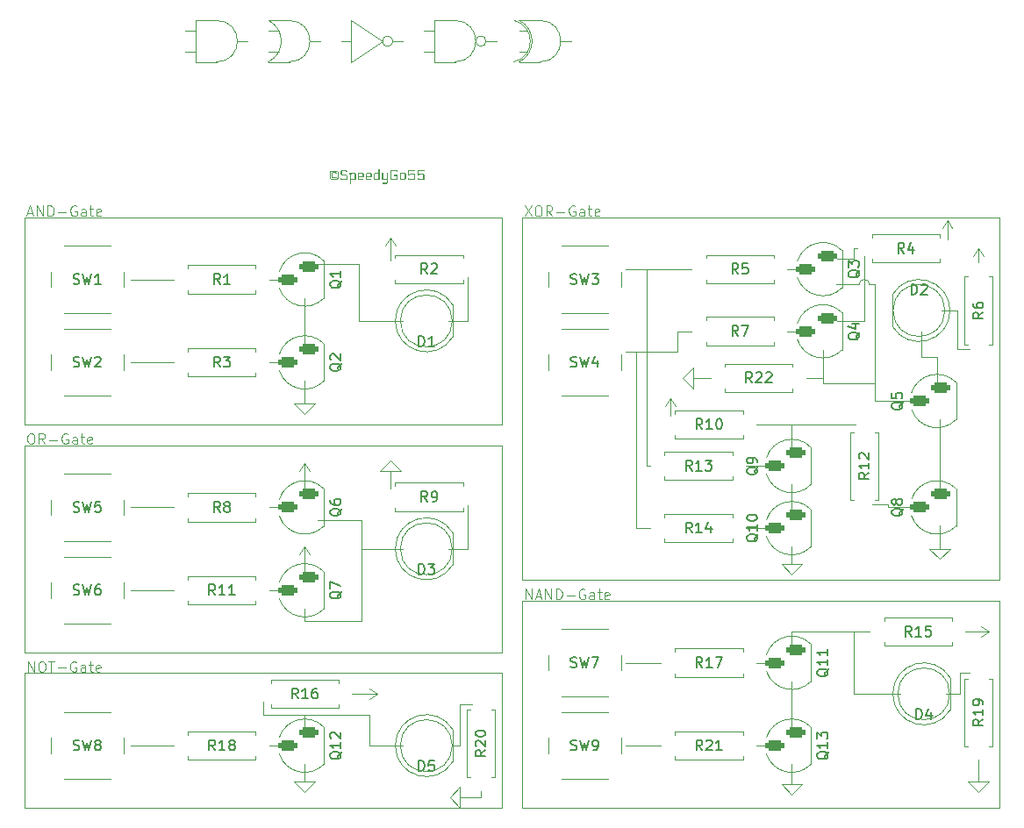
<source format=gbr>
%TF.GenerationSoftware,KiCad,Pcbnew,8.99.0-3415-g545c771fd6*%
%TF.CreationDate,2025-05-14T09:58:28+02:00*%
%TF.ProjectId,logic-solder,6c6f6769-632d-4736-9f6c-6465722e6b69,3*%
%TF.SameCoordinates,Original*%
%TF.FileFunction,Legend,Top*%
%TF.FilePolarity,Positive*%
%FSLAX46Y46*%
G04 Gerber Fmt 4.6, Leading zero omitted, Abs format (unit mm)*
G04 Created by KiCad (PCBNEW 8.99.0-3415-g545c771fd6) date 2025-05-14 09:58:28*
%MOMM*%
%LPD*%
G01*
G04 APERTURE LIST*
G04 Aperture macros list*
%AMRoundRect*
0 Rectangle with rounded corners*
0 $1 Rounding radius*
0 $2 $3 $4 $5 $6 $7 $8 $9 X,Y pos of 4 corners*
0 Add a 4 corners polygon primitive as box body*
4,1,4,$2,$3,$4,$5,$6,$7,$8,$9,$2,$3,0*
0 Add four circle primitives for the rounded corners*
1,1,$1+$1,$2,$3*
1,1,$1+$1,$4,$5*
1,1,$1+$1,$6,$7*
1,1,$1+$1,$8,$9*
0 Add four rect primitives between the rounded corners*
20,1,$1+$1,$2,$3,$4,$5,0*
20,1,$1+$1,$4,$5,$6,$7,0*
20,1,$1+$1,$6,$7,$8,$9,0*
20,1,$1+$1,$8,$9,$2,$3,0*%
G04 Aperture macros list end*
%ADD10C,0.100000*%
%ADD11C,0.150000*%
%ADD12C,0.120000*%
%ADD13C,1.600000*%
%ADD14O,1.600000X1.600000*%
%ADD15R,1.800000X1.800000*%
%ADD16C,1.800000*%
%ADD17R,1.800000X1.100000*%
%ADD18RoundRect,0.275000X0.625000X-0.275000X0.625000X0.275000X-0.625000X0.275000X-0.625000X-0.275000X0*%
%ADD19C,2.000000*%
G04 APERTURE END LIST*
D10*
X182000000Y-58000000D02*
X182000000Y-64000000D01*
X190250000Y-56000000D02*
X190250000Y-53000000D01*
X190250000Y-53000000D02*
X189750000Y-53750000D01*
X190250000Y-53000000D02*
X190750000Y-53750000D01*
X183000000Y-69000000D02*
X182000000Y-69000000D01*
X182000000Y-69000000D02*
X181000000Y-69000000D01*
X182000000Y-70000000D02*
X183000000Y-69000000D01*
X181000000Y-69000000D02*
X182000000Y-70000000D01*
X182000000Y-66250000D02*
X182000000Y-69000000D01*
X187250000Y-55500000D02*
X183000000Y-55500000D01*
X187250000Y-61000000D02*
X187250000Y-55500000D01*
X232000000Y-67000000D02*
X237000000Y-67000000D01*
X178500000Y-36000000D02*
X180500000Y-36000000D01*
X202700000Y-36000000D02*
X204700000Y-36000000D01*
X195000000Y-83000000D02*
X197750000Y-83000000D01*
X171500000Y-32000000D02*
X173500000Y-32000000D01*
X199000000Y-107000000D02*
X199000000Y-106000000D01*
X182000000Y-105500000D02*
X181000000Y-105500000D01*
X182000000Y-85750000D02*
X182000000Y-82750000D01*
X214000000Y-64000000D02*
X213000000Y-64000000D01*
X191250000Y-75500000D02*
X190250000Y-74500000D01*
X182000000Y-99000000D02*
X188250000Y-99000000D01*
X229000000Y-92750000D02*
X229000000Y-91000000D01*
X247000000Y-54000000D02*
X246500000Y-54750000D01*
X214000000Y-56000000D02*
X220000000Y-56000000D01*
X202700000Y-33000000D02*
X203500000Y-33000000D01*
X182500000Y-34000000D02*
X183500000Y-34000000D01*
X165250000Y-65000000D02*
X170250000Y-65000000D01*
X229000000Y-103250000D02*
X229000000Y-105750000D01*
X189000000Y-97000000D02*
X188250000Y-96500000D01*
X219500000Y-65500000D02*
X218500000Y-66500000D01*
X186500000Y-36000000D02*
X186500000Y-34000000D01*
X224750000Y-102000000D02*
X227750000Y-102000000D01*
X190250000Y-77750000D02*
X190250000Y-75500000D01*
X173500000Y-32000000D02*
G75*
G02*
X173500000Y-36000000I0J-2000000D01*
G01*
X182000000Y-80250000D02*
X187500000Y-80250000D01*
X177750000Y-102000000D02*
X180750000Y-102000000D01*
X224750000Y-94000000D02*
X227750000Y-94000000D01*
X195000000Y-61000000D02*
X197750000Y-61000000D01*
X199500000Y-34000000D02*
G75*
G02*
X198500000Y-34000000I-500000J0D01*
G01*
X198500000Y-34000000D02*
G75*
G02*
X199500000Y-34000000I500000J0D01*
G01*
X229000000Y-106750000D02*
X230000000Y-105750000D01*
X247000000Y-106500000D02*
X248000000Y-105500000D01*
X236000000Y-61000000D02*
X232000000Y-61000000D01*
X180500000Y-32000000D02*
G75*
G02*
X180500000Y-36000000I0J-2000000D01*
G01*
X218000000Y-62000000D02*
X220000000Y-62000000D01*
X165500000Y-79000000D02*
X170250000Y-79000000D01*
X190500000Y-34000000D02*
X191500000Y-34000000D01*
X248000000Y-91000000D02*
X247250000Y-91500000D01*
X202200000Y-32000000D02*
G75*
G02*
X202200000Y-36000000I-500000J-2000000D01*
G01*
X213250000Y-94000000D02*
X213000000Y-94000000D01*
X180750000Y-87000000D02*
X177750000Y-87000000D01*
X175500000Y-34000000D02*
X176500000Y-34000000D01*
X236000000Y-78750000D02*
X238250000Y-78750000D01*
X171500000Y-33000000D02*
X170500000Y-33000000D01*
X218500000Y-66500000D02*
X219500000Y-67500000D01*
X202700000Y-32000000D02*
G75*
G02*
X202700000Y-36000000I-1000000J-2000000D01*
G01*
X246000000Y-105500000D02*
X247000000Y-106500000D01*
X214000000Y-64000000D02*
X218000000Y-64000000D01*
X194500000Y-32000000D02*
X196500000Y-32000000D01*
X186500000Y-34000000D02*
X186500000Y-32000000D01*
X165250000Y-57000000D02*
X170250000Y-57000000D01*
X187500000Y-80250000D02*
X187500000Y-90000000D01*
X194500000Y-32000000D02*
X194500000Y-36000000D01*
X229000000Y-73750000D02*
X229000000Y-71000000D01*
X230000000Y-84500000D02*
X229000000Y-84500000D01*
X189250000Y-75500000D02*
X190250000Y-75500000D01*
X196000000Y-107000000D02*
X197000000Y-108000000D01*
X243000000Y-97000000D02*
X245250000Y-97000000D01*
X228000000Y-62000000D02*
X231000000Y-62000000D01*
X182000000Y-82750000D02*
X181500000Y-83500000D01*
X242500000Y-60000000D02*
X245000000Y-60000000D01*
X229000000Y-71000000D02*
X224750000Y-71000000D01*
X199000000Y-107000000D02*
X197000000Y-107000000D01*
X197000000Y-98000000D02*
X199000000Y-98000000D01*
X238250000Y-78750000D02*
X238250000Y-79000000D01*
X247000000Y-102750000D02*
X247000000Y-105500000D01*
X235000000Y-57500000D02*
X235500000Y-57500000D01*
X182000000Y-90000000D02*
X187500000Y-90000000D01*
X244250000Y-83000000D02*
X243250000Y-83000000D01*
X243250000Y-83000000D02*
X242250000Y-83000000D01*
X217250000Y-68500000D02*
X216750000Y-69250000D01*
X224000000Y-81000000D02*
X228000000Y-81000000D01*
X178000000Y-57000000D02*
X180750000Y-57000000D01*
X182000000Y-74750000D02*
X182500000Y-75500000D01*
X229500000Y-66500000D02*
X232000000Y-66500000D01*
X243000000Y-64500000D02*
X241500000Y-64500000D01*
X228000000Y-56000000D02*
X231000000Y-56000000D01*
X214000000Y-64000000D02*
X214000000Y-81000000D01*
X214000000Y-56000000D02*
X213000000Y-56000000D01*
X213000000Y-102000000D02*
X217250000Y-102000000D01*
X244750000Y-91000000D02*
X248000000Y-91000000D01*
X230000000Y-105750000D02*
X229000000Y-105750000D01*
X182000000Y-99000000D02*
X178000000Y-99000000D01*
X178000000Y-65000000D02*
X180750000Y-65000000D01*
X199500000Y-34000000D02*
X200500000Y-34000000D01*
X229000000Y-82250000D02*
X229000000Y-84500000D01*
X245250000Y-97000000D02*
X245250000Y-95000000D01*
X190500000Y-34000000D02*
G75*
G02*
X189500000Y-34000000I-500000J0D01*
G01*
X189500000Y-34000000D02*
G75*
G02*
X190500000Y-34000000I500000J0D01*
G01*
X171500000Y-35000000D02*
X170500000Y-35000000D01*
X237000000Y-67000000D02*
X237000000Y-68750000D01*
X186500000Y-32000000D02*
X189500000Y-34000000D01*
X197000000Y-106000000D02*
X196000000Y-107000000D01*
X187500000Y-83000000D02*
X192500000Y-83000000D01*
X196500000Y-32000000D02*
G75*
G02*
X196500000Y-36000000I0J-2000000D01*
G01*
X178500000Y-32000000D02*
X180500000Y-32000000D01*
X185500000Y-34000000D02*
X186500000Y-34000000D01*
X178000000Y-99000000D02*
X178000000Y-97000000D01*
X237000000Y-68750000D02*
X241750000Y-68750000D01*
X241500000Y-64500000D02*
X241500000Y-62000000D01*
X245000000Y-60000000D02*
X245000000Y-63750000D01*
X178500000Y-32000000D02*
G75*
G02*
X178500000Y-36000000I-1000000J-2000000D01*
G01*
X171500000Y-32000000D02*
X171500000Y-36000000D01*
X217250000Y-68500000D02*
X217750000Y-69250000D01*
X229000000Y-84500000D02*
X228000000Y-84500000D01*
X235000000Y-54000000D02*
X236000000Y-54000000D01*
X181000000Y-105500000D02*
X182000000Y-106500000D01*
X188250000Y-102000000D02*
X192500000Y-102000000D01*
X171500000Y-36000000D02*
X173500000Y-36000000D01*
X215000000Y-56000000D02*
X215000000Y-75000000D01*
X228000000Y-84500000D02*
X229000000Y-85500000D01*
X178500000Y-35000000D02*
X179500000Y-35000000D01*
X182000000Y-74750000D02*
X181500000Y-75500000D01*
X203000000Y-51000000D02*
X249000000Y-51000000D01*
X249000000Y-86000000D01*
X203000000Y-86000000D01*
X203000000Y-51000000D01*
X236000000Y-54000000D02*
X236000000Y-61000000D01*
X243250000Y-84000000D02*
X244250000Y-83000000D01*
X228000000Y-105750000D02*
X229000000Y-106750000D01*
X155000000Y-95000000D02*
X201000000Y-95000000D01*
X201000000Y-108000000D01*
X155000000Y-108000000D01*
X155000000Y-95000000D01*
X182000000Y-82750000D02*
X182500000Y-83500000D01*
X243250000Y-80250000D02*
X243250000Y-83000000D01*
X237000000Y-57500000D02*
X237000000Y-67000000D01*
X238250000Y-79000000D02*
X241500000Y-79000000D01*
X187250000Y-61000000D02*
X192250000Y-61000000D01*
X243250000Y-70000000D02*
X243250000Y-77750000D01*
X188250000Y-99000000D02*
X188250000Y-102000000D01*
X182000000Y-88250000D02*
X182000000Y-90000000D01*
X186000000Y-97000000D02*
X189000000Y-97000000D01*
X224000000Y-75000000D02*
X228000000Y-75000000D01*
X233000000Y-55000000D02*
X235000000Y-55000000D01*
X197000000Y-107000000D02*
X197000000Y-106000000D01*
X244000000Y-51250000D02*
X244500000Y-52000000D01*
X182000000Y-100750000D02*
X182000000Y-99000000D01*
X155000000Y-73000000D02*
X201000000Y-73000000D01*
X201000000Y-93000000D01*
X155000000Y-93000000D01*
X155000000Y-73000000D01*
X189500000Y-34000000D02*
X186500000Y-36000000D01*
X197750000Y-61000000D02*
X197750000Y-56000000D01*
X155000000Y-51000000D02*
X201000000Y-51000000D01*
X201000000Y-71000000D01*
X155000000Y-71000000D01*
X155000000Y-51000000D01*
X206700000Y-34000000D02*
X207700000Y-34000000D01*
X235500000Y-57500000D02*
G75*
G02*
X236500000Y-57500000I500000J0D01*
G01*
X229000000Y-71000000D02*
X236000000Y-71000000D01*
X229000000Y-91000000D02*
X237500000Y-91000000D01*
X194500000Y-36000000D02*
X196500000Y-36000000D01*
X165250000Y-102000000D02*
X170000000Y-102000000D01*
X245000000Y-63750000D02*
X247000000Y-63750000D01*
X247000000Y-105500000D02*
X246000000Y-105500000D01*
X202700000Y-32000000D02*
X204700000Y-32000000D01*
X232000000Y-63000000D02*
X232000000Y-67000000D01*
X178500000Y-33000000D02*
X179500000Y-33000000D01*
X244000000Y-51250000D02*
X243500000Y-52000000D01*
X202700000Y-35000000D02*
X203500000Y-35000000D01*
X190250000Y-74500000D02*
X189250000Y-75500000D01*
X182000000Y-106500000D02*
X183000000Y-105500000D01*
X214000000Y-81000000D02*
X216000000Y-81000000D01*
X242250000Y-83000000D02*
X243250000Y-84000000D01*
X213250000Y-94000000D02*
X217250000Y-94000000D01*
X204700000Y-32000000D02*
G75*
G02*
X204700000Y-36000000I0J-2000000D01*
G01*
X194500000Y-35000000D02*
X193500000Y-35000000D01*
X247000000Y-54000000D02*
X247500000Y-54750000D01*
X217250000Y-71000000D02*
X217250000Y-68500000D01*
X235000000Y-55000000D02*
X235000000Y-54000000D01*
X194500000Y-33000000D02*
X193500000Y-33000000D01*
X183000000Y-105500000D02*
X182000000Y-105500000D01*
X235000000Y-91000000D02*
X235000000Y-97000000D01*
X177750000Y-79000000D02*
X180750000Y-79000000D01*
X235000000Y-97000000D02*
X240250000Y-97000000D01*
X245250000Y-95000000D02*
X247000000Y-95000000D01*
X229000000Y-85500000D02*
X230000000Y-84500000D01*
X182000000Y-103250000D02*
X182000000Y-105500000D01*
X203000000Y-88000000D02*
X249000000Y-88000000D01*
X249000000Y-108000000D01*
X203000000Y-108000000D01*
X203000000Y-88000000D01*
X232500000Y-57500000D02*
X235000000Y-57500000D01*
X197000000Y-108000000D02*
X197000000Y-107000000D01*
X243000000Y-67500000D02*
X243000000Y-64500000D01*
X222250000Y-66500000D02*
X219500000Y-66500000D01*
X196290000Y-102000000D02*
X197000000Y-102000000D01*
X218000000Y-64000000D02*
X218000000Y-62000000D01*
X197750000Y-83000000D02*
X197750000Y-78000000D01*
X229000000Y-95250000D02*
X229000000Y-100750000D01*
X244000000Y-54000000D02*
X244000000Y-51250000D01*
X229000000Y-76250000D02*
X229000000Y-79750000D01*
X229000000Y-105750000D02*
X228000000Y-105750000D01*
X215000000Y-75000000D02*
X216000000Y-75000000D01*
X248000000Y-105500000D02*
X247000000Y-105500000D01*
X189000000Y-97000000D02*
X188250000Y-97500000D01*
X165500000Y-79000000D02*
X165250000Y-79000000D01*
X182000000Y-77750000D02*
X182000000Y-74750000D01*
X247000000Y-56250000D02*
X247000000Y-54000000D01*
X197000000Y-102000000D02*
X197000000Y-98000000D01*
X190250000Y-75500000D02*
X191250000Y-75500000D01*
X165250000Y-87000000D02*
X170250000Y-87000000D01*
X219500000Y-66500000D02*
X219500000Y-65500000D01*
X219500000Y-67500000D02*
X219500000Y-66500000D01*
X248000000Y-91000000D02*
X247250000Y-90500000D01*
X236500000Y-57500000D02*
X237000000Y-57500000D01*
X155494360Y-71872419D02*
X155684836Y-71872419D01*
X155684836Y-71872419D02*
X155780074Y-71920038D01*
X155780074Y-71920038D02*
X155875312Y-72015276D01*
X155875312Y-72015276D02*
X155922931Y-72205752D01*
X155922931Y-72205752D02*
X155922931Y-72539085D01*
X155922931Y-72539085D02*
X155875312Y-72729561D01*
X155875312Y-72729561D02*
X155780074Y-72824800D01*
X155780074Y-72824800D02*
X155684836Y-72872419D01*
X155684836Y-72872419D02*
X155494360Y-72872419D01*
X155494360Y-72872419D02*
X155399122Y-72824800D01*
X155399122Y-72824800D02*
X155303884Y-72729561D01*
X155303884Y-72729561D02*
X155256265Y-72539085D01*
X155256265Y-72539085D02*
X155256265Y-72205752D01*
X155256265Y-72205752D02*
X155303884Y-72015276D01*
X155303884Y-72015276D02*
X155399122Y-71920038D01*
X155399122Y-71920038D02*
X155494360Y-71872419D01*
X156922931Y-72872419D02*
X156589598Y-72396228D01*
X156351503Y-72872419D02*
X156351503Y-71872419D01*
X156351503Y-71872419D02*
X156732455Y-71872419D01*
X156732455Y-71872419D02*
X156827693Y-71920038D01*
X156827693Y-71920038D02*
X156875312Y-71967657D01*
X156875312Y-71967657D02*
X156922931Y-72062895D01*
X156922931Y-72062895D02*
X156922931Y-72205752D01*
X156922931Y-72205752D02*
X156875312Y-72300990D01*
X156875312Y-72300990D02*
X156827693Y-72348609D01*
X156827693Y-72348609D02*
X156732455Y-72396228D01*
X156732455Y-72396228D02*
X156351503Y-72396228D01*
X157351503Y-72491466D02*
X158113408Y-72491466D01*
X159113407Y-71920038D02*
X159018169Y-71872419D01*
X159018169Y-71872419D02*
X158875312Y-71872419D01*
X158875312Y-71872419D02*
X158732455Y-71920038D01*
X158732455Y-71920038D02*
X158637217Y-72015276D01*
X158637217Y-72015276D02*
X158589598Y-72110514D01*
X158589598Y-72110514D02*
X158541979Y-72300990D01*
X158541979Y-72300990D02*
X158541979Y-72443847D01*
X158541979Y-72443847D02*
X158589598Y-72634323D01*
X158589598Y-72634323D02*
X158637217Y-72729561D01*
X158637217Y-72729561D02*
X158732455Y-72824800D01*
X158732455Y-72824800D02*
X158875312Y-72872419D01*
X158875312Y-72872419D02*
X158970550Y-72872419D01*
X158970550Y-72872419D02*
X159113407Y-72824800D01*
X159113407Y-72824800D02*
X159161026Y-72777180D01*
X159161026Y-72777180D02*
X159161026Y-72443847D01*
X159161026Y-72443847D02*
X158970550Y-72443847D01*
X160018169Y-72872419D02*
X160018169Y-72348609D01*
X160018169Y-72348609D02*
X159970550Y-72253371D01*
X159970550Y-72253371D02*
X159875312Y-72205752D01*
X159875312Y-72205752D02*
X159684836Y-72205752D01*
X159684836Y-72205752D02*
X159589598Y-72253371D01*
X160018169Y-72824800D02*
X159922931Y-72872419D01*
X159922931Y-72872419D02*
X159684836Y-72872419D01*
X159684836Y-72872419D02*
X159589598Y-72824800D01*
X159589598Y-72824800D02*
X159541979Y-72729561D01*
X159541979Y-72729561D02*
X159541979Y-72634323D01*
X159541979Y-72634323D02*
X159589598Y-72539085D01*
X159589598Y-72539085D02*
X159684836Y-72491466D01*
X159684836Y-72491466D02*
X159922931Y-72491466D01*
X159922931Y-72491466D02*
X160018169Y-72443847D01*
X160351503Y-72205752D02*
X160732455Y-72205752D01*
X160494360Y-71872419D02*
X160494360Y-72729561D01*
X160494360Y-72729561D02*
X160541979Y-72824800D01*
X160541979Y-72824800D02*
X160637217Y-72872419D01*
X160637217Y-72872419D02*
X160732455Y-72872419D01*
X161446741Y-72824800D02*
X161351503Y-72872419D01*
X161351503Y-72872419D02*
X161161027Y-72872419D01*
X161161027Y-72872419D02*
X161065789Y-72824800D01*
X161065789Y-72824800D02*
X161018170Y-72729561D01*
X161018170Y-72729561D02*
X161018170Y-72348609D01*
X161018170Y-72348609D02*
X161065789Y-72253371D01*
X161065789Y-72253371D02*
X161161027Y-72205752D01*
X161161027Y-72205752D02*
X161351503Y-72205752D01*
X161351503Y-72205752D02*
X161446741Y-72253371D01*
X161446741Y-72253371D02*
X161494360Y-72348609D01*
X161494360Y-72348609D02*
X161494360Y-72443847D01*
X161494360Y-72443847D02*
X161018170Y-72539085D01*
X155303884Y-94872419D02*
X155303884Y-93872419D01*
X155303884Y-93872419D02*
X155875312Y-94872419D01*
X155875312Y-94872419D02*
X155875312Y-93872419D01*
X156541979Y-93872419D02*
X156732455Y-93872419D01*
X156732455Y-93872419D02*
X156827693Y-93920038D01*
X156827693Y-93920038D02*
X156922931Y-94015276D01*
X156922931Y-94015276D02*
X156970550Y-94205752D01*
X156970550Y-94205752D02*
X156970550Y-94539085D01*
X156970550Y-94539085D02*
X156922931Y-94729561D01*
X156922931Y-94729561D02*
X156827693Y-94824800D01*
X156827693Y-94824800D02*
X156732455Y-94872419D01*
X156732455Y-94872419D02*
X156541979Y-94872419D01*
X156541979Y-94872419D02*
X156446741Y-94824800D01*
X156446741Y-94824800D02*
X156351503Y-94729561D01*
X156351503Y-94729561D02*
X156303884Y-94539085D01*
X156303884Y-94539085D02*
X156303884Y-94205752D01*
X156303884Y-94205752D02*
X156351503Y-94015276D01*
X156351503Y-94015276D02*
X156446741Y-93920038D01*
X156446741Y-93920038D02*
X156541979Y-93872419D01*
X157256265Y-93872419D02*
X157827693Y-93872419D01*
X157541979Y-94872419D02*
X157541979Y-93872419D01*
X158161027Y-94491466D02*
X158922932Y-94491466D01*
X159922931Y-93920038D02*
X159827693Y-93872419D01*
X159827693Y-93872419D02*
X159684836Y-93872419D01*
X159684836Y-93872419D02*
X159541979Y-93920038D01*
X159541979Y-93920038D02*
X159446741Y-94015276D01*
X159446741Y-94015276D02*
X159399122Y-94110514D01*
X159399122Y-94110514D02*
X159351503Y-94300990D01*
X159351503Y-94300990D02*
X159351503Y-94443847D01*
X159351503Y-94443847D02*
X159399122Y-94634323D01*
X159399122Y-94634323D02*
X159446741Y-94729561D01*
X159446741Y-94729561D02*
X159541979Y-94824800D01*
X159541979Y-94824800D02*
X159684836Y-94872419D01*
X159684836Y-94872419D02*
X159780074Y-94872419D01*
X159780074Y-94872419D02*
X159922931Y-94824800D01*
X159922931Y-94824800D02*
X159970550Y-94777180D01*
X159970550Y-94777180D02*
X159970550Y-94443847D01*
X159970550Y-94443847D02*
X159780074Y-94443847D01*
X160827693Y-94872419D02*
X160827693Y-94348609D01*
X160827693Y-94348609D02*
X160780074Y-94253371D01*
X160780074Y-94253371D02*
X160684836Y-94205752D01*
X160684836Y-94205752D02*
X160494360Y-94205752D01*
X160494360Y-94205752D02*
X160399122Y-94253371D01*
X160827693Y-94824800D02*
X160732455Y-94872419D01*
X160732455Y-94872419D02*
X160494360Y-94872419D01*
X160494360Y-94872419D02*
X160399122Y-94824800D01*
X160399122Y-94824800D02*
X160351503Y-94729561D01*
X160351503Y-94729561D02*
X160351503Y-94634323D01*
X160351503Y-94634323D02*
X160399122Y-94539085D01*
X160399122Y-94539085D02*
X160494360Y-94491466D01*
X160494360Y-94491466D02*
X160732455Y-94491466D01*
X160732455Y-94491466D02*
X160827693Y-94443847D01*
X161161027Y-94205752D02*
X161541979Y-94205752D01*
X161303884Y-93872419D02*
X161303884Y-94729561D01*
X161303884Y-94729561D02*
X161351503Y-94824800D01*
X161351503Y-94824800D02*
X161446741Y-94872419D01*
X161446741Y-94872419D02*
X161541979Y-94872419D01*
X162256265Y-94824800D02*
X162161027Y-94872419D01*
X162161027Y-94872419D02*
X161970551Y-94872419D01*
X161970551Y-94872419D02*
X161875313Y-94824800D01*
X161875313Y-94824800D02*
X161827694Y-94729561D01*
X161827694Y-94729561D02*
X161827694Y-94348609D01*
X161827694Y-94348609D02*
X161875313Y-94253371D01*
X161875313Y-94253371D02*
X161970551Y-94205752D01*
X161970551Y-94205752D02*
X162161027Y-94205752D01*
X162161027Y-94205752D02*
X162256265Y-94253371D01*
X162256265Y-94253371D02*
X162303884Y-94348609D01*
X162303884Y-94348609D02*
X162303884Y-94443847D01*
X162303884Y-94443847D02*
X161827694Y-94539085D01*
X203303884Y-87872419D02*
X203303884Y-86872419D01*
X203303884Y-86872419D02*
X203875312Y-87872419D01*
X203875312Y-87872419D02*
X203875312Y-86872419D01*
X204303884Y-87586704D02*
X204780074Y-87586704D01*
X204208646Y-87872419D02*
X204541979Y-86872419D01*
X204541979Y-86872419D02*
X204875312Y-87872419D01*
X205208646Y-87872419D02*
X205208646Y-86872419D01*
X205208646Y-86872419D02*
X205780074Y-87872419D01*
X205780074Y-87872419D02*
X205780074Y-86872419D01*
X206256265Y-87872419D02*
X206256265Y-86872419D01*
X206256265Y-86872419D02*
X206494360Y-86872419D01*
X206494360Y-86872419D02*
X206637217Y-86920038D01*
X206637217Y-86920038D02*
X206732455Y-87015276D01*
X206732455Y-87015276D02*
X206780074Y-87110514D01*
X206780074Y-87110514D02*
X206827693Y-87300990D01*
X206827693Y-87300990D02*
X206827693Y-87443847D01*
X206827693Y-87443847D02*
X206780074Y-87634323D01*
X206780074Y-87634323D02*
X206732455Y-87729561D01*
X206732455Y-87729561D02*
X206637217Y-87824800D01*
X206637217Y-87824800D02*
X206494360Y-87872419D01*
X206494360Y-87872419D02*
X206256265Y-87872419D01*
X207256265Y-87491466D02*
X208018170Y-87491466D01*
X209018169Y-86920038D02*
X208922931Y-86872419D01*
X208922931Y-86872419D02*
X208780074Y-86872419D01*
X208780074Y-86872419D02*
X208637217Y-86920038D01*
X208637217Y-86920038D02*
X208541979Y-87015276D01*
X208541979Y-87015276D02*
X208494360Y-87110514D01*
X208494360Y-87110514D02*
X208446741Y-87300990D01*
X208446741Y-87300990D02*
X208446741Y-87443847D01*
X208446741Y-87443847D02*
X208494360Y-87634323D01*
X208494360Y-87634323D02*
X208541979Y-87729561D01*
X208541979Y-87729561D02*
X208637217Y-87824800D01*
X208637217Y-87824800D02*
X208780074Y-87872419D01*
X208780074Y-87872419D02*
X208875312Y-87872419D01*
X208875312Y-87872419D02*
X209018169Y-87824800D01*
X209018169Y-87824800D02*
X209065788Y-87777180D01*
X209065788Y-87777180D02*
X209065788Y-87443847D01*
X209065788Y-87443847D02*
X208875312Y-87443847D01*
X209922931Y-87872419D02*
X209922931Y-87348609D01*
X209922931Y-87348609D02*
X209875312Y-87253371D01*
X209875312Y-87253371D02*
X209780074Y-87205752D01*
X209780074Y-87205752D02*
X209589598Y-87205752D01*
X209589598Y-87205752D02*
X209494360Y-87253371D01*
X209922931Y-87824800D02*
X209827693Y-87872419D01*
X209827693Y-87872419D02*
X209589598Y-87872419D01*
X209589598Y-87872419D02*
X209494360Y-87824800D01*
X209494360Y-87824800D02*
X209446741Y-87729561D01*
X209446741Y-87729561D02*
X209446741Y-87634323D01*
X209446741Y-87634323D02*
X209494360Y-87539085D01*
X209494360Y-87539085D02*
X209589598Y-87491466D01*
X209589598Y-87491466D02*
X209827693Y-87491466D01*
X209827693Y-87491466D02*
X209922931Y-87443847D01*
X210256265Y-87205752D02*
X210637217Y-87205752D01*
X210399122Y-86872419D02*
X210399122Y-87729561D01*
X210399122Y-87729561D02*
X210446741Y-87824800D01*
X210446741Y-87824800D02*
X210541979Y-87872419D01*
X210541979Y-87872419D02*
X210637217Y-87872419D01*
X211351503Y-87824800D02*
X211256265Y-87872419D01*
X211256265Y-87872419D02*
X211065789Y-87872419D01*
X211065789Y-87872419D02*
X210970551Y-87824800D01*
X210970551Y-87824800D02*
X210922932Y-87729561D01*
X210922932Y-87729561D02*
X210922932Y-87348609D01*
X210922932Y-87348609D02*
X210970551Y-87253371D01*
X210970551Y-87253371D02*
X211065789Y-87205752D01*
X211065789Y-87205752D02*
X211256265Y-87205752D01*
X211256265Y-87205752D02*
X211351503Y-87253371D01*
X211351503Y-87253371D02*
X211399122Y-87348609D01*
X211399122Y-87348609D02*
X211399122Y-87443847D01*
X211399122Y-87443847D02*
X210922932Y-87539085D01*
D11*
G36*
X184988677Y-46649054D02*
G01*
X185006781Y-46652763D01*
X185029282Y-46665724D01*
X185050287Y-46680989D01*
X185065023Y-46699825D01*
X185069888Y-46722693D01*
X185069888Y-46774106D01*
X184980251Y-46774106D01*
X184980251Y-46760734D01*
X184977382Y-46746138D01*
X184969077Y-46735272D01*
X184957309Y-46729545D01*
X184936837Y-46727212D01*
X184743640Y-46727212D01*
X184724234Y-46729534D01*
X184711461Y-46735577D01*
X184705335Y-46745519D01*
X184703035Y-46760734D01*
X184703035Y-47115741D01*
X184705335Y-47130956D01*
X184711461Y-47140898D01*
X184724234Y-47146941D01*
X184743640Y-47149263D01*
X184936837Y-47149263D01*
X184957309Y-47146930D01*
X184969077Y-47141203D01*
X184977382Y-47130337D01*
X184980251Y-47115741D01*
X184980251Y-47102369D01*
X185069888Y-47102369D01*
X185069888Y-47153782D01*
X185065023Y-47176650D01*
X185050287Y-47195486D01*
X185029282Y-47210751D01*
X185006781Y-47223712D01*
X184988677Y-47227421D01*
X184691861Y-47227421D01*
X184674185Y-47223587D01*
X184654064Y-47210568D01*
X184634464Y-47195120D01*
X184618739Y-47176936D01*
X184613459Y-47153049D01*
X184613459Y-46723426D01*
X184618739Y-46699538D01*
X184634464Y-46681355D01*
X184654064Y-46665907D01*
X184674185Y-46652887D01*
X184691861Y-46649054D01*
X184988677Y-46649054D01*
G37*
G36*
X185140118Y-46526629D02*
G01*
X185174851Y-46548121D01*
X185208435Y-46576086D01*
X185227342Y-46596641D01*
X185238341Y-46619670D01*
X185242079Y-46646123D01*
X185242079Y-47234260D01*
X185238341Y-47260713D01*
X185227342Y-47283742D01*
X185208435Y-47304296D01*
X185174851Y-47332262D01*
X185140118Y-47353754D01*
X185107684Y-47360289D01*
X184561680Y-47360289D01*
X184529193Y-47353751D01*
X184494452Y-47332262D01*
X184460868Y-47304296D01*
X184441998Y-47283746D01*
X184431018Y-47260717D01*
X184427285Y-47234260D01*
X184427285Y-46694178D01*
X184514052Y-46694178D01*
X184514052Y-47186205D01*
X184517533Y-47226994D01*
X184539270Y-47250868D01*
X184556062Y-47264973D01*
X184582623Y-47283230D01*
X184616268Y-47286039D01*
X185053035Y-47286039D01*
X185086618Y-47283230D01*
X185113241Y-47264973D01*
X185130033Y-47250868D01*
X185151770Y-47226994D01*
X185155251Y-47186205D01*
X185155251Y-46694178D01*
X185151770Y-46653389D01*
X185130033Y-46629515D01*
X185113241Y-46615409D01*
X185086618Y-46597152D01*
X185053035Y-46594344D01*
X184616268Y-46594344D01*
X184582623Y-46597152D01*
X184556062Y-46615409D01*
X184539270Y-46629515D01*
X184517533Y-46653389D01*
X184514052Y-46694178D01*
X184427285Y-46694178D01*
X184427285Y-46646123D01*
X184431018Y-46619666D01*
X184441998Y-46596637D01*
X184460868Y-46576086D01*
X184494452Y-46548121D01*
X184529193Y-46526632D01*
X184561680Y-46520094D01*
X185107684Y-46520094D01*
X185140118Y-46526629D01*
G37*
G36*
X185934141Y-46965593D02*
G01*
X185599528Y-46965593D01*
X185567081Y-46959072D01*
X185532301Y-46937627D01*
X185494504Y-46905448D01*
X185472167Y-46878993D01*
X185465134Y-46849516D01*
X185465134Y-46559966D01*
X185468866Y-46533552D01*
X185479845Y-46510563D01*
X185498717Y-46490052D01*
X185532301Y-46462086D01*
X185567081Y-46440641D01*
X185599528Y-46434120D01*
X185971938Y-46434120D01*
X186004354Y-46440705D01*
X186039105Y-46462391D01*
X186072749Y-46490662D01*
X186091603Y-46511333D01*
X186102592Y-46534542D01*
X186106332Y-46561249D01*
X186106332Y-46617791D01*
X185988729Y-46617791D01*
X185988729Y-46590558D01*
X185986592Y-46562653D01*
X185971877Y-46546167D01*
X185952276Y-46533954D01*
X185920097Y-46531817D01*
X185651308Y-46531817D01*
X185619129Y-46533954D01*
X185599528Y-46545861D01*
X185584813Y-46561920D01*
X185582737Y-46589214D01*
X185582737Y-46810498D01*
X185584813Y-46837793D01*
X185599528Y-46853913D01*
X185619129Y-46865819D01*
X185651308Y-46867896D01*
X185985921Y-46867896D01*
X186018364Y-46874429D01*
X186053148Y-46895922D01*
X186086732Y-46924010D01*
X186105595Y-46944563D01*
X186116579Y-46967631D01*
X186120315Y-46994169D01*
X186120315Y-47288726D01*
X186116579Y-47315264D01*
X186105595Y-47338332D01*
X186086732Y-47358885D01*
X186053148Y-47386973D01*
X186018364Y-47408466D01*
X185985921Y-47415000D01*
X185585546Y-47415000D01*
X185553076Y-47408411D01*
X185518318Y-47386728D01*
X185484734Y-47358457D01*
X185465881Y-47337787D01*
X185454891Y-47314577D01*
X185451151Y-47287871D01*
X185451151Y-47231329D01*
X185568754Y-47231329D01*
X185568754Y-47258562D01*
X185570830Y-47286528D01*
X185585485Y-47303014D01*
X185605085Y-47315165D01*
X185637325Y-47317302D01*
X185934141Y-47317302D01*
X185966320Y-47315226D01*
X185985921Y-47303258D01*
X186000575Y-47287077D01*
X186002712Y-47259600D01*
X186002712Y-47023295D01*
X186000575Y-46995879D01*
X185985921Y-46979698D01*
X185966320Y-46967730D01*
X185934141Y-46965593D01*
G37*
G36*
X186391730Y-46719030D02*
G01*
X186417620Y-46736493D01*
X186435226Y-46755631D01*
X186440029Y-46771481D01*
X186445647Y-46771481D01*
X186451790Y-46756196D01*
X186476421Y-46736493D01*
X186510737Y-46718297D01*
X186545054Y-46715488D01*
X186812438Y-46715488D01*
X186844876Y-46722010D01*
X186879605Y-46743454D01*
X186913250Y-46771420D01*
X186932124Y-46791968D01*
X186943102Y-46814978D01*
X186946833Y-46841395D01*
X186946833Y-47289092D01*
X186943102Y-47315509D01*
X186932124Y-47338519D01*
X186913250Y-47359068D01*
X186879605Y-47387034D01*
X186844876Y-47408477D01*
X186812438Y-47415000D01*
X186565997Y-47415000D01*
X186531590Y-47408233D01*
X186498831Y-47386973D01*
X186470371Y-47355407D01*
X186465247Y-47345024D01*
X186459630Y-47345024D01*
X186459630Y-47778433D01*
X186342027Y-47778433D01*
X186342027Y-46884626D01*
X186459630Y-46884626D01*
X186459630Y-47233283D01*
X186467043Y-47259620D01*
X186493213Y-47289337D01*
X186527950Y-47310777D01*
X186560441Y-47317302D01*
X186760598Y-47317302D01*
X186792777Y-47315226D01*
X186812377Y-47303319D01*
X186827093Y-47287199D01*
X186829230Y-47259905D01*
X186829230Y-46870582D01*
X186827093Y-46843288D01*
X186812377Y-46827229D01*
X186792777Y-46815322D01*
X186760598Y-46813185D01*
X186561845Y-46813185D01*
X186527529Y-46815994D01*
X186493213Y-46834190D01*
X186463782Y-46856599D01*
X186459630Y-46884626D01*
X186342027Y-46884626D01*
X186342027Y-46870582D01*
X186339890Y-46843288D01*
X186325174Y-46827229D01*
X186310519Y-46811109D01*
X186308443Y-46783876D01*
X186308443Y-46715488D01*
X186357414Y-46715488D01*
X186391730Y-46719030D01*
G37*
G36*
X187603425Y-46721529D02*
G01*
X187642254Y-46743576D01*
X187677241Y-46771664D01*
X187695844Y-46790624D01*
X187706942Y-46813597D01*
X187710825Y-46841884D01*
X187710825Y-47129724D01*
X187232048Y-47129724D01*
X187232048Y-47260333D01*
X187234124Y-47287444D01*
X187248778Y-47303442D01*
X187268379Y-47315226D01*
X187300619Y-47317302D01*
X187572217Y-47317302D01*
X187606533Y-47313822D01*
X187640849Y-47289275D01*
X187724808Y-47359190D01*
X187691224Y-47387095D01*
X187656908Y-47411519D01*
X187622653Y-47415000D01*
X187248839Y-47415000D01*
X187216349Y-47408474D01*
X187181612Y-47387034D01*
X187148028Y-47359068D01*
X187129154Y-47338519D01*
X187118176Y-47315509D01*
X187114445Y-47289092D01*
X187114445Y-46871254D01*
X187232048Y-46871254D01*
X187232048Y-47039842D01*
X187593222Y-47039842D01*
X187593222Y-46871254D01*
X187591085Y-46843654D01*
X187576430Y-46827351D01*
X187556830Y-46815322D01*
X187524651Y-46813185D01*
X187300619Y-46813185D01*
X187268379Y-46815322D01*
X187248778Y-46827351D01*
X187234124Y-46843654D01*
X187232048Y-46871254D01*
X187114445Y-46871254D01*
X187114445Y-46841395D01*
X187118176Y-46814978D01*
X187129154Y-46791968D01*
X187148028Y-46771420D01*
X187181612Y-46743454D01*
X187216349Y-46722014D01*
X187248839Y-46715488D01*
X187575026Y-46715488D01*
X187603425Y-46721529D01*
G37*
G36*
X188367416Y-46721529D02*
G01*
X188406245Y-46743576D01*
X188441233Y-46771664D01*
X188459836Y-46790624D01*
X188470934Y-46813597D01*
X188474816Y-46841884D01*
X188474816Y-47129724D01*
X187996039Y-47129724D01*
X187996039Y-47260333D01*
X187998115Y-47287444D01*
X188012770Y-47303442D01*
X188032370Y-47315226D01*
X188064610Y-47317302D01*
X188336209Y-47317302D01*
X188370525Y-47313822D01*
X188404841Y-47289275D01*
X188488799Y-47359190D01*
X188455216Y-47387095D01*
X188420900Y-47411519D01*
X188386645Y-47415000D01*
X188012831Y-47415000D01*
X187980340Y-47408474D01*
X187945603Y-47387034D01*
X187912020Y-47359068D01*
X187893146Y-47338519D01*
X187882167Y-47315509D01*
X187878436Y-47289092D01*
X187878436Y-46871254D01*
X187996039Y-46871254D01*
X187996039Y-47039842D01*
X188357213Y-47039842D01*
X188357213Y-46871254D01*
X188355076Y-46843654D01*
X188340422Y-46827351D01*
X188320821Y-46815322D01*
X188288642Y-46813185D01*
X188064610Y-46813185D01*
X188032370Y-46815322D01*
X188012770Y-46827351D01*
X187998115Y-46843654D01*
X187996039Y-46871254D01*
X187878436Y-46871254D01*
X187878436Y-46841395D01*
X187882167Y-46814978D01*
X187893146Y-46791968D01*
X187912020Y-46771420D01*
X187945603Y-46743454D01*
X187980340Y-46722014D01*
X188012831Y-46715488D01*
X188339017Y-46715488D01*
X188367416Y-46721529D01*
G37*
G36*
X189247234Y-47259905D02*
G01*
X189249310Y-47287199D01*
X189263965Y-47303319D01*
X189278681Y-47319378D01*
X189280818Y-47346612D01*
X189280818Y-47415000D01*
X189231786Y-47415000D01*
X189197531Y-47411519D01*
X189171580Y-47393995D01*
X189154025Y-47374860D01*
X189149232Y-47359007D01*
X189143614Y-47359007D01*
X189137462Y-47374288D01*
X189112779Y-47393995D01*
X189078524Y-47412191D01*
X189044207Y-47415000D01*
X188776823Y-47415000D01*
X188744332Y-47408474D01*
X188709595Y-47387034D01*
X188676011Y-47359068D01*
X188657137Y-47338519D01*
X188646159Y-47315509D01*
X188642428Y-47289092D01*
X188642428Y-46870582D01*
X188760031Y-46870582D01*
X188760031Y-47259905D01*
X188762107Y-47287199D01*
X188776762Y-47303319D01*
X188796362Y-47315226D01*
X188828602Y-47317302D01*
X189027416Y-47317302D01*
X189061732Y-47314494D01*
X189095987Y-47296297D01*
X189125418Y-47273888D01*
X189129631Y-47245861D01*
X189129631Y-46897205D01*
X189122205Y-46870883D01*
X189095987Y-46841212D01*
X189061254Y-46819720D01*
X189028820Y-46813185D01*
X188828602Y-46813185D01*
X188796362Y-46815322D01*
X188776762Y-46827229D01*
X188762107Y-46843288D01*
X188760031Y-46870582D01*
X188642428Y-46870582D01*
X188642428Y-46841395D01*
X188646159Y-46814978D01*
X188657137Y-46791968D01*
X188676011Y-46771420D01*
X188709595Y-46743454D01*
X188744332Y-46722014D01*
X188776823Y-46715488D01*
X189023203Y-46715488D01*
X189055645Y-46722021D01*
X189090430Y-46743515D01*
X189118890Y-46775081D01*
X189124014Y-46785464D01*
X189129631Y-46785464D01*
X189129631Y-46379410D01*
X189247234Y-46379410D01*
X189247234Y-47259905D01*
G37*
G36*
X189899180Y-47778433D02*
G01*
X189495996Y-47778433D01*
X189495996Y-47742163D01*
X189499476Y-47702351D01*
X189521214Y-47680736D01*
X189864192Y-47680736D01*
X189896371Y-47678599D01*
X189915971Y-47666753D01*
X189930687Y-47650633D01*
X189932824Y-47623400D01*
X189932824Y-47347772D01*
X189927206Y-47347772D01*
X189919764Y-47361034D01*
X189893623Y-47386973D01*
X189858881Y-47408461D01*
X189826395Y-47415000D01*
X189582824Y-47415000D01*
X189550334Y-47408474D01*
X189515596Y-47387034D01*
X189482013Y-47359068D01*
X189463139Y-47338519D01*
X189452160Y-47315509D01*
X189448429Y-47289092D01*
X189448429Y-46715488D01*
X189566032Y-46715488D01*
X189566032Y-47259905D01*
X189568108Y-47287199D01*
X189582763Y-47303319D01*
X189602363Y-47315226D01*
X189634603Y-47317302D01*
X189813817Y-47317302D01*
X189848133Y-47314494D01*
X189882388Y-47296297D01*
X189911819Y-47273949D01*
X189916032Y-47245922D01*
X189916032Y-46715488D01*
X190033635Y-46715488D01*
X190033635Y-47652587D01*
X190029898Y-47678997D01*
X190018900Y-47701985D01*
X189999991Y-47722501D01*
X189966407Y-47750467D01*
X189931670Y-47771907D01*
X189899180Y-47778433D01*
G37*
G36*
X190973482Y-46617791D02*
G01*
X190855879Y-46617791D01*
X190855879Y-46590558D01*
X190853742Y-46562653D01*
X190839026Y-46546167D01*
X190819426Y-46533954D01*
X190787308Y-46531817D01*
X190442864Y-46531817D01*
X190410685Y-46533954D01*
X190391085Y-46545861D01*
X190376369Y-46561981D01*
X190374293Y-46589337D01*
X190374293Y-47259783D01*
X190376369Y-47287138D01*
X190391085Y-47303258D01*
X190410685Y-47315226D01*
X190442864Y-47317302D01*
X190787308Y-47317302D01*
X190819426Y-47315226D01*
X190839026Y-47303258D01*
X190853742Y-47287138D01*
X190855879Y-47259783D01*
X190855879Y-47008579D01*
X190643082Y-47008579D01*
X190643082Y-46910882D01*
X190973482Y-46910882D01*
X190973482Y-47288970D01*
X190969749Y-47315427D01*
X190958768Y-47338457D01*
X190939898Y-47359007D01*
X190906254Y-47386973D01*
X190871520Y-47408464D01*
X190839087Y-47415000D01*
X190391085Y-47415000D01*
X190358642Y-47408466D01*
X190323857Y-47386973D01*
X190290273Y-47358946D01*
X190271403Y-47338396D01*
X190260423Y-47315366D01*
X190256690Y-47288909D01*
X190256690Y-46560211D01*
X190260423Y-46533753D01*
X190271403Y-46510724D01*
X190290273Y-46490174D01*
X190323857Y-46462147D01*
X190358642Y-46440653D01*
X190391085Y-46434120D01*
X190839087Y-46434120D01*
X190871504Y-46440705D01*
X190906254Y-46462391D01*
X190939898Y-46490662D01*
X190958752Y-46511333D01*
X190969741Y-46534542D01*
X190973482Y-46561249D01*
X190973482Y-46617791D01*
G37*
G36*
X191666283Y-46722014D02*
G01*
X191701020Y-46743454D01*
X191734603Y-46771420D01*
X191753515Y-46791973D01*
X191764512Y-46814983D01*
X191768248Y-46841395D01*
X191768248Y-47289092D01*
X191764512Y-47315505D01*
X191753515Y-47338515D01*
X191734603Y-47359068D01*
X191701020Y-47387034D01*
X191666283Y-47408474D01*
X191633792Y-47415000D01*
X191297836Y-47415000D01*
X191265346Y-47408474D01*
X191230608Y-47387034D01*
X191197025Y-47359068D01*
X191178151Y-47338519D01*
X191167172Y-47315509D01*
X191163442Y-47289092D01*
X191163442Y-46870582D01*
X191281045Y-46870582D01*
X191281045Y-47259905D01*
X191283121Y-47287199D01*
X191297775Y-47303319D01*
X191317376Y-47315226D01*
X191349616Y-47317302D01*
X191582013Y-47317302D01*
X191614192Y-47315226D01*
X191633792Y-47303319D01*
X191648508Y-47287199D01*
X191650645Y-47259905D01*
X191650645Y-46870582D01*
X191648508Y-46843288D01*
X191633792Y-46827229D01*
X191614192Y-46815322D01*
X191582013Y-46813185D01*
X191349616Y-46813185D01*
X191317376Y-46815322D01*
X191297775Y-46827229D01*
X191283121Y-46843288D01*
X191281045Y-46870582D01*
X191163442Y-46870582D01*
X191163442Y-46841395D01*
X191167172Y-46814978D01*
X191178151Y-46791968D01*
X191197025Y-46771420D01*
X191230608Y-46743454D01*
X191265346Y-46722014D01*
X191297836Y-46715488D01*
X191633792Y-46715488D01*
X191666283Y-46722014D01*
G37*
G36*
X192195734Y-46770198D02*
G01*
X192512151Y-46770198D01*
X192544593Y-46776732D01*
X192579378Y-46798225D01*
X192612962Y-46826252D01*
X192631828Y-46846804D01*
X192642811Y-46869852D01*
X192646545Y-46896350D01*
X192646545Y-47288848D01*
X192642811Y-47315346D01*
X192631828Y-47338394D01*
X192612962Y-47358946D01*
X192579378Y-47386973D01*
X192544593Y-47408466D01*
X192512151Y-47415000D01*
X192092175Y-47415000D01*
X192059705Y-47408411D01*
X192024947Y-47386728D01*
X191991364Y-47358457D01*
X191972510Y-47337787D01*
X191961521Y-47314577D01*
X191957780Y-47287871D01*
X191957780Y-47231329D01*
X192075383Y-47231329D01*
X192075383Y-47258562D01*
X192077459Y-47286528D01*
X192092114Y-47303014D01*
X192111714Y-47315165D01*
X192143954Y-47317302D01*
X192460371Y-47317302D01*
X192492550Y-47315226D01*
X192512151Y-47303258D01*
X192526805Y-47287138D01*
X192528942Y-47259722D01*
X192528942Y-46925476D01*
X192526805Y-46898121D01*
X192512151Y-46881939D01*
X192492550Y-46870033D01*
X192460371Y-46867896D01*
X192190177Y-46867896D01*
X192157737Y-46874572D01*
X192122950Y-46896594D01*
X192096809Y-46926905D01*
X192089366Y-46953869D01*
X191971763Y-46953869D01*
X191971763Y-46434120D01*
X192629754Y-46434120D01*
X192629754Y-46531817D01*
X192089366Y-46531817D01*
X192089366Y-46838831D01*
X192094984Y-46838831D01*
X192101623Y-46823875D01*
X192125758Y-46801034D01*
X192167154Y-46776674D01*
X192195734Y-46770198D01*
G37*
G36*
X193108225Y-46770198D02*
G01*
X193424642Y-46770198D01*
X193457085Y-46776732D01*
X193491870Y-46798225D01*
X193525453Y-46826252D01*
X193544320Y-46846804D01*
X193555302Y-46869852D01*
X193559036Y-46896350D01*
X193559036Y-47288848D01*
X193555302Y-47315346D01*
X193544320Y-47338394D01*
X193525453Y-47358946D01*
X193491870Y-47386973D01*
X193457085Y-47408466D01*
X193424642Y-47415000D01*
X193004666Y-47415000D01*
X192972197Y-47408411D01*
X192937438Y-47386728D01*
X192903855Y-47358457D01*
X192885001Y-47337787D01*
X192874012Y-47314577D01*
X192870272Y-47287871D01*
X192870272Y-47231329D01*
X192987875Y-47231329D01*
X192987875Y-47258562D01*
X192989951Y-47286528D01*
X193004605Y-47303014D01*
X193024206Y-47315165D01*
X193056446Y-47317302D01*
X193372862Y-47317302D01*
X193405041Y-47315226D01*
X193424642Y-47303258D01*
X193439296Y-47287138D01*
X193441434Y-47259722D01*
X193441434Y-46925476D01*
X193439296Y-46898121D01*
X193424642Y-46881939D01*
X193405041Y-46870033D01*
X193372862Y-46867896D01*
X193102669Y-46867896D01*
X193070229Y-46874572D01*
X193035441Y-46896594D01*
X193009301Y-46926905D01*
X193001857Y-46953869D01*
X192884255Y-46953869D01*
X192884255Y-46434120D01*
X193542245Y-46434120D01*
X193542245Y-46531817D01*
X193001857Y-46531817D01*
X193001857Y-46838831D01*
X193007475Y-46838831D01*
X193014114Y-46823875D01*
X193038250Y-46801034D01*
X193079645Y-46776674D01*
X193108225Y-46770198D01*
G37*
D10*
X203208646Y-49872419D02*
X203875312Y-50872419D01*
X203875312Y-49872419D02*
X203208646Y-50872419D01*
X204446741Y-49872419D02*
X204637217Y-49872419D01*
X204637217Y-49872419D02*
X204732455Y-49920038D01*
X204732455Y-49920038D02*
X204827693Y-50015276D01*
X204827693Y-50015276D02*
X204875312Y-50205752D01*
X204875312Y-50205752D02*
X204875312Y-50539085D01*
X204875312Y-50539085D02*
X204827693Y-50729561D01*
X204827693Y-50729561D02*
X204732455Y-50824800D01*
X204732455Y-50824800D02*
X204637217Y-50872419D01*
X204637217Y-50872419D02*
X204446741Y-50872419D01*
X204446741Y-50872419D02*
X204351503Y-50824800D01*
X204351503Y-50824800D02*
X204256265Y-50729561D01*
X204256265Y-50729561D02*
X204208646Y-50539085D01*
X204208646Y-50539085D02*
X204208646Y-50205752D01*
X204208646Y-50205752D02*
X204256265Y-50015276D01*
X204256265Y-50015276D02*
X204351503Y-49920038D01*
X204351503Y-49920038D02*
X204446741Y-49872419D01*
X205875312Y-50872419D02*
X205541979Y-50396228D01*
X205303884Y-50872419D02*
X205303884Y-49872419D01*
X205303884Y-49872419D02*
X205684836Y-49872419D01*
X205684836Y-49872419D02*
X205780074Y-49920038D01*
X205780074Y-49920038D02*
X205827693Y-49967657D01*
X205827693Y-49967657D02*
X205875312Y-50062895D01*
X205875312Y-50062895D02*
X205875312Y-50205752D01*
X205875312Y-50205752D02*
X205827693Y-50300990D01*
X205827693Y-50300990D02*
X205780074Y-50348609D01*
X205780074Y-50348609D02*
X205684836Y-50396228D01*
X205684836Y-50396228D02*
X205303884Y-50396228D01*
X206303884Y-50491466D02*
X207065789Y-50491466D01*
X208065788Y-49920038D02*
X207970550Y-49872419D01*
X207970550Y-49872419D02*
X207827693Y-49872419D01*
X207827693Y-49872419D02*
X207684836Y-49920038D01*
X207684836Y-49920038D02*
X207589598Y-50015276D01*
X207589598Y-50015276D02*
X207541979Y-50110514D01*
X207541979Y-50110514D02*
X207494360Y-50300990D01*
X207494360Y-50300990D02*
X207494360Y-50443847D01*
X207494360Y-50443847D02*
X207541979Y-50634323D01*
X207541979Y-50634323D02*
X207589598Y-50729561D01*
X207589598Y-50729561D02*
X207684836Y-50824800D01*
X207684836Y-50824800D02*
X207827693Y-50872419D01*
X207827693Y-50872419D02*
X207922931Y-50872419D01*
X207922931Y-50872419D02*
X208065788Y-50824800D01*
X208065788Y-50824800D02*
X208113407Y-50777180D01*
X208113407Y-50777180D02*
X208113407Y-50443847D01*
X208113407Y-50443847D02*
X207922931Y-50443847D01*
X208970550Y-50872419D02*
X208970550Y-50348609D01*
X208970550Y-50348609D02*
X208922931Y-50253371D01*
X208922931Y-50253371D02*
X208827693Y-50205752D01*
X208827693Y-50205752D02*
X208637217Y-50205752D01*
X208637217Y-50205752D02*
X208541979Y-50253371D01*
X208970550Y-50824800D02*
X208875312Y-50872419D01*
X208875312Y-50872419D02*
X208637217Y-50872419D01*
X208637217Y-50872419D02*
X208541979Y-50824800D01*
X208541979Y-50824800D02*
X208494360Y-50729561D01*
X208494360Y-50729561D02*
X208494360Y-50634323D01*
X208494360Y-50634323D02*
X208541979Y-50539085D01*
X208541979Y-50539085D02*
X208637217Y-50491466D01*
X208637217Y-50491466D02*
X208875312Y-50491466D01*
X208875312Y-50491466D02*
X208970550Y-50443847D01*
X209303884Y-50205752D02*
X209684836Y-50205752D01*
X209446741Y-49872419D02*
X209446741Y-50729561D01*
X209446741Y-50729561D02*
X209494360Y-50824800D01*
X209494360Y-50824800D02*
X209589598Y-50872419D01*
X209589598Y-50872419D02*
X209684836Y-50872419D01*
X210399122Y-50824800D02*
X210303884Y-50872419D01*
X210303884Y-50872419D02*
X210113408Y-50872419D01*
X210113408Y-50872419D02*
X210018170Y-50824800D01*
X210018170Y-50824800D02*
X209970551Y-50729561D01*
X209970551Y-50729561D02*
X209970551Y-50348609D01*
X209970551Y-50348609D02*
X210018170Y-50253371D01*
X210018170Y-50253371D02*
X210113408Y-50205752D01*
X210113408Y-50205752D02*
X210303884Y-50205752D01*
X210303884Y-50205752D02*
X210399122Y-50253371D01*
X210399122Y-50253371D02*
X210446741Y-50348609D01*
X210446741Y-50348609D02*
X210446741Y-50443847D01*
X210446741Y-50443847D02*
X209970551Y-50539085D01*
X155256265Y-50586704D02*
X155732455Y-50586704D01*
X155161027Y-50872419D02*
X155494360Y-49872419D01*
X155494360Y-49872419D02*
X155827693Y-50872419D01*
X156161027Y-50872419D02*
X156161027Y-49872419D01*
X156161027Y-49872419D02*
X156732455Y-50872419D01*
X156732455Y-50872419D02*
X156732455Y-49872419D01*
X157208646Y-50872419D02*
X157208646Y-49872419D01*
X157208646Y-49872419D02*
X157446741Y-49872419D01*
X157446741Y-49872419D02*
X157589598Y-49920038D01*
X157589598Y-49920038D02*
X157684836Y-50015276D01*
X157684836Y-50015276D02*
X157732455Y-50110514D01*
X157732455Y-50110514D02*
X157780074Y-50300990D01*
X157780074Y-50300990D02*
X157780074Y-50443847D01*
X157780074Y-50443847D02*
X157732455Y-50634323D01*
X157732455Y-50634323D02*
X157684836Y-50729561D01*
X157684836Y-50729561D02*
X157589598Y-50824800D01*
X157589598Y-50824800D02*
X157446741Y-50872419D01*
X157446741Y-50872419D02*
X157208646Y-50872419D01*
X158208646Y-50491466D02*
X158970551Y-50491466D01*
X159970550Y-49920038D02*
X159875312Y-49872419D01*
X159875312Y-49872419D02*
X159732455Y-49872419D01*
X159732455Y-49872419D02*
X159589598Y-49920038D01*
X159589598Y-49920038D02*
X159494360Y-50015276D01*
X159494360Y-50015276D02*
X159446741Y-50110514D01*
X159446741Y-50110514D02*
X159399122Y-50300990D01*
X159399122Y-50300990D02*
X159399122Y-50443847D01*
X159399122Y-50443847D02*
X159446741Y-50634323D01*
X159446741Y-50634323D02*
X159494360Y-50729561D01*
X159494360Y-50729561D02*
X159589598Y-50824800D01*
X159589598Y-50824800D02*
X159732455Y-50872419D01*
X159732455Y-50872419D02*
X159827693Y-50872419D01*
X159827693Y-50872419D02*
X159970550Y-50824800D01*
X159970550Y-50824800D02*
X160018169Y-50777180D01*
X160018169Y-50777180D02*
X160018169Y-50443847D01*
X160018169Y-50443847D02*
X159827693Y-50443847D01*
X160875312Y-50872419D02*
X160875312Y-50348609D01*
X160875312Y-50348609D02*
X160827693Y-50253371D01*
X160827693Y-50253371D02*
X160732455Y-50205752D01*
X160732455Y-50205752D02*
X160541979Y-50205752D01*
X160541979Y-50205752D02*
X160446741Y-50253371D01*
X160875312Y-50824800D02*
X160780074Y-50872419D01*
X160780074Y-50872419D02*
X160541979Y-50872419D01*
X160541979Y-50872419D02*
X160446741Y-50824800D01*
X160446741Y-50824800D02*
X160399122Y-50729561D01*
X160399122Y-50729561D02*
X160399122Y-50634323D01*
X160399122Y-50634323D02*
X160446741Y-50539085D01*
X160446741Y-50539085D02*
X160541979Y-50491466D01*
X160541979Y-50491466D02*
X160780074Y-50491466D01*
X160780074Y-50491466D02*
X160875312Y-50443847D01*
X161208646Y-50205752D02*
X161589598Y-50205752D01*
X161351503Y-49872419D02*
X161351503Y-50729561D01*
X161351503Y-50729561D02*
X161399122Y-50824800D01*
X161399122Y-50824800D02*
X161494360Y-50872419D01*
X161494360Y-50872419D02*
X161589598Y-50872419D01*
X162303884Y-50824800D02*
X162208646Y-50872419D01*
X162208646Y-50872419D02*
X162018170Y-50872419D01*
X162018170Y-50872419D02*
X161922932Y-50824800D01*
X161922932Y-50824800D02*
X161875313Y-50729561D01*
X161875313Y-50729561D02*
X161875313Y-50348609D01*
X161875313Y-50348609D02*
X161922932Y-50253371D01*
X161922932Y-50253371D02*
X162018170Y-50205752D01*
X162018170Y-50205752D02*
X162208646Y-50205752D01*
X162208646Y-50205752D02*
X162303884Y-50253371D01*
X162303884Y-50253371D02*
X162351503Y-50348609D01*
X162351503Y-50348609D02*
X162351503Y-50443847D01*
X162351503Y-50443847D02*
X161875313Y-50539085D01*
D11*
X199454819Y-102442857D02*
X198978628Y-102776190D01*
X199454819Y-103014285D02*
X198454819Y-103014285D01*
X198454819Y-103014285D02*
X198454819Y-102633333D01*
X198454819Y-102633333D02*
X198502438Y-102538095D01*
X198502438Y-102538095D02*
X198550057Y-102490476D01*
X198550057Y-102490476D02*
X198645295Y-102442857D01*
X198645295Y-102442857D02*
X198788152Y-102442857D01*
X198788152Y-102442857D02*
X198883390Y-102490476D01*
X198883390Y-102490476D02*
X198931009Y-102538095D01*
X198931009Y-102538095D02*
X198978628Y-102633333D01*
X198978628Y-102633333D02*
X198978628Y-103014285D01*
X198550057Y-102061904D02*
X198502438Y-102014285D01*
X198502438Y-102014285D02*
X198454819Y-101919047D01*
X198454819Y-101919047D02*
X198454819Y-101680952D01*
X198454819Y-101680952D02*
X198502438Y-101585714D01*
X198502438Y-101585714D02*
X198550057Y-101538095D01*
X198550057Y-101538095D02*
X198645295Y-101490476D01*
X198645295Y-101490476D02*
X198740533Y-101490476D01*
X198740533Y-101490476D02*
X198883390Y-101538095D01*
X198883390Y-101538095D02*
X199454819Y-102109523D01*
X199454819Y-102109523D02*
X199454819Y-101490476D01*
X198454819Y-100871428D02*
X198454819Y-100776190D01*
X198454819Y-100776190D02*
X198502438Y-100680952D01*
X198502438Y-100680952D02*
X198550057Y-100633333D01*
X198550057Y-100633333D02*
X198645295Y-100585714D01*
X198645295Y-100585714D02*
X198835771Y-100538095D01*
X198835771Y-100538095D02*
X199073866Y-100538095D01*
X199073866Y-100538095D02*
X199264342Y-100585714D01*
X199264342Y-100585714D02*
X199359580Y-100633333D01*
X199359580Y-100633333D02*
X199407200Y-100680952D01*
X199407200Y-100680952D02*
X199454819Y-100776190D01*
X199454819Y-100776190D02*
X199454819Y-100871428D01*
X199454819Y-100871428D02*
X199407200Y-100966666D01*
X199407200Y-100966666D02*
X199359580Y-101014285D01*
X199359580Y-101014285D02*
X199264342Y-101061904D01*
X199264342Y-101061904D02*
X199073866Y-101109523D01*
X199073866Y-101109523D02*
X198835771Y-101109523D01*
X198835771Y-101109523D02*
X198645295Y-101061904D01*
X198645295Y-101061904D02*
X198550057Y-101014285D01*
X198550057Y-101014285D02*
X198502438Y-100966666D01*
X198502438Y-100966666D02*
X198454819Y-100871428D01*
X192991905Y-85454819D02*
X192991905Y-84454819D01*
X192991905Y-84454819D02*
X193230000Y-84454819D01*
X193230000Y-84454819D02*
X193372857Y-84502438D01*
X193372857Y-84502438D02*
X193468095Y-84597676D01*
X193468095Y-84597676D02*
X193515714Y-84692914D01*
X193515714Y-84692914D02*
X193563333Y-84883390D01*
X193563333Y-84883390D02*
X193563333Y-85026247D01*
X193563333Y-85026247D02*
X193515714Y-85216723D01*
X193515714Y-85216723D02*
X193468095Y-85311961D01*
X193468095Y-85311961D02*
X193372857Y-85407200D01*
X193372857Y-85407200D02*
X193230000Y-85454819D01*
X193230000Y-85454819D02*
X192991905Y-85454819D01*
X193896667Y-84454819D02*
X194515714Y-84454819D01*
X194515714Y-84454819D02*
X194182381Y-84835771D01*
X194182381Y-84835771D02*
X194325238Y-84835771D01*
X194325238Y-84835771D02*
X194420476Y-84883390D01*
X194420476Y-84883390D02*
X194468095Y-84931009D01*
X194468095Y-84931009D02*
X194515714Y-85026247D01*
X194515714Y-85026247D02*
X194515714Y-85264342D01*
X194515714Y-85264342D02*
X194468095Y-85359580D01*
X194468095Y-85359580D02*
X194420476Y-85407200D01*
X194420476Y-85407200D02*
X194325238Y-85454819D01*
X194325238Y-85454819D02*
X194039524Y-85454819D01*
X194039524Y-85454819D02*
X193944286Y-85407200D01*
X193944286Y-85407200D02*
X193896667Y-85359580D01*
X235550057Y-56095238D02*
X235502438Y-56190476D01*
X235502438Y-56190476D02*
X235407200Y-56285714D01*
X235407200Y-56285714D02*
X235264342Y-56428571D01*
X235264342Y-56428571D02*
X235216723Y-56523809D01*
X235216723Y-56523809D02*
X235216723Y-56619047D01*
X235454819Y-56571428D02*
X235407200Y-56666666D01*
X235407200Y-56666666D02*
X235311961Y-56761904D01*
X235311961Y-56761904D02*
X235121485Y-56809523D01*
X235121485Y-56809523D02*
X234788152Y-56809523D01*
X234788152Y-56809523D02*
X234597676Y-56761904D01*
X234597676Y-56761904D02*
X234502438Y-56666666D01*
X234502438Y-56666666D02*
X234454819Y-56571428D01*
X234454819Y-56571428D02*
X234454819Y-56380952D01*
X234454819Y-56380952D02*
X234502438Y-56285714D01*
X234502438Y-56285714D02*
X234597676Y-56190476D01*
X234597676Y-56190476D02*
X234788152Y-56142857D01*
X234788152Y-56142857D02*
X235121485Y-56142857D01*
X235121485Y-56142857D02*
X235311961Y-56190476D01*
X235311961Y-56190476D02*
X235407200Y-56285714D01*
X235407200Y-56285714D02*
X235454819Y-56380952D01*
X235454819Y-56380952D02*
X235454819Y-56571428D01*
X234454819Y-55809523D02*
X234454819Y-55190476D01*
X234454819Y-55190476D02*
X234835771Y-55523809D01*
X234835771Y-55523809D02*
X234835771Y-55380952D01*
X234835771Y-55380952D02*
X234883390Y-55285714D01*
X234883390Y-55285714D02*
X234931009Y-55238095D01*
X234931009Y-55238095D02*
X235026247Y-55190476D01*
X235026247Y-55190476D02*
X235264342Y-55190476D01*
X235264342Y-55190476D02*
X235359580Y-55238095D01*
X235359580Y-55238095D02*
X235407200Y-55285714D01*
X235407200Y-55285714D02*
X235454819Y-55380952D01*
X235454819Y-55380952D02*
X235454819Y-55666666D01*
X235454819Y-55666666D02*
X235407200Y-55761904D01*
X235407200Y-55761904D02*
X235359580Y-55809523D01*
X240531905Y-58454819D02*
X240531905Y-57454819D01*
X240531905Y-57454819D02*
X240770000Y-57454819D01*
X240770000Y-57454819D02*
X240912857Y-57502438D01*
X240912857Y-57502438D02*
X241008095Y-57597676D01*
X241008095Y-57597676D02*
X241055714Y-57692914D01*
X241055714Y-57692914D02*
X241103333Y-57883390D01*
X241103333Y-57883390D02*
X241103333Y-58026247D01*
X241103333Y-58026247D02*
X241055714Y-58216723D01*
X241055714Y-58216723D02*
X241008095Y-58311961D01*
X241008095Y-58311961D02*
X240912857Y-58407200D01*
X240912857Y-58407200D02*
X240770000Y-58454819D01*
X240770000Y-58454819D02*
X240531905Y-58454819D01*
X241484286Y-57550057D02*
X241531905Y-57502438D01*
X241531905Y-57502438D02*
X241627143Y-57454819D01*
X241627143Y-57454819D02*
X241865238Y-57454819D01*
X241865238Y-57454819D02*
X241960476Y-57502438D01*
X241960476Y-57502438D02*
X242008095Y-57550057D01*
X242008095Y-57550057D02*
X242055714Y-57645295D01*
X242055714Y-57645295D02*
X242055714Y-57740533D01*
X242055714Y-57740533D02*
X242008095Y-57883390D01*
X242008095Y-57883390D02*
X241436667Y-58454819D01*
X241436667Y-58454819D02*
X242055714Y-58454819D01*
X220357142Y-71454819D02*
X220023809Y-70978628D01*
X219785714Y-71454819D02*
X219785714Y-70454819D01*
X219785714Y-70454819D02*
X220166666Y-70454819D01*
X220166666Y-70454819D02*
X220261904Y-70502438D01*
X220261904Y-70502438D02*
X220309523Y-70550057D01*
X220309523Y-70550057D02*
X220357142Y-70645295D01*
X220357142Y-70645295D02*
X220357142Y-70788152D01*
X220357142Y-70788152D02*
X220309523Y-70883390D01*
X220309523Y-70883390D02*
X220261904Y-70931009D01*
X220261904Y-70931009D02*
X220166666Y-70978628D01*
X220166666Y-70978628D02*
X219785714Y-70978628D01*
X221309523Y-71454819D02*
X220738095Y-71454819D01*
X221023809Y-71454819D02*
X221023809Y-70454819D01*
X221023809Y-70454819D02*
X220928571Y-70597676D01*
X220928571Y-70597676D02*
X220833333Y-70692914D01*
X220833333Y-70692914D02*
X220738095Y-70740533D01*
X221928571Y-70454819D02*
X222023809Y-70454819D01*
X222023809Y-70454819D02*
X222119047Y-70502438D01*
X222119047Y-70502438D02*
X222166666Y-70550057D01*
X222166666Y-70550057D02*
X222214285Y-70645295D01*
X222214285Y-70645295D02*
X222261904Y-70835771D01*
X222261904Y-70835771D02*
X222261904Y-71073866D01*
X222261904Y-71073866D02*
X222214285Y-71264342D01*
X222214285Y-71264342D02*
X222166666Y-71359580D01*
X222166666Y-71359580D02*
X222119047Y-71407200D01*
X222119047Y-71407200D02*
X222023809Y-71454819D01*
X222023809Y-71454819D02*
X221928571Y-71454819D01*
X221928571Y-71454819D02*
X221833333Y-71407200D01*
X221833333Y-71407200D02*
X221785714Y-71359580D01*
X221785714Y-71359580D02*
X221738095Y-71264342D01*
X221738095Y-71264342D02*
X221690476Y-71073866D01*
X221690476Y-71073866D02*
X221690476Y-70835771D01*
X221690476Y-70835771D02*
X221738095Y-70645295D01*
X221738095Y-70645295D02*
X221785714Y-70550057D01*
X221785714Y-70550057D02*
X221833333Y-70502438D01*
X221833333Y-70502438D02*
X221928571Y-70454819D01*
X207666667Y-94407200D02*
X207809524Y-94454819D01*
X207809524Y-94454819D02*
X208047619Y-94454819D01*
X208047619Y-94454819D02*
X208142857Y-94407200D01*
X208142857Y-94407200D02*
X208190476Y-94359580D01*
X208190476Y-94359580D02*
X208238095Y-94264342D01*
X208238095Y-94264342D02*
X208238095Y-94169104D01*
X208238095Y-94169104D02*
X208190476Y-94073866D01*
X208190476Y-94073866D02*
X208142857Y-94026247D01*
X208142857Y-94026247D02*
X208047619Y-93978628D01*
X208047619Y-93978628D02*
X207857143Y-93931009D01*
X207857143Y-93931009D02*
X207761905Y-93883390D01*
X207761905Y-93883390D02*
X207714286Y-93835771D01*
X207714286Y-93835771D02*
X207666667Y-93740533D01*
X207666667Y-93740533D02*
X207666667Y-93645295D01*
X207666667Y-93645295D02*
X207714286Y-93550057D01*
X207714286Y-93550057D02*
X207761905Y-93502438D01*
X207761905Y-93502438D02*
X207857143Y-93454819D01*
X207857143Y-93454819D02*
X208095238Y-93454819D01*
X208095238Y-93454819D02*
X208238095Y-93502438D01*
X208571429Y-93454819D02*
X208809524Y-94454819D01*
X208809524Y-94454819D02*
X209000000Y-93740533D01*
X209000000Y-93740533D02*
X209190476Y-94454819D01*
X209190476Y-94454819D02*
X209428572Y-93454819D01*
X209714286Y-93454819D02*
X210380952Y-93454819D01*
X210380952Y-93454819D02*
X209952381Y-94454819D01*
X192991905Y-104454819D02*
X192991905Y-103454819D01*
X192991905Y-103454819D02*
X193230000Y-103454819D01*
X193230000Y-103454819D02*
X193372857Y-103502438D01*
X193372857Y-103502438D02*
X193468095Y-103597676D01*
X193468095Y-103597676D02*
X193515714Y-103692914D01*
X193515714Y-103692914D02*
X193563333Y-103883390D01*
X193563333Y-103883390D02*
X193563333Y-104026247D01*
X193563333Y-104026247D02*
X193515714Y-104216723D01*
X193515714Y-104216723D02*
X193468095Y-104311961D01*
X193468095Y-104311961D02*
X193372857Y-104407200D01*
X193372857Y-104407200D02*
X193230000Y-104454819D01*
X193230000Y-104454819D02*
X192991905Y-104454819D01*
X194468095Y-103454819D02*
X193991905Y-103454819D01*
X193991905Y-103454819D02*
X193944286Y-103931009D01*
X193944286Y-103931009D02*
X193991905Y-103883390D01*
X193991905Y-103883390D02*
X194087143Y-103835771D01*
X194087143Y-103835771D02*
X194325238Y-103835771D01*
X194325238Y-103835771D02*
X194420476Y-103883390D01*
X194420476Y-103883390D02*
X194468095Y-103931009D01*
X194468095Y-103931009D02*
X194515714Y-104026247D01*
X194515714Y-104026247D02*
X194515714Y-104264342D01*
X194515714Y-104264342D02*
X194468095Y-104359580D01*
X194468095Y-104359580D02*
X194420476Y-104407200D01*
X194420476Y-104407200D02*
X194325238Y-104454819D01*
X194325238Y-104454819D02*
X194087143Y-104454819D01*
X194087143Y-104454819D02*
X193991905Y-104407200D01*
X193991905Y-104407200D02*
X193944286Y-104359580D01*
X185550057Y-79095238D02*
X185502438Y-79190476D01*
X185502438Y-79190476D02*
X185407200Y-79285714D01*
X185407200Y-79285714D02*
X185264342Y-79428571D01*
X185264342Y-79428571D02*
X185216723Y-79523809D01*
X185216723Y-79523809D02*
X185216723Y-79619047D01*
X185454819Y-79571428D02*
X185407200Y-79666666D01*
X185407200Y-79666666D02*
X185311961Y-79761904D01*
X185311961Y-79761904D02*
X185121485Y-79809523D01*
X185121485Y-79809523D02*
X184788152Y-79809523D01*
X184788152Y-79809523D02*
X184597676Y-79761904D01*
X184597676Y-79761904D02*
X184502438Y-79666666D01*
X184502438Y-79666666D02*
X184454819Y-79571428D01*
X184454819Y-79571428D02*
X184454819Y-79380952D01*
X184454819Y-79380952D02*
X184502438Y-79285714D01*
X184502438Y-79285714D02*
X184597676Y-79190476D01*
X184597676Y-79190476D02*
X184788152Y-79142857D01*
X184788152Y-79142857D02*
X185121485Y-79142857D01*
X185121485Y-79142857D02*
X185311961Y-79190476D01*
X185311961Y-79190476D02*
X185407200Y-79285714D01*
X185407200Y-79285714D02*
X185454819Y-79380952D01*
X185454819Y-79380952D02*
X185454819Y-79571428D01*
X184454819Y-78285714D02*
X184454819Y-78476190D01*
X184454819Y-78476190D02*
X184502438Y-78571428D01*
X184502438Y-78571428D02*
X184550057Y-78619047D01*
X184550057Y-78619047D02*
X184692914Y-78714285D01*
X184692914Y-78714285D02*
X184883390Y-78761904D01*
X184883390Y-78761904D02*
X185264342Y-78761904D01*
X185264342Y-78761904D02*
X185359580Y-78714285D01*
X185359580Y-78714285D02*
X185407200Y-78666666D01*
X185407200Y-78666666D02*
X185454819Y-78571428D01*
X185454819Y-78571428D02*
X185454819Y-78380952D01*
X185454819Y-78380952D02*
X185407200Y-78285714D01*
X185407200Y-78285714D02*
X185359580Y-78238095D01*
X185359580Y-78238095D02*
X185264342Y-78190476D01*
X185264342Y-78190476D02*
X185026247Y-78190476D01*
X185026247Y-78190476D02*
X184931009Y-78238095D01*
X184931009Y-78238095D02*
X184883390Y-78285714D01*
X184883390Y-78285714D02*
X184835771Y-78380952D01*
X184835771Y-78380952D02*
X184835771Y-78571428D01*
X184835771Y-78571428D02*
X184883390Y-78666666D01*
X184883390Y-78666666D02*
X184931009Y-78714285D01*
X184931009Y-78714285D02*
X185026247Y-78761904D01*
X239750057Y-68825238D02*
X239702438Y-68920476D01*
X239702438Y-68920476D02*
X239607200Y-69015714D01*
X239607200Y-69015714D02*
X239464342Y-69158571D01*
X239464342Y-69158571D02*
X239416723Y-69253809D01*
X239416723Y-69253809D02*
X239416723Y-69349047D01*
X239654819Y-69301428D02*
X239607200Y-69396666D01*
X239607200Y-69396666D02*
X239511961Y-69491904D01*
X239511961Y-69491904D02*
X239321485Y-69539523D01*
X239321485Y-69539523D02*
X238988152Y-69539523D01*
X238988152Y-69539523D02*
X238797676Y-69491904D01*
X238797676Y-69491904D02*
X238702438Y-69396666D01*
X238702438Y-69396666D02*
X238654819Y-69301428D01*
X238654819Y-69301428D02*
X238654819Y-69110952D01*
X238654819Y-69110952D02*
X238702438Y-69015714D01*
X238702438Y-69015714D02*
X238797676Y-68920476D01*
X238797676Y-68920476D02*
X238988152Y-68872857D01*
X238988152Y-68872857D02*
X239321485Y-68872857D01*
X239321485Y-68872857D02*
X239511961Y-68920476D01*
X239511961Y-68920476D02*
X239607200Y-69015714D01*
X239607200Y-69015714D02*
X239654819Y-69110952D01*
X239654819Y-69110952D02*
X239654819Y-69301428D01*
X238654819Y-67968095D02*
X238654819Y-68444285D01*
X238654819Y-68444285D02*
X239131009Y-68491904D01*
X239131009Y-68491904D02*
X239083390Y-68444285D01*
X239083390Y-68444285D02*
X239035771Y-68349047D01*
X239035771Y-68349047D02*
X239035771Y-68110952D01*
X239035771Y-68110952D02*
X239083390Y-68015714D01*
X239083390Y-68015714D02*
X239131009Y-67968095D01*
X239131009Y-67968095D02*
X239226247Y-67920476D01*
X239226247Y-67920476D02*
X239464342Y-67920476D01*
X239464342Y-67920476D02*
X239559580Y-67968095D01*
X239559580Y-67968095D02*
X239607200Y-68015714D01*
X239607200Y-68015714D02*
X239654819Y-68110952D01*
X239654819Y-68110952D02*
X239654819Y-68349047D01*
X239654819Y-68349047D02*
X239607200Y-68444285D01*
X239607200Y-68444285D02*
X239559580Y-68491904D01*
X219357142Y-75454819D02*
X219023809Y-74978628D01*
X218785714Y-75454819D02*
X218785714Y-74454819D01*
X218785714Y-74454819D02*
X219166666Y-74454819D01*
X219166666Y-74454819D02*
X219261904Y-74502438D01*
X219261904Y-74502438D02*
X219309523Y-74550057D01*
X219309523Y-74550057D02*
X219357142Y-74645295D01*
X219357142Y-74645295D02*
X219357142Y-74788152D01*
X219357142Y-74788152D02*
X219309523Y-74883390D01*
X219309523Y-74883390D02*
X219261904Y-74931009D01*
X219261904Y-74931009D02*
X219166666Y-74978628D01*
X219166666Y-74978628D02*
X218785714Y-74978628D01*
X220309523Y-75454819D02*
X219738095Y-75454819D01*
X220023809Y-75454819D02*
X220023809Y-74454819D01*
X220023809Y-74454819D02*
X219928571Y-74597676D01*
X219928571Y-74597676D02*
X219833333Y-74692914D01*
X219833333Y-74692914D02*
X219738095Y-74740533D01*
X220642857Y-74454819D02*
X221261904Y-74454819D01*
X221261904Y-74454819D02*
X220928571Y-74835771D01*
X220928571Y-74835771D02*
X221071428Y-74835771D01*
X221071428Y-74835771D02*
X221166666Y-74883390D01*
X221166666Y-74883390D02*
X221214285Y-74931009D01*
X221214285Y-74931009D02*
X221261904Y-75026247D01*
X221261904Y-75026247D02*
X221261904Y-75264342D01*
X221261904Y-75264342D02*
X221214285Y-75359580D01*
X221214285Y-75359580D02*
X221166666Y-75407200D01*
X221166666Y-75407200D02*
X221071428Y-75454819D01*
X221071428Y-75454819D02*
X220785714Y-75454819D01*
X220785714Y-75454819D02*
X220690476Y-75407200D01*
X220690476Y-75407200D02*
X220642857Y-75359580D01*
X219357142Y-81454819D02*
X219023809Y-80978628D01*
X218785714Y-81454819D02*
X218785714Y-80454819D01*
X218785714Y-80454819D02*
X219166666Y-80454819D01*
X219166666Y-80454819D02*
X219261904Y-80502438D01*
X219261904Y-80502438D02*
X219309523Y-80550057D01*
X219309523Y-80550057D02*
X219357142Y-80645295D01*
X219357142Y-80645295D02*
X219357142Y-80788152D01*
X219357142Y-80788152D02*
X219309523Y-80883390D01*
X219309523Y-80883390D02*
X219261904Y-80931009D01*
X219261904Y-80931009D02*
X219166666Y-80978628D01*
X219166666Y-80978628D02*
X218785714Y-80978628D01*
X220309523Y-81454819D02*
X219738095Y-81454819D01*
X220023809Y-81454819D02*
X220023809Y-80454819D01*
X220023809Y-80454819D02*
X219928571Y-80597676D01*
X219928571Y-80597676D02*
X219833333Y-80692914D01*
X219833333Y-80692914D02*
X219738095Y-80740533D01*
X221166666Y-80788152D02*
X221166666Y-81454819D01*
X220928571Y-80407200D02*
X220690476Y-81121485D01*
X220690476Y-81121485D02*
X221309523Y-81121485D01*
X159666667Y-87407200D02*
X159809524Y-87454819D01*
X159809524Y-87454819D02*
X160047619Y-87454819D01*
X160047619Y-87454819D02*
X160142857Y-87407200D01*
X160142857Y-87407200D02*
X160190476Y-87359580D01*
X160190476Y-87359580D02*
X160238095Y-87264342D01*
X160238095Y-87264342D02*
X160238095Y-87169104D01*
X160238095Y-87169104D02*
X160190476Y-87073866D01*
X160190476Y-87073866D02*
X160142857Y-87026247D01*
X160142857Y-87026247D02*
X160047619Y-86978628D01*
X160047619Y-86978628D02*
X159857143Y-86931009D01*
X159857143Y-86931009D02*
X159761905Y-86883390D01*
X159761905Y-86883390D02*
X159714286Y-86835771D01*
X159714286Y-86835771D02*
X159666667Y-86740533D01*
X159666667Y-86740533D02*
X159666667Y-86645295D01*
X159666667Y-86645295D02*
X159714286Y-86550057D01*
X159714286Y-86550057D02*
X159761905Y-86502438D01*
X159761905Y-86502438D02*
X159857143Y-86454819D01*
X159857143Y-86454819D02*
X160095238Y-86454819D01*
X160095238Y-86454819D02*
X160238095Y-86502438D01*
X160571429Y-86454819D02*
X160809524Y-87454819D01*
X160809524Y-87454819D02*
X161000000Y-86740533D01*
X161000000Y-86740533D02*
X161190476Y-87454819D01*
X161190476Y-87454819D02*
X161428572Y-86454819D01*
X162238095Y-86454819D02*
X162047619Y-86454819D01*
X162047619Y-86454819D02*
X161952381Y-86502438D01*
X161952381Y-86502438D02*
X161904762Y-86550057D01*
X161904762Y-86550057D02*
X161809524Y-86692914D01*
X161809524Y-86692914D02*
X161761905Y-86883390D01*
X161761905Y-86883390D02*
X161761905Y-87264342D01*
X161761905Y-87264342D02*
X161809524Y-87359580D01*
X161809524Y-87359580D02*
X161857143Y-87407200D01*
X161857143Y-87407200D02*
X161952381Y-87454819D01*
X161952381Y-87454819D02*
X162142857Y-87454819D01*
X162142857Y-87454819D02*
X162238095Y-87407200D01*
X162238095Y-87407200D02*
X162285714Y-87359580D01*
X162285714Y-87359580D02*
X162333333Y-87264342D01*
X162333333Y-87264342D02*
X162333333Y-87026247D01*
X162333333Y-87026247D02*
X162285714Y-86931009D01*
X162285714Y-86931009D02*
X162238095Y-86883390D01*
X162238095Y-86883390D02*
X162142857Y-86835771D01*
X162142857Y-86835771D02*
X161952381Y-86835771D01*
X161952381Y-86835771D02*
X161857143Y-86883390D01*
X161857143Y-86883390D02*
X161809524Y-86931009D01*
X161809524Y-86931009D02*
X161761905Y-87026247D01*
X240991905Y-99454819D02*
X240991905Y-98454819D01*
X240991905Y-98454819D02*
X241230000Y-98454819D01*
X241230000Y-98454819D02*
X241372857Y-98502438D01*
X241372857Y-98502438D02*
X241468095Y-98597676D01*
X241468095Y-98597676D02*
X241515714Y-98692914D01*
X241515714Y-98692914D02*
X241563333Y-98883390D01*
X241563333Y-98883390D02*
X241563333Y-99026247D01*
X241563333Y-99026247D02*
X241515714Y-99216723D01*
X241515714Y-99216723D02*
X241468095Y-99311961D01*
X241468095Y-99311961D02*
X241372857Y-99407200D01*
X241372857Y-99407200D02*
X241230000Y-99454819D01*
X241230000Y-99454819D02*
X240991905Y-99454819D01*
X242420476Y-98788152D02*
X242420476Y-99454819D01*
X242182381Y-98407200D02*
X241944286Y-99121485D01*
X241944286Y-99121485D02*
X242563333Y-99121485D01*
X232550057Y-102571428D02*
X232502438Y-102666666D01*
X232502438Y-102666666D02*
X232407200Y-102761904D01*
X232407200Y-102761904D02*
X232264342Y-102904761D01*
X232264342Y-102904761D02*
X232216723Y-102999999D01*
X232216723Y-102999999D02*
X232216723Y-103095237D01*
X232454819Y-103047618D02*
X232407200Y-103142856D01*
X232407200Y-103142856D02*
X232311961Y-103238094D01*
X232311961Y-103238094D02*
X232121485Y-103285713D01*
X232121485Y-103285713D02*
X231788152Y-103285713D01*
X231788152Y-103285713D02*
X231597676Y-103238094D01*
X231597676Y-103238094D02*
X231502438Y-103142856D01*
X231502438Y-103142856D02*
X231454819Y-103047618D01*
X231454819Y-103047618D02*
X231454819Y-102857142D01*
X231454819Y-102857142D02*
X231502438Y-102761904D01*
X231502438Y-102761904D02*
X231597676Y-102666666D01*
X231597676Y-102666666D02*
X231788152Y-102619047D01*
X231788152Y-102619047D02*
X232121485Y-102619047D01*
X232121485Y-102619047D02*
X232311961Y-102666666D01*
X232311961Y-102666666D02*
X232407200Y-102761904D01*
X232407200Y-102761904D02*
X232454819Y-102857142D01*
X232454819Y-102857142D02*
X232454819Y-103047618D01*
X232454819Y-101666666D02*
X232454819Y-102238094D01*
X232454819Y-101952380D02*
X231454819Y-101952380D01*
X231454819Y-101952380D02*
X231597676Y-102047618D01*
X231597676Y-102047618D02*
X231692914Y-102142856D01*
X231692914Y-102142856D02*
X231740533Y-102238094D01*
X231454819Y-101333332D02*
X231454819Y-100714285D01*
X231454819Y-100714285D02*
X231835771Y-101047618D01*
X231835771Y-101047618D02*
X231835771Y-100904761D01*
X231835771Y-100904761D02*
X231883390Y-100809523D01*
X231883390Y-100809523D02*
X231931009Y-100761904D01*
X231931009Y-100761904D02*
X232026247Y-100714285D01*
X232026247Y-100714285D02*
X232264342Y-100714285D01*
X232264342Y-100714285D02*
X232359580Y-100761904D01*
X232359580Y-100761904D02*
X232407200Y-100809523D01*
X232407200Y-100809523D02*
X232454819Y-100904761D01*
X232454819Y-100904761D02*
X232454819Y-101190475D01*
X232454819Y-101190475D02*
X232407200Y-101285713D01*
X232407200Y-101285713D02*
X232359580Y-101333332D01*
X173833333Y-79454819D02*
X173500000Y-78978628D01*
X173261905Y-79454819D02*
X173261905Y-78454819D01*
X173261905Y-78454819D02*
X173642857Y-78454819D01*
X173642857Y-78454819D02*
X173738095Y-78502438D01*
X173738095Y-78502438D02*
X173785714Y-78550057D01*
X173785714Y-78550057D02*
X173833333Y-78645295D01*
X173833333Y-78645295D02*
X173833333Y-78788152D01*
X173833333Y-78788152D02*
X173785714Y-78883390D01*
X173785714Y-78883390D02*
X173738095Y-78931009D01*
X173738095Y-78931009D02*
X173642857Y-78978628D01*
X173642857Y-78978628D02*
X173261905Y-78978628D01*
X174404762Y-78883390D02*
X174309524Y-78835771D01*
X174309524Y-78835771D02*
X174261905Y-78788152D01*
X174261905Y-78788152D02*
X174214286Y-78692914D01*
X174214286Y-78692914D02*
X174214286Y-78645295D01*
X174214286Y-78645295D02*
X174261905Y-78550057D01*
X174261905Y-78550057D02*
X174309524Y-78502438D01*
X174309524Y-78502438D02*
X174404762Y-78454819D01*
X174404762Y-78454819D02*
X174595238Y-78454819D01*
X174595238Y-78454819D02*
X174690476Y-78502438D01*
X174690476Y-78502438D02*
X174738095Y-78550057D01*
X174738095Y-78550057D02*
X174785714Y-78645295D01*
X174785714Y-78645295D02*
X174785714Y-78692914D01*
X174785714Y-78692914D02*
X174738095Y-78788152D01*
X174738095Y-78788152D02*
X174690476Y-78835771D01*
X174690476Y-78835771D02*
X174595238Y-78883390D01*
X174595238Y-78883390D02*
X174404762Y-78883390D01*
X174404762Y-78883390D02*
X174309524Y-78931009D01*
X174309524Y-78931009D02*
X174261905Y-78978628D01*
X174261905Y-78978628D02*
X174214286Y-79073866D01*
X174214286Y-79073866D02*
X174214286Y-79264342D01*
X174214286Y-79264342D02*
X174261905Y-79359580D01*
X174261905Y-79359580D02*
X174309524Y-79407200D01*
X174309524Y-79407200D02*
X174404762Y-79454819D01*
X174404762Y-79454819D02*
X174595238Y-79454819D01*
X174595238Y-79454819D02*
X174690476Y-79407200D01*
X174690476Y-79407200D02*
X174738095Y-79359580D01*
X174738095Y-79359580D02*
X174785714Y-79264342D01*
X174785714Y-79264342D02*
X174785714Y-79073866D01*
X174785714Y-79073866D02*
X174738095Y-78978628D01*
X174738095Y-78978628D02*
X174690476Y-78931009D01*
X174690476Y-78931009D02*
X174595238Y-78883390D01*
X247454819Y-99452857D02*
X246978628Y-99786190D01*
X247454819Y-100024285D02*
X246454819Y-100024285D01*
X246454819Y-100024285D02*
X246454819Y-99643333D01*
X246454819Y-99643333D02*
X246502438Y-99548095D01*
X246502438Y-99548095D02*
X246550057Y-99500476D01*
X246550057Y-99500476D02*
X246645295Y-99452857D01*
X246645295Y-99452857D02*
X246788152Y-99452857D01*
X246788152Y-99452857D02*
X246883390Y-99500476D01*
X246883390Y-99500476D02*
X246931009Y-99548095D01*
X246931009Y-99548095D02*
X246978628Y-99643333D01*
X246978628Y-99643333D02*
X246978628Y-100024285D01*
X247454819Y-98500476D02*
X247454819Y-99071904D01*
X247454819Y-98786190D02*
X246454819Y-98786190D01*
X246454819Y-98786190D02*
X246597676Y-98881428D01*
X246597676Y-98881428D02*
X246692914Y-98976666D01*
X246692914Y-98976666D02*
X246740533Y-99071904D01*
X247454819Y-98024285D02*
X247454819Y-97833809D01*
X247454819Y-97833809D02*
X247407200Y-97738571D01*
X247407200Y-97738571D02*
X247359580Y-97690952D01*
X247359580Y-97690952D02*
X247216723Y-97595714D01*
X247216723Y-97595714D02*
X247026247Y-97548095D01*
X247026247Y-97548095D02*
X246645295Y-97548095D01*
X246645295Y-97548095D02*
X246550057Y-97595714D01*
X246550057Y-97595714D02*
X246502438Y-97643333D01*
X246502438Y-97643333D02*
X246454819Y-97738571D01*
X246454819Y-97738571D02*
X246454819Y-97929047D01*
X246454819Y-97929047D02*
X246502438Y-98024285D01*
X246502438Y-98024285D02*
X246550057Y-98071904D01*
X246550057Y-98071904D02*
X246645295Y-98119523D01*
X246645295Y-98119523D02*
X246883390Y-98119523D01*
X246883390Y-98119523D02*
X246978628Y-98071904D01*
X246978628Y-98071904D02*
X247026247Y-98024285D01*
X247026247Y-98024285D02*
X247073866Y-97929047D01*
X247073866Y-97929047D02*
X247073866Y-97738571D01*
X247073866Y-97738571D02*
X247026247Y-97643333D01*
X247026247Y-97643333D02*
X246978628Y-97595714D01*
X246978628Y-97595714D02*
X246883390Y-97548095D01*
X207666667Y-102407200D02*
X207809524Y-102454819D01*
X207809524Y-102454819D02*
X208047619Y-102454819D01*
X208047619Y-102454819D02*
X208142857Y-102407200D01*
X208142857Y-102407200D02*
X208190476Y-102359580D01*
X208190476Y-102359580D02*
X208238095Y-102264342D01*
X208238095Y-102264342D02*
X208238095Y-102169104D01*
X208238095Y-102169104D02*
X208190476Y-102073866D01*
X208190476Y-102073866D02*
X208142857Y-102026247D01*
X208142857Y-102026247D02*
X208047619Y-101978628D01*
X208047619Y-101978628D02*
X207857143Y-101931009D01*
X207857143Y-101931009D02*
X207761905Y-101883390D01*
X207761905Y-101883390D02*
X207714286Y-101835771D01*
X207714286Y-101835771D02*
X207666667Y-101740533D01*
X207666667Y-101740533D02*
X207666667Y-101645295D01*
X207666667Y-101645295D02*
X207714286Y-101550057D01*
X207714286Y-101550057D02*
X207761905Y-101502438D01*
X207761905Y-101502438D02*
X207857143Y-101454819D01*
X207857143Y-101454819D02*
X208095238Y-101454819D01*
X208095238Y-101454819D02*
X208238095Y-101502438D01*
X208571429Y-101454819D02*
X208809524Y-102454819D01*
X208809524Y-102454819D02*
X209000000Y-101740533D01*
X209000000Y-101740533D02*
X209190476Y-102454819D01*
X209190476Y-102454819D02*
X209428572Y-101454819D01*
X209857143Y-102454819D02*
X210047619Y-102454819D01*
X210047619Y-102454819D02*
X210142857Y-102407200D01*
X210142857Y-102407200D02*
X210190476Y-102359580D01*
X210190476Y-102359580D02*
X210285714Y-102216723D01*
X210285714Y-102216723D02*
X210333333Y-102026247D01*
X210333333Y-102026247D02*
X210333333Y-101645295D01*
X210333333Y-101645295D02*
X210285714Y-101550057D01*
X210285714Y-101550057D02*
X210238095Y-101502438D01*
X210238095Y-101502438D02*
X210142857Y-101454819D01*
X210142857Y-101454819D02*
X209952381Y-101454819D01*
X209952381Y-101454819D02*
X209857143Y-101502438D01*
X209857143Y-101502438D02*
X209809524Y-101550057D01*
X209809524Y-101550057D02*
X209761905Y-101645295D01*
X209761905Y-101645295D02*
X209761905Y-101883390D01*
X209761905Y-101883390D02*
X209809524Y-101978628D01*
X209809524Y-101978628D02*
X209857143Y-102026247D01*
X209857143Y-102026247D02*
X209952381Y-102073866D01*
X209952381Y-102073866D02*
X210142857Y-102073866D01*
X210142857Y-102073866D02*
X210238095Y-102026247D01*
X210238095Y-102026247D02*
X210285714Y-101978628D01*
X210285714Y-101978628D02*
X210333333Y-101883390D01*
X240547142Y-91454819D02*
X240213809Y-90978628D01*
X239975714Y-91454819D02*
X239975714Y-90454819D01*
X239975714Y-90454819D02*
X240356666Y-90454819D01*
X240356666Y-90454819D02*
X240451904Y-90502438D01*
X240451904Y-90502438D02*
X240499523Y-90550057D01*
X240499523Y-90550057D02*
X240547142Y-90645295D01*
X240547142Y-90645295D02*
X240547142Y-90788152D01*
X240547142Y-90788152D02*
X240499523Y-90883390D01*
X240499523Y-90883390D02*
X240451904Y-90931009D01*
X240451904Y-90931009D02*
X240356666Y-90978628D01*
X240356666Y-90978628D02*
X239975714Y-90978628D01*
X241499523Y-91454819D02*
X240928095Y-91454819D01*
X241213809Y-91454819D02*
X241213809Y-90454819D01*
X241213809Y-90454819D02*
X241118571Y-90597676D01*
X241118571Y-90597676D02*
X241023333Y-90692914D01*
X241023333Y-90692914D02*
X240928095Y-90740533D01*
X242404285Y-90454819D02*
X241928095Y-90454819D01*
X241928095Y-90454819D02*
X241880476Y-90931009D01*
X241880476Y-90931009D02*
X241928095Y-90883390D01*
X241928095Y-90883390D02*
X242023333Y-90835771D01*
X242023333Y-90835771D02*
X242261428Y-90835771D01*
X242261428Y-90835771D02*
X242356666Y-90883390D01*
X242356666Y-90883390D02*
X242404285Y-90931009D01*
X242404285Y-90931009D02*
X242451904Y-91026247D01*
X242451904Y-91026247D02*
X242451904Y-91264342D01*
X242451904Y-91264342D02*
X242404285Y-91359580D01*
X242404285Y-91359580D02*
X242356666Y-91407200D01*
X242356666Y-91407200D02*
X242261428Y-91454819D01*
X242261428Y-91454819D02*
X242023333Y-91454819D01*
X242023333Y-91454819D02*
X241928095Y-91407200D01*
X241928095Y-91407200D02*
X241880476Y-91359580D01*
X159666667Y-79407200D02*
X159809524Y-79454819D01*
X159809524Y-79454819D02*
X160047619Y-79454819D01*
X160047619Y-79454819D02*
X160142857Y-79407200D01*
X160142857Y-79407200D02*
X160190476Y-79359580D01*
X160190476Y-79359580D02*
X160238095Y-79264342D01*
X160238095Y-79264342D02*
X160238095Y-79169104D01*
X160238095Y-79169104D02*
X160190476Y-79073866D01*
X160190476Y-79073866D02*
X160142857Y-79026247D01*
X160142857Y-79026247D02*
X160047619Y-78978628D01*
X160047619Y-78978628D02*
X159857143Y-78931009D01*
X159857143Y-78931009D02*
X159761905Y-78883390D01*
X159761905Y-78883390D02*
X159714286Y-78835771D01*
X159714286Y-78835771D02*
X159666667Y-78740533D01*
X159666667Y-78740533D02*
X159666667Y-78645295D01*
X159666667Y-78645295D02*
X159714286Y-78550057D01*
X159714286Y-78550057D02*
X159761905Y-78502438D01*
X159761905Y-78502438D02*
X159857143Y-78454819D01*
X159857143Y-78454819D02*
X160095238Y-78454819D01*
X160095238Y-78454819D02*
X160238095Y-78502438D01*
X160571429Y-78454819D02*
X160809524Y-79454819D01*
X160809524Y-79454819D02*
X161000000Y-78740533D01*
X161000000Y-78740533D02*
X161190476Y-79454819D01*
X161190476Y-79454819D02*
X161428572Y-78454819D01*
X162285714Y-78454819D02*
X161809524Y-78454819D01*
X161809524Y-78454819D02*
X161761905Y-78931009D01*
X161761905Y-78931009D02*
X161809524Y-78883390D01*
X161809524Y-78883390D02*
X161904762Y-78835771D01*
X161904762Y-78835771D02*
X162142857Y-78835771D01*
X162142857Y-78835771D02*
X162238095Y-78883390D01*
X162238095Y-78883390D02*
X162285714Y-78931009D01*
X162285714Y-78931009D02*
X162333333Y-79026247D01*
X162333333Y-79026247D02*
X162333333Y-79264342D01*
X162333333Y-79264342D02*
X162285714Y-79359580D01*
X162285714Y-79359580D02*
X162238095Y-79407200D01*
X162238095Y-79407200D02*
X162142857Y-79454819D01*
X162142857Y-79454819D02*
X161904762Y-79454819D01*
X161904762Y-79454819D02*
X161809524Y-79407200D01*
X161809524Y-79407200D02*
X161761905Y-79359580D01*
X159666667Y-65407200D02*
X159809524Y-65454819D01*
X159809524Y-65454819D02*
X160047619Y-65454819D01*
X160047619Y-65454819D02*
X160142857Y-65407200D01*
X160142857Y-65407200D02*
X160190476Y-65359580D01*
X160190476Y-65359580D02*
X160238095Y-65264342D01*
X160238095Y-65264342D02*
X160238095Y-65169104D01*
X160238095Y-65169104D02*
X160190476Y-65073866D01*
X160190476Y-65073866D02*
X160142857Y-65026247D01*
X160142857Y-65026247D02*
X160047619Y-64978628D01*
X160047619Y-64978628D02*
X159857143Y-64931009D01*
X159857143Y-64931009D02*
X159761905Y-64883390D01*
X159761905Y-64883390D02*
X159714286Y-64835771D01*
X159714286Y-64835771D02*
X159666667Y-64740533D01*
X159666667Y-64740533D02*
X159666667Y-64645295D01*
X159666667Y-64645295D02*
X159714286Y-64550057D01*
X159714286Y-64550057D02*
X159761905Y-64502438D01*
X159761905Y-64502438D02*
X159857143Y-64454819D01*
X159857143Y-64454819D02*
X160095238Y-64454819D01*
X160095238Y-64454819D02*
X160238095Y-64502438D01*
X160571429Y-64454819D02*
X160809524Y-65454819D01*
X160809524Y-65454819D02*
X161000000Y-64740533D01*
X161000000Y-64740533D02*
X161190476Y-65454819D01*
X161190476Y-65454819D02*
X161428572Y-64454819D01*
X161761905Y-64550057D02*
X161809524Y-64502438D01*
X161809524Y-64502438D02*
X161904762Y-64454819D01*
X161904762Y-64454819D02*
X162142857Y-64454819D01*
X162142857Y-64454819D02*
X162238095Y-64502438D01*
X162238095Y-64502438D02*
X162285714Y-64550057D01*
X162285714Y-64550057D02*
X162333333Y-64645295D01*
X162333333Y-64645295D02*
X162333333Y-64740533D01*
X162333333Y-64740533D02*
X162285714Y-64883390D01*
X162285714Y-64883390D02*
X161714286Y-65454819D01*
X161714286Y-65454819D02*
X162333333Y-65454819D01*
X235550057Y-62095238D02*
X235502438Y-62190476D01*
X235502438Y-62190476D02*
X235407200Y-62285714D01*
X235407200Y-62285714D02*
X235264342Y-62428571D01*
X235264342Y-62428571D02*
X235216723Y-62523809D01*
X235216723Y-62523809D02*
X235216723Y-62619047D01*
X235454819Y-62571428D02*
X235407200Y-62666666D01*
X235407200Y-62666666D02*
X235311961Y-62761904D01*
X235311961Y-62761904D02*
X235121485Y-62809523D01*
X235121485Y-62809523D02*
X234788152Y-62809523D01*
X234788152Y-62809523D02*
X234597676Y-62761904D01*
X234597676Y-62761904D02*
X234502438Y-62666666D01*
X234502438Y-62666666D02*
X234454819Y-62571428D01*
X234454819Y-62571428D02*
X234454819Y-62380952D01*
X234454819Y-62380952D02*
X234502438Y-62285714D01*
X234502438Y-62285714D02*
X234597676Y-62190476D01*
X234597676Y-62190476D02*
X234788152Y-62142857D01*
X234788152Y-62142857D02*
X235121485Y-62142857D01*
X235121485Y-62142857D02*
X235311961Y-62190476D01*
X235311961Y-62190476D02*
X235407200Y-62285714D01*
X235407200Y-62285714D02*
X235454819Y-62380952D01*
X235454819Y-62380952D02*
X235454819Y-62571428D01*
X234788152Y-61285714D02*
X235454819Y-61285714D01*
X234407200Y-61523809D02*
X235121485Y-61761904D01*
X235121485Y-61761904D02*
X235121485Y-61142857D01*
X247454819Y-60166666D02*
X246978628Y-60499999D01*
X247454819Y-60738094D02*
X246454819Y-60738094D01*
X246454819Y-60738094D02*
X246454819Y-60357142D01*
X246454819Y-60357142D02*
X246502438Y-60261904D01*
X246502438Y-60261904D02*
X246550057Y-60214285D01*
X246550057Y-60214285D02*
X246645295Y-60166666D01*
X246645295Y-60166666D02*
X246788152Y-60166666D01*
X246788152Y-60166666D02*
X246883390Y-60214285D01*
X246883390Y-60214285D02*
X246931009Y-60261904D01*
X246931009Y-60261904D02*
X246978628Y-60357142D01*
X246978628Y-60357142D02*
X246978628Y-60738094D01*
X246454819Y-59309523D02*
X246454819Y-59499999D01*
X246454819Y-59499999D02*
X246502438Y-59595237D01*
X246502438Y-59595237D02*
X246550057Y-59642856D01*
X246550057Y-59642856D02*
X246692914Y-59738094D01*
X246692914Y-59738094D02*
X246883390Y-59785713D01*
X246883390Y-59785713D02*
X247264342Y-59785713D01*
X247264342Y-59785713D02*
X247359580Y-59738094D01*
X247359580Y-59738094D02*
X247407200Y-59690475D01*
X247407200Y-59690475D02*
X247454819Y-59595237D01*
X247454819Y-59595237D02*
X247454819Y-59404761D01*
X247454819Y-59404761D02*
X247407200Y-59309523D01*
X247407200Y-59309523D02*
X247359580Y-59261904D01*
X247359580Y-59261904D02*
X247264342Y-59214285D01*
X247264342Y-59214285D02*
X247026247Y-59214285D01*
X247026247Y-59214285D02*
X246931009Y-59261904D01*
X246931009Y-59261904D02*
X246883390Y-59309523D01*
X246883390Y-59309523D02*
X246835771Y-59404761D01*
X246835771Y-59404761D02*
X246835771Y-59595237D01*
X246835771Y-59595237D02*
X246883390Y-59690475D01*
X246883390Y-59690475D02*
X246931009Y-59738094D01*
X246931009Y-59738094D02*
X247026247Y-59785713D01*
X239833333Y-54454819D02*
X239500000Y-53978628D01*
X239261905Y-54454819D02*
X239261905Y-53454819D01*
X239261905Y-53454819D02*
X239642857Y-53454819D01*
X239642857Y-53454819D02*
X239738095Y-53502438D01*
X239738095Y-53502438D02*
X239785714Y-53550057D01*
X239785714Y-53550057D02*
X239833333Y-53645295D01*
X239833333Y-53645295D02*
X239833333Y-53788152D01*
X239833333Y-53788152D02*
X239785714Y-53883390D01*
X239785714Y-53883390D02*
X239738095Y-53931009D01*
X239738095Y-53931009D02*
X239642857Y-53978628D01*
X239642857Y-53978628D02*
X239261905Y-53978628D01*
X240690476Y-53788152D02*
X240690476Y-54454819D01*
X240452381Y-53407200D02*
X240214286Y-54121485D01*
X240214286Y-54121485D02*
X240833333Y-54121485D01*
X220357142Y-102454819D02*
X220023809Y-101978628D01*
X219785714Y-102454819D02*
X219785714Y-101454819D01*
X219785714Y-101454819D02*
X220166666Y-101454819D01*
X220166666Y-101454819D02*
X220261904Y-101502438D01*
X220261904Y-101502438D02*
X220309523Y-101550057D01*
X220309523Y-101550057D02*
X220357142Y-101645295D01*
X220357142Y-101645295D02*
X220357142Y-101788152D01*
X220357142Y-101788152D02*
X220309523Y-101883390D01*
X220309523Y-101883390D02*
X220261904Y-101931009D01*
X220261904Y-101931009D02*
X220166666Y-101978628D01*
X220166666Y-101978628D02*
X219785714Y-101978628D01*
X220738095Y-101550057D02*
X220785714Y-101502438D01*
X220785714Y-101502438D02*
X220880952Y-101454819D01*
X220880952Y-101454819D02*
X221119047Y-101454819D01*
X221119047Y-101454819D02*
X221214285Y-101502438D01*
X221214285Y-101502438D02*
X221261904Y-101550057D01*
X221261904Y-101550057D02*
X221309523Y-101645295D01*
X221309523Y-101645295D02*
X221309523Y-101740533D01*
X221309523Y-101740533D02*
X221261904Y-101883390D01*
X221261904Y-101883390D02*
X220690476Y-102454819D01*
X220690476Y-102454819D02*
X221309523Y-102454819D01*
X222261904Y-102454819D02*
X221690476Y-102454819D01*
X221976190Y-102454819D02*
X221976190Y-101454819D01*
X221976190Y-101454819D02*
X221880952Y-101597676D01*
X221880952Y-101597676D02*
X221785714Y-101692914D01*
X221785714Y-101692914D02*
X221690476Y-101740533D01*
X225167142Y-66954819D02*
X224833809Y-66478628D01*
X224595714Y-66954819D02*
X224595714Y-65954819D01*
X224595714Y-65954819D02*
X224976666Y-65954819D01*
X224976666Y-65954819D02*
X225071904Y-66002438D01*
X225071904Y-66002438D02*
X225119523Y-66050057D01*
X225119523Y-66050057D02*
X225167142Y-66145295D01*
X225167142Y-66145295D02*
X225167142Y-66288152D01*
X225167142Y-66288152D02*
X225119523Y-66383390D01*
X225119523Y-66383390D02*
X225071904Y-66431009D01*
X225071904Y-66431009D02*
X224976666Y-66478628D01*
X224976666Y-66478628D02*
X224595714Y-66478628D01*
X225548095Y-66050057D02*
X225595714Y-66002438D01*
X225595714Y-66002438D02*
X225690952Y-65954819D01*
X225690952Y-65954819D02*
X225929047Y-65954819D01*
X225929047Y-65954819D02*
X226024285Y-66002438D01*
X226024285Y-66002438D02*
X226071904Y-66050057D01*
X226071904Y-66050057D02*
X226119523Y-66145295D01*
X226119523Y-66145295D02*
X226119523Y-66240533D01*
X226119523Y-66240533D02*
X226071904Y-66383390D01*
X226071904Y-66383390D02*
X225500476Y-66954819D01*
X225500476Y-66954819D02*
X226119523Y-66954819D01*
X226500476Y-66050057D02*
X226548095Y-66002438D01*
X226548095Y-66002438D02*
X226643333Y-65954819D01*
X226643333Y-65954819D02*
X226881428Y-65954819D01*
X226881428Y-65954819D02*
X226976666Y-66002438D01*
X226976666Y-66002438D02*
X227024285Y-66050057D01*
X227024285Y-66050057D02*
X227071904Y-66145295D01*
X227071904Y-66145295D02*
X227071904Y-66240533D01*
X227071904Y-66240533D02*
X227024285Y-66383390D01*
X227024285Y-66383390D02*
X226452857Y-66954819D01*
X226452857Y-66954819D02*
X227071904Y-66954819D01*
X225750057Y-81571428D02*
X225702438Y-81666666D01*
X225702438Y-81666666D02*
X225607200Y-81761904D01*
X225607200Y-81761904D02*
X225464342Y-81904761D01*
X225464342Y-81904761D02*
X225416723Y-81999999D01*
X225416723Y-81999999D02*
X225416723Y-82095237D01*
X225654819Y-82047618D02*
X225607200Y-82142856D01*
X225607200Y-82142856D02*
X225511961Y-82238094D01*
X225511961Y-82238094D02*
X225321485Y-82285713D01*
X225321485Y-82285713D02*
X224988152Y-82285713D01*
X224988152Y-82285713D02*
X224797676Y-82238094D01*
X224797676Y-82238094D02*
X224702438Y-82142856D01*
X224702438Y-82142856D02*
X224654819Y-82047618D01*
X224654819Y-82047618D02*
X224654819Y-81857142D01*
X224654819Y-81857142D02*
X224702438Y-81761904D01*
X224702438Y-81761904D02*
X224797676Y-81666666D01*
X224797676Y-81666666D02*
X224988152Y-81619047D01*
X224988152Y-81619047D02*
X225321485Y-81619047D01*
X225321485Y-81619047D02*
X225511961Y-81666666D01*
X225511961Y-81666666D02*
X225607200Y-81761904D01*
X225607200Y-81761904D02*
X225654819Y-81857142D01*
X225654819Y-81857142D02*
X225654819Y-82047618D01*
X225654819Y-80666666D02*
X225654819Y-81238094D01*
X225654819Y-80952380D02*
X224654819Y-80952380D01*
X224654819Y-80952380D02*
X224797676Y-81047618D01*
X224797676Y-81047618D02*
X224892914Y-81142856D01*
X224892914Y-81142856D02*
X224940533Y-81238094D01*
X224654819Y-80047618D02*
X224654819Y-79952380D01*
X224654819Y-79952380D02*
X224702438Y-79857142D01*
X224702438Y-79857142D02*
X224750057Y-79809523D01*
X224750057Y-79809523D02*
X224845295Y-79761904D01*
X224845295Y-79761904D02*
X225035771Y-79714285D01*
X225035771Y-79714285D02*
X225273866Y-79714285D01*
X225273866Y-79714285D02*
X225464342Y-79761904D01*
X225464342Y-79761904D02*
X225559580Y-79809523D01*
X225559580Y-79809523D02*
X225607200Y-79857142D01*
X225607200Y-79857142D02*
X225654819Y-79952380D01*
X225654819Y-79952380D02*
X225654819Y-80047618D01*
X225654819Y-80047618D02*
X225607200Y-80142856D01*
X225607200Y-80142856D02*
X225559580Y-80190475D01*
X225559580Y-80190475D02*
X225464342Y-80238094D01*
X225464342Y-80238094D02*
X225273866Y-80285713D01*
X225273866Y-80285713D02*
X225035771Y-80285713D01*
X225035771Y-80285713D02*
X224845295Y-80238094D01*
X224845295Y-80238094D02*
X224750057Y-80190475D01*
X224750057Y-80190475D02*
X224702438Y-80142856D01*
X224702438Y-80142856D02*
X224654819Y-80047618D01*
X185550057Y-87095238D02*
X185502438Y-87190476D01*
X185502438Y-87190476D02*
X185407200Y-87285714D01*
X185407200Y-87285714D02*
X185264342Y-87428571D01*
X185264342Y-87428571D02*
X185216723Y-87523809D01*
X185216723Y-87523809D02*
X185216723Y-87619047D01*
X185454819Y-87571428D02*
X185407200Y-87666666D01*
X185407200Y-87666666D02*
X185311961Y-87761904D01*
X185311961Y-87761904D02*
X185121485Y-87809523D01*
X185121485Y-87809523D02*
X184788152Y-87809523D01*
X184788152Y-87809523D02*
X184597676Y-87761904D01*
X184597676Y-87761904D02*
X184502438Y-87666666D01*
X184502438Y-87666666D02*
X184454819Y-87571428D01*
X184454819Y-87571428D02*
X184454819Y-87380952D01*
X184454819Y-87380952D02*
X184502438Y-87285714D01*
X184502438Y-87285714D02*
X184597676Y-87190476D01*
X184597676Y-87190476D02*
X184788152Y-87142857D01*
X184788152Y-87142857D02*
X185121485Y-87142857D01*
X185121485Y-87142857D02*
X185311961Y-87190476D01*
X185311961Y-87190476D02*
X185407200Y-87285714D01*
X185407200Y-87285714D02*
X185454819Y-87380952D01*
X185454819Y-87380952D02*
X185454819Y-87571428D01*
X184454819Y-86809523D02*
X184454819Y-86142857D01*
X184454819Y-86142857D02*
X185454819Y-86571428D01*
X239750057Y-79095238D02*
X239702438Y-79190476D01*
X239702438Y-79190476D02*
X239607200Y-79285714D01*
X239607200Y-79285714D02*
X239464342Y-79428571D01*
X239464342Y-79428571D02*
X239416723Y-79523809D01*
X239416723Y-79523809D02*
X239416723Y-79619047D01*
X239654819Y-79571428D02*
X239607200Y-79666666D01*
X239607200Y-79666666D02*
X239511961Y-79761904D01*
X239511961Y-79761904D02*
X239321485Y-79809523D01*
X239321485Y-79809523D02*
X238988152Y-79809523D01*
X238988152Y-79809523D02*
X238797676Y-79761904D01*
X238797676Y-79761904D02*
X238702438Y-79666666D01*
X238702438Y-79666666D02*
X238654819Y-79571428D01*
X238654819Y-79571428D02*
X238654819Y-79380952D01*
X238654819Y-79380952D02*
X238702438Y-79285714D01*
X238702438Y-79285714D02*
X238797676Y-79190476D01*
X238797676Y-79190476D02*
X238988152Y-79142857D01*
X238988152Y-79142857D02*
X239321485Y-79142857D01*
X239321485Y-79142857D02*
X239511961Y-79190476D01*
X239511961Y-79190476D02*
X239607200Y-79285714D01*
X239607200Y-79285714D02*
X239654819Y-79380952D01*
X239654819Y-79380952D02*
X239654819Y-79571428D01*
X239083390Y-78571428D02*
X239035771Y-78666666D01*
X239035771Y-78666666D02*
X238988152Y-78714285D01*
X238988152Y-78714285D02*
X238892914Y-78761904D01*
X238892914Y-78761904D02*
X238845295Y-78761904D01*
X238845295Y-78761904D02*
X238750057Y-78714285D01*
X238750057Y-78714285D02*
X238702438Y-78666666D01*
X238702438Y-78666666D02*
X238654819Y-78571428D01*
X238654819Y-78571428D02*
X238654819Y-78380952D01*
X238654819Y-78380952D02*
X238702438Y-78285714D01*
X238702438Y-78285714D02*
X238750057Y-78238095D01*
X238750057Y-78238095D02*
X238845295Y-78190476D01*
X238845295Y-78190476D02*
X238892914Y-78190476D01*
X238892914Y-78190476D02*
X238988152Y-78238095D01*
X238988152Y-78238095D02*
X239035771Y-78285714D01*
X239035771Y-78285714D02*
X239083390Y-78380952D01*
X239083390Y-78380952D02*
X239083390Y-78571428D01*
X239083390Y-78571428D02*
X239131009Y-78666666D01*
X239131009Y-78666666D02*
X239178628Y-78714285D01*
X239178628Y-78714285D02*
X239273866Y-78761904D01*
X239273866Y-78761904D02*
X239464342Y-78761904D01*
X239464342Y-78761904D02*
X239559580Y-78714285D01*
X239559580Y-78714285D02*
X239607200Y-78666666D01*
X239607200Y-78666666D02*
X239654819Y-78571428D01*
X239654819Y-78571428D02*
X239654819Y-78380952D01*
X239654819Y-78380952D02*
X239607200Y-78285714D01*
X239607200Y-78285714D02*
X239559580Y-78238095D01*
X239559580Y-78238095D02*
X239464342Y-78190476D01*
X239464342Y-78190476D02*
X239273866Y-78190476D01*
X239273866Y-78190476D02*
X239178628Y-78238095D01*
X239178628Y-78238095D02*
X239131009Y-78285714D01*
X239131009Y-78285714D02*
X239083390Y-78380952D01*
X173357142Y-102454819D02*
X173023809Y-101978628D01*
X172785714Y-102454819D02*
X172785714Y-101454819D01*
X172785714Y-101454819D02*
X173166666Y-101454819D01*
X173166666Y-101454819D02*
X173261904Y-101502438D01*
X173261904Y-101502438D02*
X173309523Y-101550057D01*
X173309523Y-101550057D02*
X173357142Y-101645295D01*
X173357142Y-101645295D02*
X173357142Y-101788152D01*
X173357142Y-101788152D02*
X173309523Y-101883390D01*
X173309523Y-101883390D02*
X173261904Y-101931009D01*
X173261904Y-101931009D02*
X173166666Y-101978628D01*
X173166666Y-101978628D02*
X172785714Y-101978628D01*
X174309523Y-102454819D02*
X173738095Y-102454819D01*
X174023809Y-102454819D02*
X174023809Y-101454819D01*
X174023809Y-101454819D02*
X173928571Y-101597676D01*
X173928571Y-101597676D02*
X173833333Y-101692914D01*
X173833333Y-101692914D02*
X173738095Y-101740533D01*
X174880952Y-101883390D02*
X174785714Y-101835771D01*
X174785714Y-101835771D02*
X174738095Y-101788152D01*
X174738095Y-101788152D02*
X174690476Y-101692914D01*
X174690476Y-101692914D02*
X174690476Y-101645295D01*
X174690476Y-101645295D02*
X174738095Y-101550057D01*
X174738095Y-101550057D02*
X174785714Y-101502438D01*
X174785714Y-101502438D02*
X174880952Y-101454819D01*
X174880952Y-101454819D02*
X175071428Y-101454819D01*
X175071428Y-101454819D02*
X175166666Y-101502438D01*
X175166666Y-101502438D02*
X175214285Y-101550057D01*
X175214285Y-101550057D02*
X175261904Y-101645295D01*
X175261904Y-101645295D02*
X175261904Y-101692914D01*
X175261904Y-101692914D02*
X175214285Y-101788152D01*
X175214285Y-101788152D02*
X175166666Y-101835771D01*
X175166666Y-101835771D02*
X175071428Y-101883390D01*
X175071428Y-101883390D02*
X174880952Y-101883390D01*
X174880952Y-101883390D02*
X174785714Y-101931009D01*
X174785714Y-101931009D02*
X174738095Y-101978628D01*
X174738095Y-101978628D02*
X174690476Y-102073866D01*
X174690476Y-102073866D02*
X174690476Y-102264342D01*
X174690476Y-102264342D02*
X174738095Y-102359580D01*
X174738095Y-102359580D02*
X174785714Y-102407200D01*
X174785714Y-102407200D02*
X174880952Y-102454819D01*
X174880952Y-102454819D02*
X175071428Y-102454819D01*
X175071428Y-102454819D02*
X175166666Y-102407200D01*
X175166666Y-102407200D02*
X175214285Y-102359580D01*
X175214285Y-102359580D02*
X175261904Y-102264342D01*
X175261904Y-102264342D02*
X175261904Y-102073866D01*
X175261904Y-102073866D02*
X175214285Y-101978628D01*
X175214285Y-101978628D02*
X175166666Y-101931009D01*
X175166666Y-101931009D02*
X175071428Y-101883390D01*
X193833333Y-78454819D02*
X193500000Y-77978628D01*
X193261905Y-78454819D02*
X193261905Y-77454819D01*
X193261905Y-77454819D02*
X193642857Y-77454819D01*
X193642857Y-77454819D02*
X193738095Y-77502438D01*
X193738095Y-77502438D02*
X193785714Y-77550057D01*
X193785714Y-77550057D02*
X193833333Y-77645295D01*
X193833333Y-77645295D02*
X193833333Y-77788152D01*
X193833333Y-77788152D02*
X193785714Y-77883390D01*
X193785714Y-77883390D02*
X193738095Y-77931009D01*
X193738095Y-77931009D02*
X193642857Y-77978628D01*
X193642857Y-77978628D02*
X193261905Y-77978628D01*
X194309524Y-78454819D02*
X194500000Y-78454819D01*
X194500000Y-78454819D02*
X194595238Y-78407200D01*
X194595238Y-78407200D02*
X194642857Y-78359580D01*
X194642857Y-78359580D02*
X194738095Y-78216723D01*
X194738095Y-78216723D02*
X194785714Y-78026247D01*
X194785714Y-78026247D02*
X194785714Y-77645295D01*
X194785714Y-77645295D02*
X194738095Y-77550057D01*
X194738095Y-77550057D02*
X194690476Y-77502438D01*
X194690476Y-77502438D02*
X194595238Y-77454819D01*
X194595238Y-77454819D02*
X194404762Y-77454819D01*
X194404762Y-77454819D02*
X194309524Y-77502438D01*
X194309524Y-77502438D02*
X194261905Y-77550057D01*
X194261905Y-77550057D02*
X194214286Y-77645295D01*
X194214286Y-77645295D02*
X194214286Y-77883390D01*
X194214286Y-77883390D02*
X194261905Y-77978628D01*
X194261905Y-77978628D02*
X194309524Y-78026247D01*
X194309524Y-78026247D02*
X194404762Y-78073866D01*
X194404762Y-78073866D02*
X194595238Y-78073866D01*
X194595238Y-78073866D02*
X194690476Y-78026247D01*
X194690476Y-78026247D02*
X194738095Y-77978628D01*
X194738095Y-77978628D02*
X194785714Y-77883390D01*
X220357142Y-94454819D02*
X220023809Y-93978628D01*
X219785714Y-94454819D02*
X219785714Y-93454819D01*
X219785714Y-93454819D02*
X220166666Y-93454819D01*
X220166666Y-93454819D02*
X220261904Y-93502438D01*
X220261904Y-93502438D02*
X220309523Y-93550057D01*
X220309523Y-93550057D02*
X220357142Y-93645295D01*
X220357142Y-93645295D02*
X220357142Y-93788152D01*
X220357142Y-93788152D02*
X220309523Y-93883390D01*
X220309523Y-93883390D02*
X220261904Y-93931009D01*
X220261904Y-93931009D02*
X220166666Y-93978628D01*
X220166666Y-93978628D02*
X219785714Y-93978628D01*
X221309523Y-94454819D02*
X220738095Y-94454819D01*
X221023809Y-94454819D02*
X221023809Y-93454819D01*
X221023809Y-93454819D02*
X220928571Y-93597676D01*
X220928571Y-93597676D02*
X220833333Y-93692914D01*
X220833333Y-93692914D02*
X220738095Y-93740533D01*
X221642857Y-93454819D02*
X222309523Y-93454819D01*
X222309523Y-93454819D02*
X221880952Y-94454819D01*
X232550057Y-94571428D02*
X232502438Y-94666666D01*
X232502438Y-94666666D02*
X232407200Y-94761904D01*
X232407200Y-94761904D02*
X232264342Y-94904761D01*
X232264342Y-94904761D02*
X232216723Y-94999999D01*
X232216723Y-94999999D02*
X232216723Y-95095237D01*
X232454819Y-95047618D02*
X232407200Y-95142856D01*
X232407200Y-95142856D02*
X232311961Y-95238094D01*
X232311961Y-95238094D02*
X232121485Y-95285713D01*
X232121485Y-95285713D02*
X231788152Y-95285713D01*
X231788152Y-95285713D02*
X231597676Y-95238094D01*
X231597676Y-95238094D02*
X231502438Y-95142856D01*
X231502438Y-95142856D02*
X231454819Y-95047618D01*
X231454819Y-95047618D02*
X231454819Y-94857142D01*
X231454819Y-94857142D02*
X231502438Y-94761904D01*
X231502438Y-94761904D02*
X231597676Y-94666666D01*
X231597676Y-94666666D02*
X231788152Y-94619047D01*
X231788152Y-94619047D02*
X232121485Y-94619047D01*
X232121485Y-94619047D02*
X232311961Y-94666666D01*
X232311961Y-94666666D02*
X232407200Y-94761904D01*
X232407200Y-94761904D02*
X232454819Y-94857142D01*
X232454819Y-94857142D02*
X232454819Y-95047618D01*
X232454819Y-93666666D02*
X232454819Y-94238094D01*
X232454819Y-93952380D02*
X231454819Y-93952380D01*
X231454819Y-93952380D02*
X231597676Y-94047618D01*
X231597676Y-94047618D02*
X231692914Y-94142856D01*
X231692914Y-94142856D02*
X231740533Y-94238094D01*
X232454819Y-92714285D02*
X232454819Y-93285713D01*
X232454819Y-92999999D02*
X231454819Y-92999999D01*
X231454819Y-92999999D02*
X231597676Y-93095237D01*
X231597676Y-93095237D02*
X231692914Y-93190475D01*
X231692914Y-93190475D02*
X231740533Y-93285713D01*
X225750057Y-75095238D02*
X225702438Y-75190476D01*
X225702438Y-75190476D02*
X225607200Y-75285714D01*
X225607200Y-75285714D02*
X225464342Y-75428571D01*
X225464342Y-75428571D02*
X225416723Y-75523809D01*
X225416723Y-75523809D02*
X225416723Y-75619047D01*
X225654819Y-75571428D02*
X225607200Y-75666666D01*
X225607200Y-75666666D02*
X225511961Y-75761904D01*
X225511961Y-75761904D02*
X225321485Y-75809523D01*
X225321485Y-75809523D02*
X224988152Y-75809523D01*
X224988152Y-75809523D02*
X224797676Y-75761904D01*
X224797676Y-75761904D02*
X224702438Y-75666666D01*
X224702438Y-75666666D02*
X224654819Y-75571428D01*
X224654819Y-75571428D02*
X224654819Y-75380952D01*
X224654819Y-75380952D02*
X224702438Y-75285714D01*
X224702438Y-75285714D02*
X224797676Y-75190476D01*
X224797676Y-75190476D02*
X224988152Y-75142857D01*
X224988152Y-75142857D02*
X225321485Y-75142857D01*
X225321485Y-75142857D02*
X225511961Y-75190476D01*
X225511961Y-75190476D02*
X225607200Y-75285714D01*
X225607200Y-75285714D02*
X225654819Y-75380952D01*
X225654819Y-75380952D02*
X225654819Y-75571428D01*
X225654819Y-74666666D02*
X225654819Y-74476190D01*
X225654819Y-74476190D02*
X225607200Y-74380952D01*
X225607200Y-74380952D02*
X225559580Y-74333333D01*
X225559580Y-74333333D02*
X225416723Y-74238095D01*
X225416723Y-74238095D02*
X225226247Y-74190476D01*
X225226247Y-74190476D02*
X224845295Y-74190476D01*
X224845295Y-74190476D02*
X224750057Y-74238095D01*
X224750057Y-74238095D02*
X224702438Y-74285714D01*
X224702438Y-74285714D02*
X224654819Y-74380952D01*
X224654819Y-74380952D02*
X224654819Y-74571428D01*
X224654819Y-74571428D02*
X224702438Y-74666666D01*
X224702438Y-74666666D02*
X224750057Y-74714285D01*
X224750057Y-74714285D02*
X224845295Y-74761904D01*
X224845295Y-74761904D02*
X225083390Y-74761904D01*
X225083390Y-74761904D02*
X225178628Y-74714285D01*
X225178628Y-74714285D02*
X225226247Y-74666666D01*
X225226247Y-74666666D02*
X225273866Y-74571428D01*
X225273866Y-74571428D02*
X225273866Y-74380952D01*
X225273866Y-74380952D02*
X225226247Y-74285714D01*
X225226247Y-74285714D02*
X225178628Y-74238095D01*
X225178628Y-74238095D02*
X225083390Y-74190476D01*
X185550057Y-102571428D02*
X185502438Y-102666666D01*
X185502438Y-102666666D02*
X185407200Y-102761904D01*
X185407200Y-102761904D02*
X185264342Y-102904761D01*
X185264342Y-102904761D02*
X185216723Y-102999999D01*
X185216723Y-102999999D02*
X185216723Y-103095237D01*
X185454819Y-103047618D02*
X185407200Y-103142856D01*
X185407200Y-103142856D02*
X185311961Y-103238094D01*
X185311961Y-103238094D02*
X185121485Y-103285713D01*
X185121485Y-103285713D02*
X184788152Y-103285713D01*
X184788152Y-103285713D02*
X184597676Y-103238094D01*
X184597676Y-103238094D02*
X184502438Y-103142856D01*
X184502438Y-103142856D02*
X184454819Y-103047618D01*
X184454819Y-103047618D02*
X184454819Y-102857142D01*
X184454819Y-102857142D02*
X184502438Y-102761904D01*
X184502438Y-102761904D02*
X184597676Y-102666666D01*
X184597676Y-102666666D02*
X184788152Y-102619047D01*
X184788152Y-102619047D02*
X185121485Y-102619047D01*
X185121485Y-102619047D02*
X185311961Y-102666666D01*
X185311961Y-102666666D02*
X185407200Y-102761904D01*
X185407200Y-102761904D02*
X185454819Y-102857142D01*
X185454819Y-102857142D02*
X185454819Y-103047618D01*
X185454819Y-101666666D02*
X185454819Y-102238094D01*
X185454819Y-101952380D02*
X184454819Y-101952380D01*
X184454819Y-101952380D02*
X184597676Y-102047618D01*
X184597676Y-102047618D02*
X184692914Y-102142856D01*
X184692914Y-102142856D02*
X184740533Y-102238094D01*
X184550057Y-101285713D02*
X184502438Y-101238094D01*
X184502438Y-101238094D02*
X184454819Y-101142856D01*
X184454819Y-101142856D02*
X184454819Y-100904761D01*
X184454819Y-100904761D02*
X184502438Y-100809523D01*
X184502438Y-100809523D02*
X184550057Y-100761904D01*
X184550057Y-100761904D02*
X184645295Y-100714285D01*
X184645295Y-100714285D02*
X184740533Y-100714285D01*
X184740533Y-100714285D02*
X184883390Y-100761904D01*
X184883390Y-100761904D02*
X185454819Y-101333332D01*
X185454819Y-101333332D02*
X185454819Y-100714285D01*
X223833333Y-62454819D02*
X223500000Y-61978628D01*
X223261905Y-62454819D02*
X223261905Y-61454819D01*
X223261905Y-61454819D02*
X223642857Y-61454819D01*
X223642857Y-61454819D02*
X223738095Y-61502438D01*
X223738095Y-61502438D02*
X223785714Y-61550057D01*
X223785714Y-61550057D02*
X223833333Y-61645295D01*
X223833333Y-61645295D02*
X223833333Y-61788152D01*
X223833333Y-61788152D02*
X223785714Y-61883390D01*
X223785714Y-61883390D02*
X223738095Y-61931009D01*
X223738095Y-61931009D02*
X223642857Y-61978628D01*
X223642857Y-61978628D02*
X223261905Y-61978628D01*
X224166667Y-61454819D02*
X224833333Y-61454819D01*
X224833333Y-61454819D02*
X224404762Y-62454819D01*
X236454819Y-75642857D02*
X235978628Y-75976190D01*
X236454819Y-76214285D02*
X235454819Y-76214285D01*
X235454819Y-76214285D02*
X235454819Y-75833333D01*
X235454819Y-75833333D02*
X235502438Y-75738095D01*
X235502438Y-75738095D02*
X235550057Y-75690476D01*
X235550057Y-75690476D02*
X235645295Y-75642857D01*
X235645295Y-75642857D02*
X235788152Y-75642857D01*
X235788152Y-75642857D02*
X235883390Y-75690476D01*
X235883390Y-75690476D02*
X235931009Y-75738095D01*
X235931009Y-75738095D02*
X235978628Y-75833333D01*
X235978628Y-75833333D02*
X235978628Y-76214285D01*
X236454819Y-74690476D02*
X236454819Y-75261904D01*
X236454819Y-74976190D02*
X235454819Y-74976190D01*
X235454819Y-74976190D02*
X235597676Y-75071428D01*
X235597676Y-75071428D02*
X235692914Y-75166666D01*
X235692914Y-75166666D02*
X235740533Y-75261904D01*
X235550057Y-74309523D02*
X235502438Y-74261904D01*
X235502438Y-74261904D02*
X235454819Y-74166666D01*
X235454819Y-74166666D02*
X235454819Y-73928571D01*
X235454819Y-73928571D02*
X235502438Y-73833333D01*
X235502438Y-73833333D02*
X235550057Y-73785714D01*
X235550057Y-73785714D02*
X235645295Y-73738095D01*
X235645295Y-73738095D02*
X235740533Y-73738095D01*
X235740533Y-73738095D02*
X235883390Y-73785714D01*
X235883390Y-73785714D02*
X236454819Y-74357142D01*
X236454819Y-74357142D02*
X236454819Y-73738095D01*
X223833333Y-56454819D02*
X223500000Y-55978628D01*
X223261905Y-56454819D02*
X223261905Y-55454819D01*
X223261905Y-55454819D02*
X223642857Y-55454819D01*
X223642857Y-55454819D02*
X223738095Y-55502438D01*
X223738095Y-55502438D02*
X223785714Y-55550057D01*
X223785714Y-55550057D02*
X223833333Y-55645295D01*
X223833333Y-55645295D02*
X223833333Y-55788152D01*
X223833333Y-55788152D02*
X223785714Y-55883390D01*
X223785714Y-55883390D02*
X223738095Y-55931009D01*
X223738095Y-55931009D02*
X223642857Y-55978628D01*
X223642857Y-55978628D02*
X223261905Y-55978628D01*
X224738095Y-55454819D02*
X224261905Y-55454819D01*
X224261905Y-55454819D02*
X224214286Y-55931009D01*
X224214286Y-55931009D02*
X224261905Y-55883390D01*
X224261905Y-55883390D02*
X224357143Y-55835771D01*
X224357143Y-55835771D02*
X224595238Y-55835771D01*
X224595238Y-55835771D02*
X224690476Y-55883390D01*
X224690476Y-55883390D02*
X224738095Y-55931009D01*
X224738095Y-55931009D02*
X224785714Y-56026247D01*
X224785714Y-56026247D02*
X224785714Y-56264342D01*
X224785714Y-56264342D02*
X224738095Y-56359580D01*
X224738095Y-56359580D02*
X224690476Y-56407200D01*
X224690476Y-56407200D02*
X224595238Y-56454819D01*
X224595238Y-56454819D02*
X224357143Y-56454819D01*
X224357143Y-56454819D02*
X224261905Y-56407200D01*
X224261905Y-56407200D02*
X224214286Y-56359580D01*
X207666667Y-57407200D02*
X207809524Y-57454819D01*
X207809524Y-57454819D02*
X208047619Y-57454819D01*
X208047619Y-57454819D02*
X208142857Y-57407200D01*
X208142857Y-57407200D02*
X208190476Y-57359580D01*
X208190476Y-57359580D02*
X208238095Y-57264342D01*
X208238095Y-57264342D02*
X208238095Y-57169104D01*
X208238095Y-57169104D02*
X208190476Y-57073866D01*
X208190476Y-57073866D02*
X208142857Y-57026247D01*
X208142857Y-57026247D02*
X208047619Y-56978628D01*
X208047619Y-56978628D02*
X207857143Y-56931009D01*
X207857143Y-56931009D02*
X207761905Y-56883390D01*
X207761905Y-56883390D02*
X207714286Y-56835771D01*
X207714286Y-56835771D02*
X207666667Y-56740533D01*
X207666667Y-56740533D02*
X207666667Y-56645295D01*
X207666667Y-56645295D02*
X207714286Y-56550057D01*
X207714286Y-56550057D02*
X207761905Y-56502438D01*
X207761905Y-56502438D02*
X207857143Y-56454819D01*
X207857143Y-56454819D02*
X208095238Y-56454819D01*
X208095238Y-56454819D02*
X208238095Y-56502438D01*
X208571429Y-56454819D02*
X208809524Y-57454819D01*
X208809524Y-57454819D02*
X209000000Y-56740533D01*
X209000000Y-56740533D02*
X209190476Y-57454819D01*
X209190476Y-57454819D02*
X209428572Y-56454819D01*
X209714286Y-56454819D02*
X210333333Y-56454819D01*
X210333333Y-56454819D02*
X210000000Y-56835771D01*
X210000000Y-56835771D02*
X210142857Y-56835771D01*
X210142857Y-56835771D02*
X210238095Y-56883390D01*
X210238095Y-56883390D02*
X210285714Y-56931009D01*
X210285714Y-56931009D02*
X210333333Y-57026247D01*
X210333333Y-57026247D02*
X210333333Y-57264342D01*
X210333333Y-57264342D02*
X210285714Y-57359580D01*
X210285714Y-57359580D02*
X210238095Y-57407200D01*
X210238095Y-57407200D02*
X210142857Y-57454819D01*
X210142857Y-57454819D02*
X209857143Y-57454819D01*
X209857143Y-57454819D02*
X209761905Y-57407200D01*
X209761905Y-57407200D02*
X209714286Y-57359580D01*
X159666667Y-57407200D02*
X159809524Y-57454819D01*
X159809524Y-57454819D02*
X160047619Y-57454819D01*
X160047619Y-57454819D02*
X160142857Y-57407200D01*
X160142857Y-57407200D02*
X160190476Y-57359580D01*
X160190476Y-57359580D02*
X160238095Y-57264342D01*
X160238095Y-57264342D02*
X160238095Y-57169104D01*
X160238095Y-57169104D02*
X160190476Y-57073866D01*
X160190476Y-57073866D02*
X160142857Y-57026247D01*
X160142857Y-57026247D02*
X160047619Y-56978628D01*
X160047619Y-56978628D02*
X159857143Y-56931009D01*
X159857143Y-56931009D02*
X159761905Y-56883390D01*
X159761905Y-56883390D02*
X159714286Y-56835771D01*
X159714286Y-56835771D02*
X159666667Y-56740533D01*
X159666667Y-56740533D02*
X159666667Y-56645295D01*
X159666667Y-56645295D02*
X159714286Y-56550057D01*
X159714286Y-56550057D02*
X159761905Y-56502438D01*
X159761905Y-56502438D02*
X159857143Y-56454819D01*
X159857143Y-56454819D02*
X160095238Y-56454819D01*
X160095238Y-56454819D02*
X160238095Y-56502438D01*
X160571429Y-56454819D02*
X160809524Y-57454819D01*
X160809524Y-57454819D02*
X161000000Y-56740533D01*
X161000000Y-56740533D02*
X161190476Y-57454819D01*
X161190476Y-57454819D02*
X161428572Y-56454819D01*
X162333333Y-57454819D02*
X161761905Y-57454819D01*
X162047619Y-57454819D02*
X162047619Y-56454819D01*
X162047619Y-56454819D02*
X161952381Y-56597676D01*
X161952381Y-56597676D02*
X161857143Y-56692914D01*
X161857143Y-56692914D02*
X161761905Y-56740533D01*
X173357142Y-87454819D02*
X173023809Y-86978628D01*
X172785714Y-87454819D02*
X172785714Y-86454819D01*
X172785714Y-86454819D02*
X173166666Y-86454819D01*
X173166666Y-86454819D02*
X173261904Y-86502438D01*
X173261904Y-86502438D02*
X173309523Y-86550057D01*
X173309523Y-86550057D02*
X173357142Y-86645295D01*
X173357142Y-86645295D02*
X173357142Y-86788152D01*
X173357142Y-86788152D02*
X173309523Y-86883390D01*
X173309523Y-86883390D02*
X173261904Y-86931009D01*
X173261904Y-86931009D02*
X173166666Y-86978628D01*
X173166666Y-86978628D02*
X172785714Y-86978628D01*
X174309523Y-87454819D02*
X173738095Y-87454819D01*
X174023809Y-87454819D02*
X174023809Y-86454819D01*
X174023809Y-86454819D02*
X173928571Y-86597676D01*
X173928571Y-86597676D02*
X173833333Y-86692914D01*
X173833333Y-86692914D02*
X173738095Y-86740533D01*
X175261904Y-87454819D02*
X174690476Y-87454819D01*
X174976190Y-87454819D02*
X174976190Y-86454819D01*
X174976190Y-86454819D02*
X174880952Y-86597676D01*
X174880952Y-86597676D02*
X174785714Y-86692914D01*
X174785714Y-86692914D02*
X174690476Y-86740533D01*
X181357142Y-97454819D02*
X181023809Y-96978628D01*
X180785714Y-97454819D02*
X180785714Y-96454819D01*
X180785714Y-96454819D02*
X181166666Y-96454819D01*
X181166666Y-96454819D02*
X181261904Y-96502438D01*
X181261904Y-96502438D02*
X181309523Y-96550057D01*
X181309523Y-96550057D02*
X181357142Y-96645295D01*
X181357142Y-96645295D02*
X181357142Y-96788152D01*
X181357142Y-96788152D02*
X181309523Y-96883390D01*
X181309523Y-96883390D02*
X181261904Y-96931009D01*
X181261904Y-96931009D02*
X181166666Y-96978628D01*
X181166666Y-96978628D02*
X180785714Y-96978628D01*
X182309523Y-97454819D02*
X181738095Y-97454819D01*
X182023809Y-97454819D02*
X182023809Y-96454819D01*
X182023809Y-96454819D02*
X181928571Y-96597676D01*
X181928571Y-96597676D02*
X181833333Y-96692914D01*
X181833333Y-96692914D02*
X181738095Y-96740533D01*
X183166666Y-96454819D02*
X182976190Y-96454819D01*
X182976190Y-96454819D02*
X182880952Y-96502438D01*
X182880952Y-96502438D02*
X182833333Y-96550057D01*
X182833333Y-96550057D02*
X182738095Y-96692914D01*
X182738095Y-96692914D02*
X182690476Y-96883390D01*
X182690476Y-96883390D02*
X182690476Y-97264342D01*
X182690476Y-97264342D02*
X182738095Y-97359580D01*
X182738095Y-97359580D02*
X182785714Y-97407200D01*
X182785714Y-97407200D02*
X182880952Y-97454819D01*
X182880952Y-97454819D02*
X183071428Y-97454819D01*
X183071428Y-97454819D02*
X183166666Y-97407200D01*
X183166666Y-97407200D02*
X183214285Y-97359580D01*
X183214285Y-97359580D02*
X183261904Y-97264342D01*
X183261904Y-97264342D02*
X183261904Y-97026247D01*
X183261904Y-97026247D02*
X183214285Y-96931009D01*
X183214285Y-96931009D02*
X183166666Y-96883390D01*
X183166666Y-96883390D02*
X183071428Y-96835771D01*
X183071428Y-96835771D02*
X182880952Y-96835771D01*
X182880952Y-96835771D02*
X182785714Y-96883390D01*
X182785714Y-96883390D02*
X182738095Y-96931009D01*
X182738095Y-96931009D02*
X182690476Y-97026247D01*
X159666667Y-102407200D02*
X159809524Y-102454819D01*
X159809524Y-102454819D02*
X160047619Y-102454819D01*
X160047619Y-102454819D02*
X160142857Y-102407200D01*
X160142857Y-102407200D02*
X160190476Y-102359580D01*
X160190476Y-102359580D02*
X160238095Y-102264342D01*
X160238095Y-102264342D02*
X160238095Y-102169104D01*
X160238095Y-102169104D02*
X160190476Y-102073866D01*
X160190476Y-102073866D02*
X160142857Y-102026247D01*
X160142857Y-102026247D02*
X160047619Y-101978628D01*
X160047619Y-101978628D02*
X159857143Y-101931009D01*
X159857143Y-101931009D02*
X159761905Y-101883390D01*
X159761905Y-101883390D02*
X159714286Y-101835771D01*
X159714286Y-101835771D02*
X159666667Y-101740533D01*
X159666667Y-101740533D02*
X159666667Y-101645295D01*
X159666667Y-101645295D02*
X159714286Y-101550057D01*
X159714286Y-101550057D02*
X159761905Y-101502438D01*
X159761905Y-101502438D02*
X159857143Y-101454819D01*
X159857143Y-101454819D02*
X160095238Y-101454819D01*
X160095238Y-101454819D02*
X160238095Y-101502438D01*
X160571429Y-101454819D02*
X160809524Y-102454819D01*
X160809524Y-102454819D02*
X161000000Y-101740533D01*
X161000000Y-101740533D02*
X161190476Y-102454819D01*
X161190476Y-102454819D02*
X161428572Y-101454819D01*
X161952381Y-101883390D02*
X161857143Y-101835771D01*
X161857143Y-101835771D02*
X161809524Y-101788152D01*
X161809524Y-101788152D02*
X161761905Y-101692914D01*
X161761905Y-101692914D02*
X161761905Y-101645295D01*
X161761905Y-101645295D02*
X161809524Y-101550057D01*
X161809524Y-101550057D02*
X161857143Y-101502438D01*
X161857143Y-101502438D02*
X161952381Y-101454819D01*
X161952381Y-101454819D02*
X162142857Y-101454819D01*
X162142857Y-101454819D02*
X162238095Y-101502438D01*
X162238095Y-101502438D02*
X162285714Y-101550057D01*
X162285714Y-101550057D02*
X162333333Y-101645295D01*
X162333333Y-101645295D02*
X162333333Y-101692914D01*
X162333333Y-101692914D02*
X162285714Y-101788152D01*
X162285714Y-101788152D02*
X162238095Y-101835771D01*
X162238095Y-101835771D02*
X162142857Y-101883390D01*
X162142857Y-101883390D02*
X161952381Y-101883390D01*
X161952381Y-101883390D02*
X161857143Y-101931009D01*
X161857143Y-101931009D02*
X161809524Y-101978628D01*
X161809524Y-101978628D02*
X161761905Y-102073866D01*
X161761905Y-102073866D02*
X161761905Y-102264342D01*
X161761905Y-102264342D02*
X161809524Y-102359580D01*
X161809524Y-102359580D02*
X161857143Y-102407200D01*
X161857143Y-102407200D02*
X161952381Y-102454819D01*
X161952381Y-102454819D02*
X162142857Y-102454819D01*
X162142857Y-102454819D02*
X162238095Y-102407200D01*
X162238095Y-102407200D02*
X162285714Y-102359580D01*
X162285714Y-102359580D02*
X162333333Y-102264342D01*
X162333333Y-102264342D02*
X162333333Y-102073866D01*
X162333333Y-102073866D02*
X162285714Y-101978628D01*
X162285714Y-101978628D02*
X162238095Y-101931009D01*
X162238095Y-101931009D02*
X162142857Y-101883390D01*
X207666667Y-65407200D02*
X207809524Y-65454819D01*
X207809524Y-65454819D02*
X208047619Y-65454819D01*
X208047619Y-65454819D02*
X208142857Y-65407200D01*
X208142857Y-65407200D02*
X208190476Y-65359580D01*
X208190476Y-65359580D02*
X208238095Y-65264342D01*
X208238095Y-65264342D02*
X208238095Y-65169104D01*
X208238095Y-65169104D02*
X208190476Y-65073866D01*
X208190476Y-65073866D02*
X208142857Y-65026247D01*
X208142857Y-65026247D02*
X208047619Y-64978628D01*
X208047619Y-64978628D02*
X207857143Y-64931009D01*
X207857143Y-64931009D02*
X207761905Y-64883390D01*
X207761905Y-64883390D02*
X207714286Y-64835771D01*
X207714286Y-64835771D02*
X207666667Y-64740533D01*
X207666667Y-64740533D02*
X207666667Y-64645295D01*
X207666667Y-64645295D02*
X207714286Y-64550057D01*
X207714286Y-64550057D02*
X207761905Y-64502438D01*
X207761905Y-64502438D02*
X207857143Y-64454819D01*
X207857143Y-64454819D02*
X208095238Y-64454819D01*
X208095238Y-64454819D02*
X208238095Y-64502438D01*
X208571429Y-64454819D02*
X208809524Y-65454819D01*
X208809524Y-65454819D02*
X209000000Y-64740533D01*
X209000000Y-64740533D02*
X209190476Y-65454819D01*
X209190476Y-65454819D02*
X209428572Y-64454819D01*
X210238095Y-64788152D02*
X210238095Y-65454819D01*
X210000000Y-64407200D02*
X209761905Y-65121485D01*
X209761905Y-65121485D02*
X210380952Y-65121485D01*
X192991905Y-63454819D02*
X192991905Y-62454819D01*
X192991905Y-62454819D02*
X193230000Y-62454819D01*
X193230000Y-62454819D02*
X193372857Y-62502438D01*
X193372857Y-62502438D02*
X193468095Y-62597676D01*
X193468095Y-62597676D02*
X193515714Y-62692914D01*
X193515714Y-62692914D02*
X193563333Y-62883390D01*
X193563333Y-62883390D02*
X193563333Y-63026247D01*
X193563333Y-63026247D02*
X193515714Y-63216723D01*
X193515714Y-63216723D02*
X193468095Y-63311961D01*
X193468095Y-63311961D02*
X193372857Y-63407200D01*
X193372857Y-63407200D02*
X193230000Y-63454819D01*
X193230000Y-63454819D02*
X192991905Y-63454819D01*
X194515714Y-63454819D02*
X193944286Y-63454819D01*
X194230000Y-63454819D02*
X194230000Y-62454819D01*
X194230000Y-62454819D02*
X194134762Y-62597676D01*
X194134762Y-62597676D02*
X194039524Y-62692914D01*
X194039524Y-62692914D02*
X193944286Y-62740533D01*
X173833333Y-57454819D02*
X173500000Y-56978628D01*
X173261905Y-57454819D02*
X173261905Y-56454819D01*
X173261905Y-56454819D02*
X173642857Y-56454819D01*
X173642857Y-56454819D02*
X173738095Y-56502438D01*
X173738095Y-56502438D02*
X173785714Y-56550057D01*
X173785714Y-56550057D02*
X173833333Y-56645295D01*
X173833333Y-56645295D02*
X173833333Y-56788152D01*
X173833333Y-56788152D02*
X173785714Y-56883390D01*
X173785714Y-56883390D02*
X173738095Y-56931009D01*
X173738095Y-56931009D02*
X173642857Y-56978628D01*
X173642857Y-56978628D02*
X173261905Y-56978628D01*
X174785714Y-57454819D02*
X174214286Y-57454819D01*
X174500000Y-57454819D02*
X174500000Y-56454819D01*
X174500000Y-56454819D02*
X174404762Y-56597676D01*
X174404762Y-56597676D02*
X174309524Y-56692914D01*
X174309524Y-56692914D02*
X174214286Y-56740533D01*
X173833333Y-65454819D02*
X173500000Y-64978628D01*
X173261905Y-65454819D02*
X173261905Y-64454819D01*
X173261905Y-64454819D02*
X173642857Y-64454819D01*
X173642857Y-64454819D02*
X173738095Y-64502438D01*
X173738095Y-64502438D02*
X173785714Y-64550057D01*
X173785714Y-64550057D02*
X173833333Y-64645295D01*
X173833333Y-64645295D02*
X173833333Y-64788152D01*
X173833333Y-64788152D02*
X173785714Y-64883390D01*
X173785714Y-64883390D02*
X173738095Y-64931009D01*
X173738095Y-64931009D02*
X173642857Y-64978628D01*
X173642857Y-64978628D02*
X173261905Y-64978628D01*
X174166667Y-64454819D02*
X174785714Y-64454819D01*
X174785714Y-64454819D02*
X174452381Y-64835771D01*
X174452381Y-64835771D02*
X174595238Y-64835771D01*
X174595238Y-64835771D02*
X174690476Y-64883390D01*
X174690476Y-64883390D02*
X174738095Y-64931009D01*
X174738095Y-64931009D02*
X174785714Y-65026247D01*
X174785714Y-65026247D02*
X174785714Y-65264342D01*
X174785714Y-65264342D02*
X174738095Y-65359580D01*
X174738095Y-65359580D02*
X174690476Y-65407200D01*
X174690476Y-65407200D02*
X174595238Y-65454819D01*
X174595238Y-65454819D02*
X174309524Y-65454819D01*
X174309524Y-65454819D02*
X174214286Y-65407200D01*
X174214286Y-65407200D02*
X174166667Y-65359580D01*
X185550057Y-65095238D02*
X185502438Y-65190476D01*
X185502438Y-65190476D02*
X185407200Y-65285714D01*
X185407200Y-65285714D02*
X185264342Y-65428571D01*
X185264342Y-65428571D02*
X185216723Y-65523809D01*
X185216723Y-65523809D02*
X185216723Y-65619047D01*
X185454819Y-65571428D02*
X185407200Y-65666666D01*
X185407200Y-65666666D02*
X185311961Y-65761904D01*
X185311961Y-65761904D02*
X185121485Y-65809523D01*
X185121485Y-65809523D02*
X184788152Y-65809523D01*
X184788152Y-65809523D02*
X184597676Y-65761904D01*
X184597676Y-65761904D02*
X184502438Y-65666666D01*
X184502438Y-65666666D02*
X184454819Y-65571428D01*
X184454819Y-65571428D02*
X184454819Y-65380952D01*
X184454819Y-65380952D02*
X184502438Y-65285714D01*
X184502438Y-65285714D02*
X184597676Y-65190476D01*
X184597676Y-65190476D02*
X184788152Y-65142857D01*
X184788152Y-65142857D02*
X185121485Y-65142857D01*
X185121485Y-65142857D02*
X185311961Y-65190476D01*
X185311961Y-65190476D02*
X185407200Y-65285714D01*
X185407200Y-65285714D02*
X185454819Y-65380952D01*
X185454819Y-65380952D02*
X185454819Y-65571428D01*
X184550057Y-64761904D02*
X184502438Y-64714285D01*
X184502438Y-64714285D02*
X184454819Y-64619047D01*
X184454819Y-64619047D02*
X184454819Y-64380952D01*
X184454819Y-64380952D02*
X184502438Y-64285714D01*
X184502438Y-64285714D02*
X184550057Y-64238095D01*
X184550057Y-64238095D02*
X184645295Y-64190476D01*
X184645295Y-64190476D02*
X184740533Y-64190476D01*
X184740533Y-64190476D02*
X184883390Y-64238095D01*
X184883390Y-64238095D02*
X185454819Y-64809523D01*
X185454819Y-64809523D02*
X185454819Y-64190476D01*
X193833333Y-56454819D02*
X193500000Y-55978628D01*
X193261905Y-56454819D02*
X193261905Y-55454819D01*
X193261905Y-55454819D02*
X193642857Y-55454819D01*
X193642857Y-55454819D02*
X193738095Y-55502438D01*
X193738095Y-55502438D02*
X193785714Y-55550057D01*
X193785714Y-55550057D02*
X193833333Y-55645295D01*
X193833333Y-55645295D02*
X193833333Y-55788152D01*
X193833333Y-55788152D02*
X193785714Y-55883390D01*
X193785714Y-55883390D02*
X193738095Y-55931009D01*
X193738095Y-55931009D02*
X193642857Y-55978628D01*
X193642857Y-55978628D02*
X193261905Y-55978628D01*
X194214286Y-55550057D02*
X194261905Y-55502438D01*
X194261905Y-55502438D02*
X194357143Y-55454819D01*
X194357143Y-55454819D02*
X194595238Y-55454819D01*
X194595238Y-55454819D02*
X194690476Y-55502438D01*
X194690476Y-55502438D02*
X194738095Y-55550057D01*
X194738095Y-55550057D02*
X194785714Y-55645295D01*
X194785714Y-55645295D02*
X194785714Y-55740533D01*
X194785714Y-55740533D02*
X194738095Y-55883390D01*
X194738095Y-55883390D02*
X194166667Y-56454819D01*
X194166667Y-56454819D02*
X194785714Y-56454819D01*
X185550057Y-57095238D02*
X185502438Y-57190476D01*
X185502438Y-57190476D02*
X185407200Y-57285714D01*
X185407200Y-57285714D02*
X185264342Y-57428571D01*
X185264342Y-57428571D02*
X185216723Y-57523809D01*
X185216723Y-57523809D02*
X185216723Y-57619047D01*
X185454819Y-57571428D02*
X185407200Y-57666666D01*
X185407200Y-57666666D02*
X185311961Y-57761904D01*
X185311961Y-57761904D02*
X185121485Y-57809523D01*
X185121485Y-57809523D02*
X184788152Y-57809523D01*
X184788152Y-57809523D02*
X184597676Y-57761904D01*
X184597676Y-57761904D02*
X184502438Y-57666666D01*
X184502438Y-57666666D02*
X184454819Y-57571428D01*
X184454819Y-57571428D02*
X184454819Y-57380952D01*
X184454819Y-57380952D02*
X184502438Y-57285714D01*
X184502438Y-57285714D02*
X184597676Y-57190476D01*
X184597676Y-57190476D02*
X184788152Y-57142857D01*
X184788152Y-57142857D02*
X185121485Y-57142857D01*
X185121485Y-57142857D02*
X185311961Y-57190476D01*
X185311961Y-57190476D02*
X185407200Y-57285714D01*
X185407200Y-57285714D02*
X185454819Y-57380952D01*
X185454819Y-57380952D02*
X185454819Y-57571428D01*
X185454819Y-56190476D02*
X185454819Y-56761904D01*
X185454819Y-56476190D02*
X184454819Y-56476190D01*
X184454819Y-56476190D02*
X184597676Y-56571428D01*
X184597676Y-56571428D02*
X184692914Y-56666666D01*
X184692914Y-56666666D02*
X184740533Y-56761904D01*
D12*
%TO.C,R20*%
X197630000Y-98540000D02*
X197960000Y-98540000D01*
X197630000Y-105080000D02*
X197630000Y-98540000D01*
X197960000Y-105080000D02*
X197630000Y-105080000D01*
X200040000Y-105080000D02*
X200370000Y-105080000D01*
X200370000Y-98540000D02*
X200040000Y-98540000D01*
X200370000Y-105080000D02*
X200370000Y-98540000D01*
%TO.C,D3*%
X196290000Y-84545000D02*
X196290000Y-81455000D01*
X190740000Y-82999952D02*
G75*
G02*
X196290000Y-81455170I2990000J-48D01*
G01*
X196290000Y-84544830D02*
G75*
G02*
X190740000Y-83000048I-2560000J1544830D01*
G01*
X196230000Y-83000000D02*
G75*
G02*
X191230000Y-83000000I-2500000J0D01*
G01*
X191230000Y-83000000D02*
G75*
G02*
X196230000Y-83000000I2500000J0D01*
G01*
%TO.C,Q3*%
X233850000Y-57800000D02*
X233850000Y-54200000D01*
X229550000Y-55220000D02*
G75*
G02*
X233827684Y-54191555I2450000J-780000D01*
G01*
X233842156Y-57811453D02*
G75*
G02*
X229550000Y-56820000I-1842156J1811453D01*
G01*
%TO.C,D2*%
X238710000Y-58455000D02*
X238710000Y-61545000D01*
X238710000Y-58455170D02*
G75*
G02*
X244260000Y-59999952I2560000J-1544830D01*
G01*
X244260000Y-60000048D02*
G75*
G02*
X238710000Y-61544830I-2990000J48D01*
G01*
X243770000Y-60000000D02*
G75*
G02*
X238770000Y-60000000I-2500000J0D01*
G01*
X238770000Y-60000000D02*
G75*
G02*
X243770000Y-60000000I2500000J0D01*
G01*
%TO.C,R10*%
X217730000Y-69630000D02*
X217730000Y-69960000D01*
X217730000Y-72370000D02*
X217730000Y-72040000D01*
X224270000Y-69630000D02*
X217730000Y-69630000D01*
X224270000Y-69960000D02*
X224270000Y-69630000D01*
X224270000Y-72040000D02*
X224270000Y-72370000D01*
X224270000Y-72370000D02*
X217730000Y-72370000D01*
%TO.C,SW7*%
X205500000Y-93250000D02*
X205500000Y-94750000D01*
X206750000Y-97250000D02*
X211250000Y-97250000D01*
X211250000Y-90750000D02*
X206750000Y-90750000D01*
X212500000Y-94750000D02*
X212500000Y-93250000D01*
%TO.C,D5*%
X196290000Y-103545000D02*
X196290000Y-100455000D01*
X190740000Y-101999952D02*
G75*
G02*
X196290000Y-100455170I2990000J-48D01*
G01*
X196290000Y-103544830D02*
G75*
G02*
X190740000Y-102000048I-2560000J1544830D01*
G01*
X196230000Y-102000000D02*
G75*
G02*
X191230000Y-102000000I-2500000J0D01*
G01*
X191230000Y-102000000D02*
G75*
G02*
X196230000Y-102000000I2500000J0D01*
G01*
%TO.C,Q6*%
X183850000Y-80800000D02*
X183850000Y-77200000D01*
X179550000Y-78220000D02*
G75*
G02*
X183827684Y-77191555I2450000J-780000D01*
G01*
X183842156Y-80811453D02*
G75*
G02*
X179550000Y-79820000I-1842156J1811453D01*
G01*
%TO.C,Q5*%
X244850000Y-70530000D02*
X244850000Y-66930000D01*
X240550000Y-67950000D02*
G75*
G02*
X244827684Y-66921555I2450000J-780000D01*
G01*
X244842156Y-70541453D02*
G75*
G02*
X240550000Y-69550000I-1842156J1811453D01*
G01*
%TO.C,R13*%
X216730000Y-73630000D02*
X223270000Y-73630000D01*
X216730000Y-73960000D02*
X216730000Y-73630000D01*
X216730000Y-76040000D02*
X216730000Y-76370000D01*
X216730000Y-76370000D02*
X223270000Y-76370000D01*
X223270000Y-73630000D02*
X223270000Y-73960000D01*
X223270000Y-76370000D02*
X223270000Y-76040000D01*
%TO.C,R14*%
X216730000Y-79630000D02*
X223270000Y-79630000D01*
X216730000Y-79960000D02*
X216730000Y-79630000D01*
X216730000Y-82040000D02*
X216730000Y-82370000D01*
X216730000Y-82370000D02*
X223270000Y-82370000D01*
X223270000Y-79630000D02*
X223270000Y-79960000D01*
X223270000Y-82370000D02*
X223270000Y-82040000D01*
%TO.C,SW6*%
X157500000Y-86250000D02*
X157500000Y-87750000D01*
X158750000Y-90250000D02*
X163250000Y-90250000D01*
X163250000Y-83750000D02*
X158750000Y-83750000D01*
X164500000Y-87750000D02*
X164500000Y-86250000D01*
%TO.C,D4*%
X244290000Y-98545000D02*
X244290000Y-95455000D01*
X238740000Y-96999952D02*
G75*
G02*
X244290000Y-95455170I2990000J-48D01*
G01*
X244290000Y-98544830D02*
G75*
G02*
X238740000Y-97000048I-2560000J1544830D01*
G01*
X244230000Y-97000000D02*
G75*
G02*
X239230000Y-97000000I-2500000J0D01*
G01*
X239230000Y-97000000D02*
G75*
G02*
X244230000Y-97000000I2500000J0D01*
G01*
%TO.C,Q13*%
X230850000Y-103800000D02*
X230850000Y-100200000D01*
X226550000Y-101220000D02*
G75*
G02*
X230827684Y-100191555I2450000J-780000D01*
G01*
X230842156Y-103811453D02*
G75*
G02*
X226550000Y-102820000I-1842156J1811453D01*
G01*
%TO.C,R8*%
X170730000Y-77630000D02*
X177270000Y-77630000D01*
X170730000Y-77960000D02*
X170730000Y-77630000D01*
X170730000Y-80040000D02*
X170730000Y-80370000D01*
X170730000Y-80370000D02*
X177270000Y-80370000D01*
X177270000Y-77630000D02*
X177270000Y-77960000D01*
X177270000Y-80370000D02*
X177270000Y-80040000D01*
%TO.C,R19*%
X245630000Y-95540000D02*
X245960000Y-95540000D01*
X245630000Y-102080000D02*
X245630000Y-95540000D01*
X245960000Y-102080000D02*
X245630000Y-102080000D01*
X248040000Y-102080000D02*
X248370000Y-102080000D01*
X248370000Y-95540000D02*
X248040000Y-95540000D01*
X248370000Y-102080000D02*
X248370000Y-95540000D01*
%TO.C,SW9*%
X205500000Y-101250000D02*
X205500000Y-102750000D01*
X206750000Y-105250000D02*
X211250000Y-105250000D01*
X211250000Y-98750000D02*
X206750000Y-98750000D01*
X212500000Y-102750000D02*
X212500000Y-101250000D01*
%TO.C,R15*%
X237920000Y-89630000D02*
X237920000Y-89960000D01*
X237920000Y-92370000D02*
X237920000Y-92040000D01*
X244460000Y-89630000D02*
X237920000Y-89630000D01*
X244460000Y-89960000D02*
X244460000Y-89630000D01*
X244460000Y-92040000D02*
X244460000Y-92370000D01*
X244460000Y-92370000D02*
X237920000Y-92370000D01*
%TO.C,SW5*%
X157500000Y-78250000D02*
X157500000Y-79750000D01*
X158750000Y-82250000D02*
X163250000Y-82250000D01*
X163250000Y-75750000D02*
X158750000Y-75750000D01*
X164500000Y-79750000D02*
X164500000Y-78250000D01*
%TO.C,SW2*%
X157500000Y-64250000D02*
X157500000Y-65750000D01*
X158750000Y-68250000D02*
X163250000Y-68250000D01*
X163250000Y-61750000D02*
X158750000Y-61750000D01*
X164500000Y-65750000D02*
X164500000Y-64250000D01*
%TO.C,Q4*%
X233850000Y-63800000D02*
X233850000Y-60200000D01*
X229550000Y-61220000D02*
G75*
G02*
X233827684Y-60191555I2450000J-780000D01*
G01*
X233842156Y-63811453D02*
G75*
G02*
X229550000Y-62820000I-1842156J1811453D01*
G01*
%TO.C,R6*%
X245630000Y-56730000D02*
X245630000Y-63270000D01*
X245630000Y-63270000D02*
X245960000Y-63270000D01*
X245960000Y-56730000D02*
X245630000Y-56730000D01*
X248040000Y-56730000D02*
X248370000Y-56730000D01*
X248370000Y-56730000D02*
X248370000Y-63270000D01*
X248370000Y-63270000D02*
X248040000Y-63270000D01*
%TO.C,R4*%
X236730000Y-52630000D02*
X243270000Y-52630000D01*
X236730000Y-52960000D02*
X236730000Y-52630000D01*
X236730000Y-55040000D02*
X236730000Y-55370000D01*
X236730000Y-55370000D02*
X243270000Y-55370000D01*
X243270000Y-52630000D02*
X243270000Y-52960000D01*
X243270000Y-55370000D02*
X243270000Y-55040000D01*
%TO.C,R21*%
X217730000Y-100630000D02*
X224270000Y-100630000D01*
X217730000Y-100960000D02*
X217730000Y-100630000D01*
X217730000Y-103040000D02*
X217730000Y-103370000D01*
X217730000Y-103370000D02*
X224270000Y-103370000D01*
X224270000Y-100630000D02*
X224270000Y-100960000D01*
X224270000Y-103370000D02*
X224270000Y-103040000D01*
%TO.C,R22*%
X222540000Y-65130000D02*
X222540000Y-65460000D01*
X222540000Y-67870000D02*
X222540000Y-67540000D01*
X229080000Y-65130000D02*
X222540000Y-65130000D01*
X229080000Y-65460000D02*
X229080000Y-65130000D01*
X229080000Y-67540000D02*
X229080000Y-67870000D01*
X229080000Y-67870000D02*
X222540000Y-67870000D01*
%TO.C,Q10*%
X230850000Y-82800000D02*
X230850000Y-79200000D01*
X226550000Y-80220000D02*
G75*
G02*
X230827684Y-79191555I2450000J-780000D01*
G01*
X230842156Y-82811453D02*
G75*
G02*
X226550000Y-81820000I-1842156J1811453D01*
G01*
%TO.C,Q7*%
X183850000Y-88800000D02*
X183850000Y-85200000D01*
X179550000Y-86220000D02*
G75*
G02*
X183827684Y-85191555I2450000J-780000D01*
G01*
X183842156Y-88811453D02*
G75*
G02*
X179550000Y-87820000I-1842156J1811453D01*
G01*
%TO.C,Q8*%
X244850000Y-80800000D02*
X244850000Y-77200000D01*
X240550000Y-78220000D02*
G75*
G02*
X244827684Y-77191555I2450000J-780000D01*
G01*
X244842156Y-80811453D02*
G75*
G02*
X240550000Y-79820000I-1842156J1811453D01*
G01*
%TO.C,R18*%
X170730000Y-100630000D02*
X177270000Y-100630000D01*
X170730000Y-100960000D02*
X170730000Y-100630000D01*
X170730000Y-103040000D02*
X170730000Y-103370000D01*
X170730000Y-103370000D02*
X177270000Y-103370000D01*
X177270000Y-100630000D02*
X177270000Y-100960000D01*
X177270000Y-103370000D02*
X177270000Y-103040000D01*
%TO.C,R9*%
X190730000Y-76630000D02*
X197270000Y-76630000D01*
X190730000Y-76960000D02*
X190730000Y-76630000D01*
X190730000Y-79040000D02*
X190730000Y-79370000D01*
X190730000Y-79370000D02*
X197270000Y-79370000D01*
X197270000Y-76630000D02*
X197270000Y-76960000D01*
X197270000Y-79370000D02*
X197270000Y-79040000D01*
%TO.C,R17*%
X217730000Y-92630000D02*
X224270000Y-92630000D01*
X217730000Y-92960000D02*
X217730000Y-92630000D01*
X217730000Y-95040000D02*
X217730000Y-95370000D01*
X217730000Y-95370000D02*
X224270000Y-95370000D01*
X224270000Y-92630000D02*
X224270000Y-92960000D01*
X224270000Y-95370000D02*
X224270000Y-95040000D01*
%TO.C,Q11*%
X230850000Y-95800000D02*
X230850000Y-92200000D01*
X226550000Y-93220000D02*
G75*
G02*
X230827684Y-92191555I2450000J-780000D01*
G01*
X230842156Y-95811453D02*
G75*
G02*
X226550000Y-94820000I-1842156J1811453D01*
G01*
%TO.C,Q9*%
X230850000Y-76800000D02*
X230850000Y-73200000D01*
X226550000Y-74220000D02*
G75*
G02*
X230827684Y-73191555I2450000J-780000D01*
G01*
X230842156Y-76811453D02*
G75*
G02*
X226550000Y-75820000I-1842156J1811453D01*
G01*
%TO.C,Q12*%
X183850000Y-103800000D02*
X183850000Y-100200000D01*
X179550000Y-101220000D02*
G75*
G02*
X183827684Y-100191555I2450000J-780000D01*
G01*
X183842156Y-103811453D02*
G75*
G02*
X179550000Y-102820000I-1842156J1811453D01*
G01*
%TO.C,R7*%
X220730000Y-60630000D02*
X227270000Y-60630000D01*
X220730000Y-60960000D02*
X220730000Y-60630000D01*
X220730000Y-63040000D02*
X220730000Y-63370000D01*
X220730000Y-63370000D02*
X227270000Y-63370000D01*
X227270000Y-60630000D02*
X227270000Y-60960000D01*
X227270000Y-63370000D02*
X227270000Y-63040000D01*
%TO.C,R12*%
X234630000Y-71730000D02*
X234630000Y-78270000D01*
X234630000Y-78270000D02*
X234960000Y-78270000D01*
X234960000Y-71730000D02*
X234630000Y-71730000D01*
X237040000Y-71730000D02*
X237370000Y-71730000D01*
X237370000Y-71730000D02*
X237370000Y-78270000D01*
X237370000Y-78270000D02*
X237040000Y-78270000D01*
%TO.C,R5*%
X220730000Y-54630000D02*
X227270000Y-54630000D01*
X220730000Y-54960000D02*
X220730000Y-54630000D01*
X220730000Y-57040000D02*
X220730000Y-57370000D01*
X220730000Y-57370000D02*
X227270000Y-57370000D01*
X227270000Y-54630000D02*
X227270000Y-54960000D01*
X227270000Y-57370000D02*
X227270000Y-57040000D01*
%TO.C,SW3*%
X205500000Y-56250000D02*
X205500000Y-57750000D01*
X206750000Y-60250000D02*
X211250000Y-60250000D01*
X211250000Y-53750000D02*
X206750000Y-53750000D01*
X212500000Y-57750000D02*
X212500000Y-56250000D01*
%TO.C,SW1*%
X157500000Y-56250000D02*
X157500000Y-57750000D01*
X158750000Y-60250000D02*
X163250000Y-60250000D01*
X163250000Y-53750000D02*
X158750000Y-53750000D01*
X164500000Y-57750000D02*
X164500000Y-56250000D01*
%TO.C,R11*%
X170730000Y-85630000D02*
X177270000Y-85630000D01*
X170730000Y-85960000D02*
X170730000Y-85630000D01*
X170730000Y-88040000D02*
X170730000Y-88370000D01*
X170730000Y-88370000D02*
X177270000Y-88370000D01*
X177270000Y-85630000D02*
X177270000Y-85960000D01*
X177270000Y-88370000D02*
X177270000Y-88040000D01*
%TO.C,R16*%
X178730000Y-95630000D02*
X178730000Y-95960000D01*
X178730000Y-98370000D02*
X178730000Y-98040000D01*
X185270000Y-95630000D02*
X178730000Y-95630000D01*
X185270000Y-95960000D02*
X185270000Y-95630000D01*
X185270000Y-98040000D02*
X185270000Y-98370000D01*
X185270000Y-98370000D02*
X178730000Y-98370000D01*
%TO.C,SW8*%
X157500000Y-101250000D02*
X157500000Y-102750000D01*
X158750000Y-105250000D02*
X163250000Y-105250000D01*
X163250000Y-98750000D02*
X158750000Y-98750000D01*
X164500000Y-102750000D02*
X164500000Y-101250000D01*
%TO.C,SW4*%
X205500000Y-64250000D02*
X205500000Y-65750000D01*
X206750000Y-68250000D02*
X211250000Y-68250000D01*
X211250000Y-61750000D02*
X206750000Y-61750000D01*
X212500000Y-65750000D02*
X212500000Y-64250000D01*
%TO.C,D1*%
X196290000Y-62545000D02*
X196290000Y-59455000D01*
X190740000Y-60999952D02*
G75*
G02*
X196290000Y-59455170I2990000J-48D01*
G01*
X196290000Y-62544830D02*
G75*
G02*
X190740000Y-61000048I-2560000J1544830D01*
G01*
X196230000Y-61000000D02*
G75*
G02*
X191230000Y-61000000I-2500000J0D01*
G01*
X191230000Y-61000000D02*
G75*
G02*
X196230000Y-61000000I2500000J0D01*
G01*
%TO.C,R1*%
X170730000Y-55630000D02*
X177270000Y-55630000D01*
X170730000Y-55960000D02*
X170730000Y-55630000D01*
X170730000Y-58040000D02*
X170730000Y-58370000D01*
X170730000Y-58370000D02*
X177270000Y-58370000D01*
X177270000Y-55630000D02*
X177270000Y-55960000D01*
X177270000Y-58370000D02*
X177270000Y-58040000D01*
%TO.C,R3*%
X170730000Y-63630000D02*
X177270000Y-63630000D01*
X170730000Y-63960000D02*
X170730000Y-63630000D01*
X170730000Y-66040000D02*
X170730000Y-66370000D01*
X170730000Y-66370000D02*
X177270000Y-66370000D01*
X177270000Y-63630000D02*
X177270000Y-63960000D01*
X177270000Y-66370000D02*
X177270000Y-66040000D01*
%TO.C,Q2*%
X183850000Y-66800000D02*
X183850000Y-63200000D01*
X179550000Y-64220000D02*
G75*
G02*
X183827684Y-63191555I2450000J-780000D01*
G01*
X183842156Y-66811453D02*
G75*
G02*
X179550000Y-65820000I-1842156J1811453D01*
G01*
%TO.C,R2*%
X190730000Y-54630000D02*
X197270000Y-54630000D01*
X190730000Y-54960000D02*
X190730000Y-54630000D01*
X190730000Y-57040000D02*
X190730000Y-57370000D01*
X190730000Y-57370000D02*
X197270000Y-57370000D01*
X197270000Y-54630000D02*
X197270000Y-54960000D01*
X197270000Y-57370000D02*
X197270000Y-57040000D01*
%TO.C,Q1*%
X183850000Y-58800000D02*
X183850000Y-55200000D01*
X179550000Y-56220000D02*
G75*
G02*
X183827684Y-55191555I2450000J-780000D01*
G01*
X183842156Y-58811453D02*
G75*
G02*
X179550000Y-57820000I-1842156J1811453D01*
G01*
%TD*%
%LPC*%
D10*
X228138073Y-35531910D02*
G75*
G02*
X227538073Y-35531910I-300000J0D01*
G01*
X227538073Y-35531910D02*
G75*
G02*
X228138073Y-35531910I300000J0D01*
G01*
X232938073Y-35531910D02*
G75*
G02*
X231538073Y-35531910I-700000J0D01*
G01*
X231538073Y-35531910D02*
G75*
G02*
X232938073Y-35531910I700000J0D01*
G01*
X239338073Y-39031910D02*
G75*
G02*
X220738073Y-39031910I-9300000J0D01*
G01*
X220738073Y-39031910D02*
G75*
G02*
X239338073Y-39031910I9300000J0D01*
G01*
X228738073Y-35531910D02*
G75*
G02*
X226938073Y-35531910I-900000J0D01*
G01*
X226938073Y-35531910D02*
G75*
G02*
X228738073Y-35531910I900000J0D01*
G01*
X228347975Y-35931910D02*
X227338073Y-35931910D01*
X227338073Y-35231910D01*
X228338073Y-35231910D01*
X228347975Y-35931910D01*
G36*
X228347975Y-35931910D02*
G01*
X227338073Y-35931910D01*
X227338073Y-35231910D01*
X228338073Y-35231910D01*
X228347975Y-35931910D01*
G37*
X228347975Y-35531910D02*
G75*
G02*
X227328171Y-35531910I-509902J0D01*
G01*
X227328171Y-35531910D02*
G75*
G02*
X228347975Y-35531910I509902J0D01*
G01*
X234338073Y-43331910D02*
X225738073Y-43331910D01*
X230038073Y-39031910D01*
X234338073Y-43331910D01*
G36*
X234338073Y-43331910D02*
G01*
X225738073Y-43331910D01*
X230038073Y-39031910D01*
X234338073Y-43331910D01*
G37*
X232338073Y-35531910D02*
G75*
G02*
X232138073Y-35531910I-100000J0D01*
G01*
X232138073Y-35531910D02*
G75*
G02*
X232338073Y-35531910I100000J0D01*
G01*
X228882104Y-35531910D02*
G75*
G02*
X226794042Y-35531910I-1044031J0D01*
G01*
X226794042Y-35531910D02*
G75*
G02*
X228882104Y-35531910I1044031J0D01*
G01*
X232538073Y-35531910D02*
G75*
G02*
X231938073Y-35531910I-300000J0D01*
G01*
X231938073Y-35531910D02*
G75*
G02*
X232538073Y-35531910I300000J0D01*
G01*
X228838073Y-35531910D02*
G75*
G02*
X226838073Y-35531910I-1000000J0D01*
G01*
X226838073Y-35531910D02*
G75*
G02*
X228838073Y-35531910I1000000J0D01*
G01*
X228338073Y-35531910D02*
G75*
G02*
X227338073Y-35531910I-500000J0D01*
G01*
X227338073Y-35531910D02*
G75*
G02*
X228338073Y-35531910I500000J0D01*
G01*
X239538073Y-39031910D02*
G75*
G02*
X220538073Y-39031910I-9500000J0D01*
G01*
X220538073Y-39031910D02*
G75*
G02*
X239538073Y-39031910I9500000J0D01*
G01*
X228238073Y-35531910D02*
G75*
G02*
X227438073Y-35531910I-400000J0D01*
G01*
X227438073Y-35531910D02*
G75*
G02*
X228238073Y-35531910I400000J0D01*
G01*
X239738073Y-39031910D02*
G75*
G02*
X220338073Y-39031910I-9700000J0D01*
G01*
X220338073Y-39031910D02*
G75*
G02*
X239738073Y-39031910I9700000J0D01*
G01*
X233238073Y-35531910D02*
G75*
G02*
X231238073Y-35531910I-1000000J0D01*
G01*
X231238073Y-35531910D02*
G75*
G02*
X233238073Y-35531910I1000000J0D01*
G01*
X233038073Y-35531910D02*
G75*
G02*
X231438073Y-35531910I-800000J0D01*
G01*
X231438073Y-35531910D02*
G75*
G02*
X233038073Y-35531910I800000J0D01*
G01*
X232638073Y-35531910D02*
G75*
G02*
X231838073Y-35531910I-400000J0D01*
G01*
X231838073Y-35531910D02*
G75*
G02*
X232638073Y-35531910I400000J0D01*
G01*
X228638073Y-35531910D02*
G75*
G02*
X227038073Y-35531910I-800000J0D01*
G01*
X227038073Y-35531910D02*
G75*
G02*
X228638073Y-35531910I800000J0D01*
G01*
X232738073Y-35531910D02*
G75*
G02*
X231738073Y-35531910I-500000J0D01*
G01*
X231738073Y-35531910D02*
G75*
G02*
X232738073Y-35531910I500000J0D01*
G01*
X239438073Y-39031910D02*
G75*
G02*
X220638073Y-39031910I-9400000J0D01*
G01*
X220638073Y-39031910D02*
G75*
G02*
X239438073Y-39031910I9400000J0D01*
G01*
X234338073Y-43331910D02*
G75*
G02*
X225738073Y-43331910I-4300000J4300001D01*
G01*
X228038073Y-35531910D02*
G75*
G02*
X227638073Y-35531910I-200000J0D01*
G01*
X227638073Y-35531910D02*
G75*
G02*
X228038073Y-35531910I200000J0D01*
G01*
X239938073Y-39031910D02*
G75*
G02*
X220138073Y-39031910I-9900000J0D01*
G01*
X220138073Y-39031910D02*
G75*
G02*
X239938073Y-39031910I9900000J0D01*
G01*
X228446349Y-35531910D02*
G75*
G02*
X227229797Y-35531910I-608276J0D01*
G01*
X227229797Y-35531910D02*
G75*
G02*
X228446349Y-35531910I608276J0D01*
G01*
X234288073Y-43331910D02*
X234228073Y-43381910D01*
X233978073Y-43621910D01*
X233598073Y-43921910D01*
X233208073Y-44171910D01*
X232768073Y-44421910D01*
X232358073Y-44611910D01*
X231918073Y-44771910D01*
X231458073Y-44901910D01*
X230998073Y-44991910D01*
X230508073Y-45051910D01*
X230048073Y-45071910D01*
X229568073Y-45051910D01*
X229098073Y-44991910D01*
X228638073Y-44901910D01*
X228098073Y-44741910D01*
X227618073Y-44571910D01*
X227388073Y-44471910D01*
X226538073Y-43971910D01*
X226058073Y-43621910D01*
X225758073Y-43331909D01*
X234288073Y-43331910D01*
G36*
X234288073Y-43331910D02*
G01*
X234228073Y-43381910D01*
X233978073Y-43621910D01*
X233598073Y-43921910D01*
X233208073Y-44171910D01*
X232768073Y-44421910D01*
X232358073Y-44611910D01*
X231918073Y-44771910D01*
X231458073Y-44901910D01*
X230998073Y-44991910D01*
X230508073Y-45051910D01*
X230048073Y-45071910D01*
X229568073Y-45051910D01*
X229098073Y-44991910D01*
X228638073Y-44901910D01*
X228098073Y-44741910D01*
X227618073Y-44571910D01*
X227388073Y-44471910D01*
X226538073Y-43971910D01*
X226058073Y-43621910D01*
X225758073Y-43331909D01*
X234288073Y-43331910D01*
G37*
X232438073Y-35531910D02*
G75*
G02*
X232038073Y-35531910I-200000J0D01*
G01*
X232038073Y-35531910D02*
G75*
G02*
X232438073Y-35531910I200000J0D01*
G01*
X239138073Y-39031910D02*
G75*
G02*
X220938073Y-39031910I-9100000J0D01*
G01*
X220938073Y-39031910D02*
G75*
G02*
X239138073Y-39031910I9100000J0D01*
G01*
X227938073Y-35531910D02*
G75*
G02*
X227738073Y-35531910I-100000J0D01*
G01*
X227738073Y-35531910D02*
G75*
G02*
X227938073Y-35531910I100000J0D01*
G01*
X232638073Y-35831910D02*
X231838073Y-35831910D01*
X231838073Y-35231910D01*
X232638073Y-35231910D01*
X232638073Y-35831910D01*
G36*
X232638073Y-35831910D02*
G01*
X231838073Y-35831910D01*
X231838073Y-35231910D01*
X232638073Y-35231910D01*
X232638073Y-35831910D01*
G37*
X228538073Y-35531910D02*
G75*
G02*
X227138073Y-35531910I-700000J0D01*
G01*
X227138073Y-35531910D02*
G75*
G02*
X228538073Y-35531910I700000J0D01*
G01*
X239638073Y-39031910D02*
G75*
G02*
X220438073Y-39031910I-9600000J0D01*
G01*
X220438073Y-39031910D02*
G75*
G02*
X239638073Y-39031910I9600000J0D01*
G01*
X232838073Y-35531910D02*
G75*
G02*
X231638073Y-35531910I-600000J0D01*
G01*
X231638073Y-35531910D02*
G75*
G02*
X232838073Y-35531910I600000J0D01*
G01*
X239238073Y-39031910D02*
G75*
G02*
X220838073Y-39031910I-9200000J0D01*
G01*
X220838073Y-39031910D02*
G75*
G02*
X239238073Y-39031910I9200000J0D01*
G01*
X233138073Y-35531910D02*
G75*
G02*
X231338073Y-35531910I-900000J0D01*
G01*
X231338073Y-35531910D02*
G75*
G02*
X233138073Y-35531910I900000J0D01*
G01*
X239838073Y-39031910D02*
G75*
G02*
X220238073Y-39031910I-9800000J0D01*
G01*
X220238073Y-39031910D02*
G75*
G02*
X239838073Y-39031910I9800000J0D01*
G01*
X239043072Y-39031910D02*
G75*
G02*
X221033074Y-39031910I-9004999J0D01*
G01*
X221033074Y-39031910D02*
G75*
G02*
X239043072Y-39031910I9004999J0D01*
G01*
D11*
G36*
X172246772Y-42586514D02*
G01*
X172246772Y-43075000D01*
X169222741Y-43075000D01*
X169222741Y-38170603D01*
X169810755Y-38170603D01*
X169810755Y-42586514D01*
X172246772Y-42586514D01*
G37*
G36*
X175142302Y-39610071D02*
G01*
X175315989Y-39717271D01*
X175483906Y-39857100D01*
X175578462Y-39959867D01*
X175633446Y-40074915D01*
X175652128Y-40206978D01*
X175652128Y-42445464D01*
X175633446Y-42577527D01*
X175578462Y-42692575D01*
X175483906Y-42795341D01*
X175315989Y-42935170D01*
X175142302Y-43042371D01*
X174979850Y-43075000D01*
X173300070Y-43075000D01*
X173137617Y-43042371D01*
X172963930Y-42935170D01*
X172796013Y-42795341D01*
X172701644Y-42692597D01*
X172646751Y-42577548D01*
X172628096Y-42445464D01*
X172628096Y-40352913D01*
X173216111Y-40352913D01*
X173216111Y-42299528D01*
X173226491Y-42435999D01*
X173299764Y-42516599D01*
X173397767Y-42576133D01*
X173558967Y-42586514D01*
X174720952Y-42586514D01*
X174881847Y-42576133D01*
X174979850Y-42516599D01*
X175053428Y-42435999D01*
X175064114Y-42299528D01*
X175064114Y-40352913D01*
X175053428Y-40216442D01*
X174979850Y-40136147D01*
X174881847Y-40076613D01*
X174720952Y-40065928D01*
X173558967Y-40065928D01*
X173397767Y-40076613D01*
X173299764Y-40136147D01*
X173226491Y-40216442D01*
X173216111Y-40352913D01*
X172628096Y-40352913D01*
X172628096Y-40206978D01*
X172646751Y-40074893D01*
X172701644Y-39959844D01*
X172796013Y-39857100D01*
X172963930Y-39717271D01*
X173137617Y-39610071D01*
X173300070Y-39577442D01*
X174979850Y-39577442D01*
X175142302Y-39610071D01*
G37*
G36*
X178675244Y-39591486D02*
G01*
X178846519Y-39682466D01*
X178969936Y-39780999D01*
X179000698Y-39857405D01*
X179028786Y-39857405D01*
X179052749Y-39778138D01*
X179140527Y-39682466D01*
X179270281Y-39595150D01*
X179441556Y-39577442D01*
X179686715Y-39577442D01*
X179686715Y-39919382D01*
X179676029Y-40055547D01*
X179602451Y-40136147D01*
X179529178Y-40216442D01*
X179518798Y-40352913D01*
X179518798Y-44262630D01*
X179500116Y-44394694D01*
X179445132Y-44509742D01*
X179350576Y-44612508D01*
X179182659Y-44752337D01*
X179008972Y-44859537D01*
X178846519Y-44892166D01*
X176802817Y-44892166D01*
X176802817Y-44710816D01*
X176820220Y-44511758D01*
X176928602Y-44403681D01*
X178587622Y-44403681D01*
X178748517Y-44392995D01*
X178846519Y-44333766D01*
X178920098Y-44253166D01*
X178930783Y-44117001D01*
X178930783Y-42738860D01*
X178902695Y-42738860D01*
X178865485Y-42805172D01*
X178734778Y-42934865D01*
X178560853Y-43042334D01*
X178398639Y-43075000D01*
X177166739Y-43075000D01*
X177004287Y-43042371D01*
X176830600Y-42935170D01*
X176662683Y-42795341D01*
X176568313Y-42692597D01*
X176513421Y-42577548D01*
X176494766Y-42445464D01*
X176494766Y-40352913D01*
X177082781Y-40352913D01*
X177082781Y-42299528D01*
X177093161Y-42435999D01*
X177166434Y-42516599D01*
X177264436Y-42576133D01*
X177425637Y-42586514D01*
X178426727Y-42586514D01*
X178588915Y-42553901D01*
X178762561Y-42446685D01*
X178893659Y-42298078D01*
X178930783Y-42166416D01*
X178930783Y-40423133D01*
X178909717Y-40282998D01*
X178762561Y-40170952D01*
X178591286Y-40079972D01*
X178419705Y-40065928D01*
X177425637Y-40065928D01*
X177264436Y-40076613D01*
X177166434Y-40136147D01*
X177093161Y-40216442D01*
X177082781Y-40352913D01*
X176494766Y-40352913D01*
X176494766Y-40206978D01*
X176513421Y-40074893D01*
X176568313Y-39959844D01*
X176662683Y-39857100D01*
X176830600Y-39717271D01*
X177004287Y-39610071D01*
X177166739Y-39577442D01*
X178503663Y-39577442D01*
X178675244Y-39591486D01*
G37*
G36*
X181140570Y-43075000D02*
G01*
X180552556Y-43075000D01*
X180552556Y-39577442D01*
X181140570Y-39577442D01*
X181140570Y-43075000D01*
G37*
G36*
X181203768Y-38494530D02*
G01*
X181203768Y-38550095D01*
X181193083Y-38716181D01*
X181126526Y-38799223D01*
X181049881Y-38836893D01*
X180867629Y-38854483D01*
X180832824Y-38854483D01*
X180643536Y-38847766D01*
X180559578Y-38799223D01*
X180500043Y-38716181D01*
X180489663Y-38550095D01*
X180489663Y-38494530D01*
X180500043Y-38328750D01*
X180566600Y-38245403D01*
X180643536Y-38197165D01*
X180832824Y-38190143D01*
X180860607Y-38190143D01*
X181050194Y-38207589D01*
X181133548Y-38245403D01*
X181193083Y-38328750D01*
X181203768Y-38494530D01*
G37*
G36*
X184804824Y-40495795D02*
G01*
X184216809Y-40495795D01*
X184216809Y-40359630D01*
X184206123Y-40220106D01*
X184132545Y-40137674D01*
X184034543Y-40076613D01*
X183873648Y-40065928D01*
X182935755Y-40065928D01*
X182774555Y-40076613D01*
X182676552Y-40136147D01*
X182603280Y-40216442D01*
X182592899Y-40352913D01*
X182592899Y-42299528D01*
X182603280Y-42435999D01*
X182676552Y-42516599D01*
X182774555Y-42576133D01*
X182935755Y-42586514D01*
X183873648Y-42586514D01*
X184034543Y-42575828D01*
X184132545Y-42515073D01*
X184206123Y-42432641D01*
X184216809Y-42292812D01*
X184216809Y-42156646D01*
X184804824Y-42156646D01*
X184804824Y-42439357D01*
X184786122Y-42572888D01*
X184731175Y-42688935D01*
X184636907Y-42792288D01*
X184468684Y-42933644D01*
X184294934Y-43042073D01*
X184132850Y-43075000D01*
X182676858Y-43075000D01*
X182514405Y-43042371D01*
X182340719Y-42935170D01*
X182172802Y-42795341D01*
X182078432Y-42692597D01*
X182023539Y-42577548D01*
X182004885Y-42445464D01*
X182004885Y-40206978D01*
X182023539Y-40074893D01*
X182078432Y-39959844D01*
X182172802Y-39857100D01*
X182340719Y-39717271D01*
X182514405Y-39610071D01*
X182676858Y-39577442D01*
X184132850Y-39577442D01*
X184294934Y-39610368D01*
X184468684Y-39718797D01*
X184636907Y-39860153D01*
X184731175Y-39963506D01*
X184786122Y-40079553D01*
X184804824Y-40213084D01*
X184804824Y-40495795D01*
G37*
G36*
X188283758Y-40573953D02*
G01*
X188283758Y-41023360D01*
X185609909Y-41023360D01*
X185609909Y-40573953D01*
X188283758Y-40573953D01*
G37*
G36*
X191642097Y-40827965D02*
G01*
X189969033Y-40827965D01*
X189806798Y-40795362D01*
X189632894Y-40688136D01*
X189443911Y-40527241D01*
X189332227Y-40394965D01*
X189297060Y-40247583D01*
X189297060Y-38799834D01*
X189315721Y-38667761D01*
X189370617Y-38552819D01*
X189464977Y-38450261D01*
X189632894Y-38310432D01*
X189806798Y-38203206D01*
X189969033Y-38170603D01*
X191831080Y-38170603D01*
X191993163Y-38203529D01*
X192166914Y-38311959D01*
X192335136Y-38453314D01*
X192429404Y-38556667D01*
X192484352Y-38672714D01*
X192503053Y-38806245D01*
X192503053Y-39088956D01*
X191915038Y-39088956D01*
X191915038Y-38952791D01*
X191904353Y-38813267D01*
X191830774Y-38730835D01*
X191732772Y-38669774D01*
X191571877Y-38659089D01*
X190227931Y-38659089D01*
X190067036Y-38669774D01*
X189969033Y-38729309D01*
X189895455Y-38809603D01*
X189885075Y-38946074D01*
X189885075Y-40052494D01*
X189895455Y-40188965D01*
X189969033Y-40269565D01*
X190067036Y-40329099D01*
X190227931Y-40339480D01*
X191900994Y-40339480D01*
X192063209Y-40372145D01*
X192237133Y-40479614D01*
X192405050Y-40620054D01*
X192499364Y-40722819D01*
X192554284Y-40838159D01*
X192572967Y-40970847D01*
X192572967Y-42443632D01*
X192554284Y-42576320D01*
X192499364Y-42691660D01*
X192405050Y-42794426D01*
X192237133Y-42934865D01*
X192063209Y-43042334D01*
X191900994Y-43075000D01*
X189899119Y-43075000D01*
X189736771Y-43042057D01*
X189562980Y-42933644D01*
X189395063Y-42792288D01*
X189300794Y-42688935D01*
X189245847Y-42572888D01*
X189227146Y-42439357D01*
X189227146Y-42156646D01*
X189815160Y-42156646D01*
X189815160Y-42292812D01*
X189825541Y-42432641D01*
X189898813Y-42515073D01*
X189996816Y-42575828D01*
X190158016Y-42586514D01*
X191642097Y-42586514D01*
X191802992Y-42576133D01*
X191900994Y-42516294D01*
X191974267Y-42435389D01*
X191984953Y-42298002D01*
X191984953Y-41116477D01*
X191974267Y-40979396D01*
X191900994Y-40898490D01*
X191802992Y-40838651D01*
X191642097Y-40827965D01*
G37*
G36*
X196034835Y-39610071D02*
G01*
X196208522Y-39717271D01*
X196376439Y-39857100D01*
X196470996Y-39959867D01*
X196525979Y-40074915D01*
X196544661Y-40206978D01*
X196544661Y-42445464D01*
X196525979Y-42577527D01*
X196470996Y-42692575D01*
X196376439Y-42795341D01*
X196208522Y-42935170D01*
X196034835Y-43042371D01*
X195872383Y-43075000D01*
X194192603Y-43075000D01*
X194030150Y-43042371D01*
X193856464Y-42935170D01*
X193688547Y-42795341D01*
X193594177Y-42692597D01*
X193539284Y-42577548D01*
X193520630Y-42445464D01*
X193520630Y-40352913D01*
X194108644Y-40352913D01*
X194108644Y-42299528D01*
X194119025Y-42435999D01*
X194192297Y-42516599D01*
X194290300Y-42576133D01*
X194451500Y-42586514D01*
X195613486Y-42586514D01*
X195774380Y-42576133D01*
X195872383Y-42516599D01*
X195945961Y-42435999D01*
X195956647Y-42299528D01*
X195956647Y-40352913D01*
X195945961Y-40216442D01*
X195872383Y-40136147D01*
X195774380Y-40076613D01*
X195613486Y-40065928D01*
X194451500Y-40065928D01*
X194290300Y-40076613D01*
X194192297Y-40136147D01*
X194119025Y-40216442D01*
X194108644Y-40352913D01*
X193520630Y-40352913D01*
X193520630Y-40206978D01*
X193539284Y-40074893D01*
X193594177Y-39959844D01*
X193688547Y-39857100D01*
X193856464Y-39717271D01*
X194030150Y-39610071D01*
X194192603Y-39577442D01*
X195872383Y-39577442D01*
X196034835Y-39610071D01*
G37*
G36*
X197422104Y-37897051D02*
G01*
X198010118Y-37897051D01*
X198010118Y-42203053D01*
X198024162Y-42402416D01*
X198050039Y-42439678D01*
X198122165Y-42497060D01*
X198230548Y-42605443D01*
X198248255Y-42803585D01*
X198248255Y-43075000D01*
X198038206Y-43075000D01*
X197862962Y-43060956D01*
X197716111Y-42976997D01*
X197562238Y-42871973D01*
X197471204Y-42801712D01*
X197439506Y-42760232D01*
X197422104Y-42557205D01*
X197422104Y-37897051D01*
G37*
G36*
X202145455Y-42299528D02*
G01*
X202155835Y-42435999D01*
X202229108Y-42516599D01*
X202302686Y-42596894D01*
X202313372Y-42733060D01*
X202313372Y-43075000D01*
X202068213Y-43075000D01*
X201896938Y-43057597D01*
X201767184Y-42969975D01*
X201679407Y-42874303D01*
X201655443Y-42795036D01*
X201627355Y-42795036D01*
X201596593Y-42871442D01*
X201473177Y-42969975D01*
X201301901Y-43060956D01*
X201130321Y-43075000D01*
X199793397Y-43075000D01*
X199630944Y-43042371D01*
X199457257Y-42935170D01*
X199289340Y-42795341D01*
X199194971Y-42692597D01*
X199140078Y-42577548D01*
X199121423Y-42445464D01*
X199121423Y-40352913D01*
X199709438Y-40352913D01*
X199709438Y-42299528D01*
X199719818Y-42435999D01*
X199793091Y-42516599D01*
X199891094Y-42576133D01*
X200052294Y-42586514D01*
X201046362Y-42586514D01*
X201217943Y-42572470D01*
X201389218Y-42481489D01*
X201536375Y-42369443D01*
X201557440Y-42229309D01*
X201557440Y-40486025D01*
X201520308Y-40354415D01*
X201389218Y-40206062D01*
X201215551Y-40098603D01*
X201053384Y-40065928D01*
X200052294Y-40065928D01*
X199891094Y-40076613D01*
X199793091Y-40136147D01*
X199719818Y-40216442D01*
X199709438Y-40352913D01*
X199121423Y-40352913D01*
X199121423Y-40206978D01*
X199140078Y-40074893D01*
X199194971Y-39959844D01*
X199289340Y-39857100D01*
X199457257Y-39717271D01*
X199630944Y-39610071D01*
X199793397Y-39577442D01*
X201025296Y-39577442D01*
X201187511Y-39610108D01*
X201361436Y-39717576D01*
X201503733Y-39875407D01*
X201529353Y-39927320D01*
X201557440Y-39927320D01*
X201557440Y-37897051D01*
X202145455Y-37897051D01*
X202145455Y-42299528D01*
G37*
G36*
X205596330Y-39607647D02*
G01*
X205790474Y-39717882D01*
X205965413Y-39858321D01*
X206058427Y-39953120D01*
X206113919Y-40067986D01*
X206133330Y-40209420D01*
X206133330Y-41648621D01*
X203739445Y-41648621D01*
X203739445Y-42301666D01*
X203749825Y-42437220D01*
X203823098Y-42517210D01*
X203921101Y-42576133D01*
X204082301Y-42586514D01*
X205440291Y-42586514D01*
X205611872Y-42569112D01*
X205783452Y-42446379D01*
X206203245Y-42795952D01*
X206035328Y-42935476D01*
X205863747Y-43057597D01*
X205692472Y-43075000D01*
X203823404Y-43075000D01*
X203660951Y-43042371D01*
X203487264Y-42935170D01*
X203319347Y-42795341D01*
X203224978Y-42692597D01*
X203170085Y-42577548D01*
X203151430Y-42445464D01*
X203151430Y-40356271D01*
X203739445Y-40356271D01*
X203739445Y-41199214D01*
X205545316Y-41199214D01*
X205545316Y-40356271D01*
X205534630Y-40218274D01*
X205461357Y-40136758D01*
X205363355Y-40076613D01*
X205202460Y-40065928D01*
X204082301Y-40065928D01*
X203921101Y-40076613D01*
X203823098Y-40136758D01*
X203749825Y-40218274D01*
X203739445Y-40356271D01*
X203151430Y-40356271D01*
X203151430Y-40206978D01*
X203170085Y-40074893D01*
X203224978Y-39959844D01*
X203319347Y-39857100D01*
X203487264Y-39717271D01*
X203660951Y-39610071D01*
X203823404Y-39577442D01*
X205454335Y-39577442D01*
X205596330Y-39607647D01*
G37*
G36*
X206971389Y-39577442D02*
G01*
X207216242Y-39577442D01*
X207387823Y-39595150D01*
X207517271Y-39682466D01*
X207605301Y-39778159D01*
X207629318Y-39857405D01*
X207657406Y-39857405D01*
X207688122Y-39780980D01*
X207811279Y-39682466D01*
X207982859Y-39591486D01*
X208154440Y-39577442D01*
X208798325Y-39577442D01*
X208960534Y-39609992D01*
X209134159Y-39716966D01*
X209302381Y-39856489D01*
X208882283Y-40206062D01*
X208798325Y-40135842D01*
X208700323Y-40076613D01*
X208539428Y-40065928D01*
X208238398Y-40065928D01*
X208066818Y-40079972D01*
X207895237Y-40170952D01*
X207748081Y-40282998D01*
X207727320Y-40422827D01*
X207727320Y-43075000D01*
X207139305Y-43075000D01*
X207139305Y-40352913D01*
X207128620Y-40216442D01*
X207055042Y-40136147D01*
X206981769Y-40055547D01*
X206971389Y-39919382D01*
X206971389Y-39577442D01*
G37*
D13*
%TO.C,R20*%
X199000000Y-105620000D03*
D14*
X199000000Y-98000000D03*
%TD*%
D15*
%TO.C,D3*%
X195000000Y-83000000D03*
D16*
X192460000Y-83000000D03*
%TD*%
D17*
%TO.C,Q3*%
X232400000Y-57270000D03*
D18*
X230330000Y-56000000D03*
X232400000Y-54730000D03*
%TD*%
D15*
%TO.C,D2*%
X240000000Y-60000000D03*
D16*
X242540000Y-60000000D03*
%TD*%
D13*
%TO.C,R10*%
X224810000Y-71000000D03*
D14*
X217190000Y-71000000D03*
%TD*%
D19*
%TO.C,SW7*%
X212250000Y-96250000D03*
X205750000Y-96250000D03*
X212250000Y-91750000D03*
X205750000Y-91750000D03*
%TD*%
D15*
%TO.C,D5*%
X195000000Y-102000000D03*
D16*
X192460000Y-102000000D03*
%TD*%
D17*
%TO.C,Q6*%
X182400000Y-80270000D03*
D18*
X180330000Y-79000000D03*
X182400000Y-77730000D03*
%TD*%
D17*
%TO.C,Q5*%
X243400000Y-70000000D03*
D18*
X241330000Y-68730000D03*
X243400000Y-67460000D03*
%TD*%
D13*
%TO.C,R13*%
X216190000Y-75000000D03*
D14*
X223810000Y-75000000D03*
%TD*%
D13*
%TO.C,R14*%
X216190000Y-81000000D03*
D14*
X223810000Y-81000000D03*
%TD*%
D19*
%TO.C,SW6*%
X164250000Y-89250000D03*
X157750000Y-89250000D03*
X164250000Y-84750000D03*
X157750000Y-84750000D03*
%TD*%
D15*
%TO.C,D4*%
X243000000Y-97000000D03*
D16*
X240460000Y-97000000D03*
%TD*%
D17*
%TO.C,Q13*%
X229400000Y-103270000D03*
D18*
X227330000Y-102000000D03*
X229400000Y-100730000D03*
%TD*%
D13*
%TO.C,R8*%
X170190000Y-79000000D03*
D14*
X177810000Y-79000000D03*
%TD*%
D13*
%TO.C,R19*%
X247000000Y-102620000D03*
D14*
X247000000Y-95000000D03*
%TD*%
D19*
%TO.C,SW9*%
X212250000Y-104250000D03*
X205750000Y-104250000D03*
X212250000Y-99750000D03*
X205750000Y-99750000D03*
%TD*%
D13*
%TO.C,R15*%
X245000000Y-91000000D03*
D14*
X237380000Y-91000000D03*
%TD*%
D19*
%TO.C,SW5*%
X164250000Y-81250000D03*
X157750000Y-81250000D03*
X164250000Y-76750000D03*
X157750000Y-76750000D03*
%TD*%
%TO.C,SW2*%
X164250000Y-67250000D03*
X157750000Y-67250000D03*
X164250000Y-62750000D03*
X157750000Y-62750000D03*
%TD*%
D17*
%TO.C,Q4*%
X232400000Y-63270000D03*
D18*
X230330000Y-62000000D03*
X232400000Y-60730000D03*
%TD*%
D13*
%TO.C,R6*%
X247000000Y-56190000D03*
D14*
X247000000Y-63810000D03*
%TD*%
D13*
%TO.C,R4*%
X236190000Y-54000000D03*
D14*
X243810000Y-54000000D03*
%TD*%
D13*
%TO.C,R21*%
X217190000Y-102000000D03*
D14*
X224810000Y-102000000D03*
%TD*%
D13*
%TO.C,R22*%
X229620000Y-66500000D03*
D14*
X222000000Y-66500000D03*
%TD*%
D17*
%TO.C,Q10*%
X229400000Y-82270000D03*
D18*
X227330000Y-81000000D03*
X229400000Y-79730000D03*
%TD*%
D17*
%TO.C,Q7*%
X182400000Y-88270000D03*
D18*
X180330000Y-87000000D03*
X182400000Y-85730000D03*
%TD*%
D17*
%TO.C,Q8*%
X243400000Y-80270000D03*
D18*
X241330000Y-79000000D03*
X243400000Y-77730000D03*
%TD*%
D13*
%TO.C,R18*%
X170190000Y-102000000D03*
D14*
X177810000Y-102000000D03*
%TD*%
D13*
%TO.C,R9*%
X190190000Y-78000000D03*
D14*
X197810000Y-78000000D03*
%TD*%
D13*
%TO.C,R17*%
X217190000Y-94000000D03*
D14*
X224810000Y-94000000D03*
%TD*%
D17*
%TO.C,Q11*%
X229400000Y-95270000D03*
D18*
X227330000Y-94000000D03*
X229400000Y-92730000D03*
%TD*%
D17*
%TO.C,Q9*%
X229400000Y-76270000D03*
D18*
X227330000Y-75000000D03*
X229400000Y-73730000D03*
%TD*%
D17*
%TO.C,Q12*%
X182400000Y-103270000D03*
D18*
X180330000Y-102000000D03*
X182400000Y-100730000D03*
%TD*%
D13*
%TO.C,R7*%
X220190000Y-62000000D03*
D14*
X227810000Y-62000000D03*
%TD*%
D13*
%TO.C,R12*%
X236000000Y-71190000D03*
D14*
X236000000Y-78810000D03*
%TD*%
D13*
%TO.C,R5*%
X220190000Y-56000000D03*
D14*
X227810000Y-56000000D03*
%TD*%
D19*
%TO.C,SW3*%
X212250000Y-59250000D03*
X205750000Y-59250000D03*
X212250000Y-54750000D03*
X205750000Y-54750000D03*
%TD*%
%TO.C,SW1*%
X164250000Y-59250000D03*
X157750000Y-59250000D03*
X164250000Y-54750000D03*
X157750000Y-54750000D03*
%TD*%
D13*
%TO.C,R11*%
X170190000Y-87000000D03*
D14*
X177810000Y-87000000D03*
%TD*%
D13*
%TO.C,R16*%
X185810000Y-97000000D03*
D14*
X178190000Y-97000000D03*
%TD*%
D19*
%TO.C,SW8*%
X164250000Y-104250000D03*
X157750000Y-104250000D03*
X164250000Y-99750000D03*
X157750000Y-99750000D03*
%TD*%
%TO.C,SW4*%
X212250000Y-67250000D03*
X205750000Y-67250000D03*
X212250000Y-62750000D03*
X205750000Y-62750000D03*
%TD*%
D15*
%TO.C,D1*%
X195000000Y-61000000D03*
D16*
X192460000Y-61000000D03*
%TD*%
D13*
%TO.C,R1*%
X170190000Y-57000000D03*
D14*
X177810000Y-57000000D03*
%TD*%
D13*
%TO.C,R3*%
X170190000Y-65000000D03*
D14*
X177810000Y-65000000D03*
%TD*%
D17*
%TO.C,Q2*%
X182400000Y-66270000D03*
D18*
X180330000Y-65000000D03*
X182400000Y-63730000D03*
%TD*%
D13*
%TO.C,R2*%
X190190000Y-56000000D03*
D14*
X197810000Y-56000000D03*
%TD*%
D17*
%TO.C,Q1*%
X182400000Y-58270000D03*
D18*
X180330000Y-57000000D03*
X182400000Y-55730000D03*
%TD*%
%LPD*%
M02*

</source>
